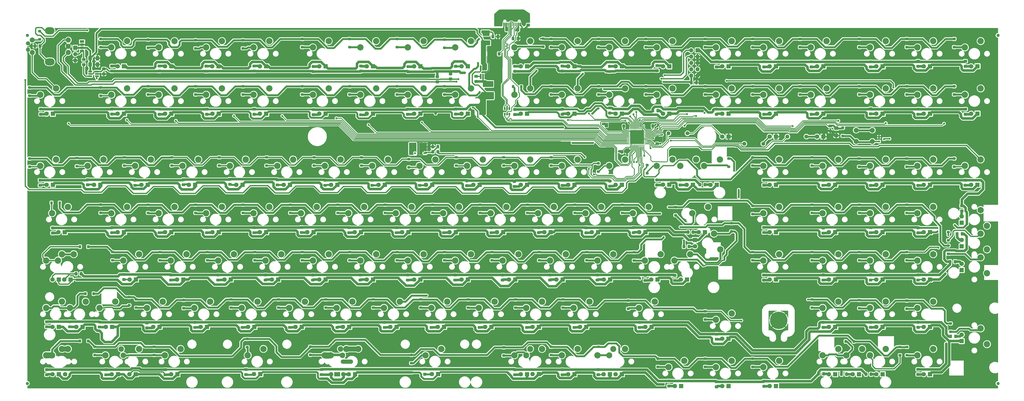
<source format=gbr>
G04 #@! TF.GenerationSoftware,KiCad,Pcbnew,(5.99.0-3379-gdb40e0c595)*
G04 #@! TF.CreationDate,2020-09-18T00:05:34-04:00*
G04 #@! TF.ProjectId,Boston-keyboard-S,426f7374-6f6e-42d6-9b65-79626f617264,rev?*
G04 #@! TF.SameCoordinates,Original*
G04 #@! TF.FileFunction,Copper,L2,Bot*
G04 #@! TF.FilePolarity,Positive*
%FSLAX46Y46*%
G04 Gerber Fmt 4.6, Leading zero omitted, Abs format (unit mm)*
G04 Created by KiCad (PCBNEW (5.99.0-3379-gdb40e0c595)) date 2020-09-18 00:05:34*
%MOMM*%
%LPD*%
G01*
G04 APERTURE LIST*
G04 #@! TA.AperFunction,ComponentPad*
%ADD10R,1.800000X1.800000*%
G04 #@! TD*
G04 #@! TA.AperFunction,ComponentPad*
%ADD11C,1.800000*%
G04 #@! TD*
G04 #@! TA.AperFunction,ComponentPad*
%ADD12R,2.200000X1.800000*%
G04 #@! TD*
G04 #@! TA.AperFunction,ComponentPad*
%ADD13R,1.700000X1.700000*%
G04 #@! TD*
G04 #@! TA.AperFunction,ComponentPad*
%ADD14O,1.700000X1.700000*%
G04 #@! TD*
G04 #@! TA.AperFunction,ComponentPad*
%ADD15C,0.800000*%
G04 #@! TD*
G04 #@! TA.AperFunction,ComponentPad*
%ADD16C,7.000000*%
G04 #@! TD*
G04 #@! TA.AperFunction,ComponentPad*
%ADD17C,1.600000*%
G04 #@! TD*
G04 #@! TA.AperFunction,ComponentPad*
%ADD18O,1.600000X1.600000*%
G04 #@! TD*
G04 #@! TA.AperFunction,WasherPad*
%ADD19C,1.300000*%
G04 #@! TD*
G04 #@! TA.AperFunction,ComponentPad*
%ADD20C,1.700000*%
G04 #@! TD*
G04 #@! TA.AperFunction,ComponentPad*
%ADD21C,2.032000*%
G04 #@! TD*
G04 #@! TA.AperFunction,ComponentPad*
%ADD22O,3.900000X2.799999*%
G04 #@! TD*
G04 #@! TA.AperFunction,ComponentPad*
%ADD23R,1.800000X1.070000*%
G04 #@! TD*
G04 #@! TA.AperFunction,ComponentPad*
%ADD24O,1.800000X1.070000*%
G04 #@! TD*
G04 #@! TA.AperFunction,ComponentPad*
%ADD25C,2.540000*%
G04 #@! TD*
G04 #@! TA.AperFunction,ComponentPad*
%ADD26C,2.400000*%
G04 #@! TD*
G04 #@! TA.AperFunction,SMDPad,CuDef*
%ADD27R,1.550000X0.600000*%
G04 #@! TD*
G04 #@! TA.AperFunction,ComponentPad*
%ADD28C,2.200000*%
G04 #@! TD*
G04 #@! TA.AperFunction,SMDPad,CuDef*
%ADD29R,4.200000X2.400000*%
G04 #@! TD*
G04 #@! TA.AperFunction,ComponentPad*
%ADD30O,1.300000X1.900000*%
G04 #@! TD*
G04 #@! TA.AperFunction,ComponentPad*
%ADD31O,1.100000X2.200000*%
G04 #@! TD*
G04 #@! TA.AperFunction,ComponentPad*
%ADD32C,2.000000*%
G04 #@! TD*
G04 #@! TA.AperFunction,WasherPad*
%ADD33O,5.000000X1.701800*%
G04 #@! TD*
G04 #@! TA.AperFunction,SMDPad,CuDef*
%ADD34R,0.650000X1.060000*%
G04 #@! TD*
G04 #@! TA.AperFunction,SMDPad,CuDef*
%ADD35R,0.650000X2.000000*%
G04 #@! TD*
G04 #@! TA.AperFunction,SMDPad,CuDef*
%ADD36R,1.560000X0.650000*%
G04 #@! TD*
G04 #@! TA.AperFunction,SMDPad,CuDef*
%ADD37R,5.600000X5.600000*%
G04 #@! TD*
G04 #@! TA.AperFunction,SMDPad,CuDef*
%ADD38R,0.900000X0.800000*%
G04 #@! TD*
G04 #@! TA.AperFunction,ViaPad*
%ADD39C,0.800000*%
G04 #@! TD*
G04 #@! TA.AperFunction,ViaPad*
%ADD40C,0.600000*%
G04 #@! TD*
G04 #@! TA.AperFunction,Conductor*
%ADD41C,0.750000*%
G04 #@! TD*
G04 #@! TA.AperFunction,Conductor*
%ADD42C,0.300000*%
G04 #@! TD*
G04 #@! TA.AperFunction,Conductor*
%ADD43C,0.500000*%
G04 #@! TD*
G04 #@! TA.AperFunction,Conductor*
%ADD44C,1.000000*%
G04 #@! TD*
G04 #@! TA.AperFunction,Conductor*
%ADD45C,0.200000*%
G04 #@! TD*
G04 #@! TA.AperFunction,Conductor*
%ADD46C,2.000000*%
G04 #@! TD*
G04 #@! TA.AperFunction,Conductor*
%ADD47C,0.254000*%
G04 #@! TD*
G04 APERTURE END LIST*
G04 #@! TA.AperFunction,SMDPad,CuDef*
G36*
G01*
X381375001Y-71575000D02*
X382624999Y-71575000D01*
G75*
G02*
X382875000Y-71825001I0J-250001D01*
G01*
X382875000Y-72749999D01*
G75*
G02*
X382624999Y-73000000I-250001J0D01*
G01*
X381375001Y-73000000D01*
G75*
G02*
X381125000Y-72749999I0J250001D01*
G01*
X381125000Y-71825001D01*
G75*
G02*
X381375001Y-71575000I250001J0D01*
G01*
G37*
G04 #@! TD.AperFunction*
G04 #@! TA.AperFunction,SMDPad,CuDef*
G36*
G01*
X381375001Y-68600000D02*
X382624999Y-68600000D01*
G75*
G02*
X382875000Y-68850001I0J-250001D01*
G01*
X382875000Y-69774999D01*
G75*
G02*
X382624999Y-70025000I-250001J0D01*
G01*
X381375001Y-70025000D01*
G75*
G02*
X381125000Y-69774999I0J250001D01*
G01*
X381125000Y-68850001D01*
G75*
G02*
X381375001Y-68600000I250001J0D01*
G01*
G37*
G04 #@! TD.AperFunction*
G04 #@! TA.AperFunction,SMDPad,CuDef*
G36*
G01*
X84500000Y-44349999D02*
X84500000Y-43100001D01*
G75*
G02*
X84750001Y-42850000I250001J0D01*
G01*
X85674999Y-42850000D01*
G75*
G02*
X85925000Y-43100001I0J-250001D01*
G01*
X85925000Y-44349999D01*
G75*
G02*
X85674999Y-44600000I-250001J0D01*
G01*
X84750001Y-44600000D01*
G75*
G02*
X84500000Y-44349999I0J250001D01*
G01*
G37*
G04 #@! TD.AperFunction*
G04 #@! TA.AperFunction,SMDPad,CuDef*
G36*
G01*
X81525000Y-44349999D02*
X81525000Y-43100001D01*
G75*
G02*
X81775001Y-42850000I250001J0D01*
G01*
X82699999Y-42850000D01*
G75*
G02*
X82950000Y-43100001I0J-250001D01*
G01*
X82950000Y-44349999D01*
G75*
G02*
X82699999Y-44600000I-250001J0D01*
G01*
X81775001Y-44600000D01*
G75*
G02*
X81525000Y-44349999I0J250001D01*
G01*
G37*
G04 #@! TD.AperFunction*
G04 #@! TA.AperFunction,SMDPad,CuDef*
G36*
G01*
X84475000Y-41799999D02*
X84475000Y-40550001D01*
G75*
G02*
X84725001Y-40300000I250001J0D01*
G01*
X85649999Y-40300000D01*
G75*
G02*
X85900000Y-40550001I0J-250001D01*
G01*
X85900000Y-41799999D01*
G75*
G02*
X85649999Y-42050000I-250001J0D01*
G01*
X84725001Y-42050000D01*
G75*
G02*
X84475000Y-41799999I0J250001D01*
G01*
G37*
G04 #@! TD.AperFunction*
G04 #@! TA.AperFunction,SMDPad,CuDef*
G36*
G01*
X81500000Y-41799999D02*
X81500000Y-40550001D01*
G75*
G02*
X81750001Y-40300000I250001J0D01*
G01*
X82674999Y-40300000D01*
G75*
G02*
X82925000Y-40550001I0J-250001D01*
G01*
X82925000Y-41799999D01*
G75*
G02*
X82674999Y-42050000I-250001J0D01*
G01*
X81750001Y-42050000D01*
G75*
G02*
X81500000Y-41799999I0J250001D01*
G01*
G37*
G04 #@! TD.AperFunction*
D10*
X69657600Y-168280000D03*
D11*
X72197600Y-168280000D03*
D12*
X181420000Y-168280000D03*
D11*
X183960000Y-168280000D03*
D10*
X381595000Y-130180000D03*
D11*
X379055000Y-130180000D03*
D13*
X76225000Y-36975000D03*
D14*
X76225000Y-39515000D03*
X76225000Y-42055000D03*
D10*
X181570000Y-92080000D03*
D11*
X179030000Y-92080000D03*
D10*
X419695000Y-168280000D03*
D11*
X417155000Y-168280000D03*
D15*
X360749655Y-144793345D03*
X358893500Y-149274500D03*
X361518500Y-146649500D03*
X357037345Y-148505655D03*
X357037345Y-144793345D03*
X358893500Y-144024500D03*
X360749655Y-148505655D03*
D16*
X358893500Y-146649500D03*
D15*
X356268500Y-146649500D03*
D10*
X253007500Y-130180000D03*
D11*
X250467500Y-130180000D03*
D10*
X69657600Y-168280000D03*
D11*
X67117600Y-168280000D03*
D10*
X238720000Y-92080000D03*
D11*
X236180000Y-92080000D03*
D10*
X152995000Y-111130000D03*
D11*
X150455000Y-111130000D03*
D10*
X333970000Y-92080000D03*
D11*
X331430000Y-92080000D03*
D10*
X167282500Y-149230000D03*
D11*
X164742500Y-149230000D03*
D10*
X233957500Y-63505000D03*
D11*
X231417500Y-63505000D03*
D10*
X338732500Y-153992500D03*
D11*
X336192500Y-153992500D03*
D10*
X419695000Y-92080000D03*
D11*
X417155000Y-92080000D03*
D10*
X438745000Y-44429600D03*
D11*
X436205000Y-44429600D03*
D10*
X114895000Y-63505000D03*
D11*
X112355000Y-63505000D03*
D10*
X195857500Y-44455000D03*
D11*
X193317500Y-44455000D03*
D10*
X114895000Y-111130000D03*
D11*
X112355000Y-111130000D03*
D10*
X400645000Y-63530400D03*
D11*
X398105000Y-63530400D03*
D10*
X419695000Y-44429600D03*
D11*
X417155000Y-44429600D03*
D10*
X381595000Y-149230000D03*
D11*
X379055000Y-149230000D03*
D10*
X276820000Y-168280000D03*
D11*
X274280000Y-168280000D03*
D10*
X233995600Y-44455000D03*
D11*
X231455600Y-44455000D03*
D10*
X432395000Y-107320000D03*
D11*
X432395000Y-104780000D03*
D10*
X138707500Y-130180000D03*
D11*
X136167500Y-130180000D03*
D10*
X210145000Y-111130000D03*
D11*
X207605000Y-111130000D03*
D10*
X314915000Y-92062500D03*
D11*
X312375000Y-92062500D03*
D10*
X257770000Y-44455000D03*
D11*
X255230000Y-44455000D03*
D10*
X329207500Y-111130000D03*
D11*
X326667500Y-111130000D03*
D10*
X67270000Y-92080000D03*
D11*
X64730000Y-92080000D03*
D10*
X357782500Y-111130000D03*
D11*
X355242500Y-111130000D03*
D10*
X91082500Y-149230000D03*
D11*
X88542500Y-149230000D03*
D10*
X381595000Y-92080000D03*
D11*
X379055000Y-92080000D03*
D10*
X119657500Y-130180000D03*
D11*
X117117500Y-130180000D03*
D10*
X419695000Y-149230000D03*
D11*
X417155000Y-149230000D03*
D10*
X257770000Y-63505000D03*
D11*
X255230000Y-63505000D03*
D10*
X314920000Y-63500000D03*
D11*
X312380000Y-63500000D03*
D10*
X438745000Y-63479600D03*
D11*
X436205000Y-63479600D03*
D10*
X338732500Y-72712500D03*
D11*
X336192500Y-72712500D03*
D10*
X432395000Y-116845000D03*
D11*
X432395000Y-114305000D03*
D10*
X219670000Y-92080000D03*
D11*
X217130000Y-92080000D03*
D10*
X69651250Y-130180000D03*
D11*
X67111250Y-130180000D03*
D10*
X114895000Y-44455000D03*
D11*
X112355000Y-44455000D03*
D10*
X432395000Y-154945000D03*
D11*
X432395000Y-152405000D03*
D10*
X152995000Y-44455000D03*
D11*
X150455000Y-44455000D03*
D10*
X205382500Y-149230000D03*
D11*
X202842500Y-149230000D03*
D10*
X214907500Y-44455000D03*
D11*
X212367500Y-44455000D03*
D10*
X105370000Y-92080000D03*
D11*
X102830000Y-92080000D03*
D10*
X295870000Y-63505000D03*
D11*
X293330000Y-63505000D03*
D17*
X352700000Y-75600000D03*
D18*
X345080000Y-75600000D03*
D10*
X338745200Y-44455000D03*
D11*
X336205200Y-44455000D03*
D10*
X200620000Y-92080000D03*
D11*
X198080000Y-92080000D03*
D10*
X419695000Y-63530400D03*
D11*
X417155000Y-63530400D03*
D10*
X93463750Y-168280000D03*
D11*
X90923750Y-168280000D03*
D10*
X438745000Y-92080000D03*
D11*
X436205000Y-92080000D03*
D10*
X186332500Y-149230000D03*
D11*
X183792500Y-149230000D03*
D10*
X276820000Y-92080000D03*
D11*
X274280000Y-92080000D03*
D12*
X181570000Y-168280000D03*
D11*
X179030000Y-168280000D03*
D10*
X357782500Y-130180000D03*
D11*
X355242500Y-130180000D03*
D19*
X447000000Y-32000000D03*
D10*
X357782500Y-72712500D03*
D11*
X355242500Y-72712500D03*
D10*
X338732500Y-63500000D03*
D11*
X336192500Y-63500000D03*
D10*
X95845000Y-63505000D03*
D11*
X93305000Y-63505000D03*
D10*
X176807500Y-44455000D03*
D11*
X174267500Y-44455000D03*
D10*
X172045000Y-111130000D03*
D11*
X169505000Y-111130000D03*
D10*
X176807500Y-63505000D03*
D11*
X174267500Y-63505000D03*
D10*
X176807500Y-130180000D03*
D11*
X174267500Y-130180000D03*
D10*
X381595000Y-168280000D03*
D11*
X379055000Y-168280000D03*
D10*
X276820000Y-63505000D03*
D11*
X274280000Y-63505000D03*
D10*
X325238750Y-114305000D03*
D11*
X325238750Y-116845000D03*
D10*
X100594800Y-168305400D03*
D11*
X98054800Y-168305400D03*
D10*
X69651250Y-149230000D03*
D11*
X67111250Y-149230000D03*
D10*
X400645000Y-130180000D03*
D11*
X398105000Y-130180000D03*
D10*
X150609000Y-168262000D03*
D11*
X148069000Y-168262000D03*
D10*
X222060000Y-168265000D03*
D11*
X219520000Y-168265000D03*
D10*
X162520000Y-92080000D03*
D11*
X159980000Y-92080000D03*
D10*
X248245000Y-111130000D03*
D11*
X245705000Y-111130000D03*
D10*
X400645000Y-149230000D03*
D11*
X398105000Y-149230000D03*
D10*
X400645000Y-92080000D03*
D11*
X398105000Y-92080000D03*
D10*
X95845000Y-44455000D03*
D11*
X93305000Y-44455000D03*
D19*
X57000000Y-172000000D03*
D10*
X257770000Y-92080000D03*
D11*
X255230000Y-92080000D03*
D10*
X291094800Y-168280000D03*
D11*
X288554800Y-168280000D03*
D10*
X157757500Y-130180000D03*
D11*
X155217500Y-130180000D03*
D10*
X191095000Y-111130000D03*
D11*
X188555000Y-111130000D03*
D10*
X400645000Y-44480400D03*
D11*
X398105000Y-44480400D03*
D10*
X110132500Y-149230000D03*
D11*
X107592500Y-149230000D03*
D10*
X67270000Y-63530400D03*
D11*
X64730000Y-63530400D03*
D10*
X357800000Y-63500000D03*
D11*
X355260000Y-63500000D03*
D10*
X319682500Y-173042500D03*
D11*
X317142500Y-173042500D03*
D20*
X57255000Y-35175000D03*
D14*
X57255000Y-37715000D03*
D10*
X262519800Y-168254600D03*
D11*
X259979800Y-168254600D03*
D10*
X295870000Y-168280000D03*
D11*
X293330000Y-168280000D03*
D10*
X322063750Y-130180000D03*
D11*
X319523750Y-130180000D03*
D10*
X276820000Y-44455000D03*
D11*
X274280000Y-44455000D03*
D10*
X357782500Y-92080000D03*
D11*
X355242500Y-92080000D03*
D10*
X224432500Y-149230000D03*
D11*
X221892500Y-149230000D03*
D10*
X229195000Y-111130000D03*
D11*
X226655000Y-111130000D03*
D10*
X357782500Y-173042500D03*
D11*
X355242500Y-173042500D03*
D10*
X133818000Y-44455000D03*
D11*
X131278000Y-44455000D03*
D19*
X57000000Y-32000000D03*
D10*
X262532500Y-149230000D03*
D11*
X259992500Y-149230000D03*
D10*
X432395000Y-126370000D03*
D11*
X432395000Y-123830000D03*
D10*
X188707400Y-168280000D03*
D11*
X186167400Y-168280000D03*
D10*
X324445000Y-92080000D03*
D11*
X321905000Y-92080000D03*
D10*
X100607500Y-130180000D03*
D11*
X98067500Y-130180000D03*
D10*
X376832500Y-63500000D03*
D11*
X374292500Y-63500000D03*
D10*
X419695000Y-130180000D03*
D11*
X417155000Y-130180000D03*
D10*
X419695000Y-111130000D03*
D11*
X417155000Y-111130000D03*
D10*
X72032500Y-111130000D03*
D11*
X69492500Y-111130000D03*
D10*
X291107500Y-130180000D03*
D11*
X288567500Y-130180000D03*
D10*
X338732500Y-173042500D03*
D11*
X336192500Y-173042500D03*
D10*
X286345000Y-111130000D03*
D11*
X283805000Y-111130000D03*
D21*
X73500000Y-38875000D03*
X73500000Y-33875000D03*
X73500000Y-36375000D03*
D22*
X66000000Y-30125000D03*
X66000000Y-42625000D03*
D21*
X59000000Y-38875000D03*
X59000000Y-33875000D03*
D10*
X307776250Y-149230000D03*
D11*
X305236250Y-149230000D03*
D10*
X152995000Y-63505000D03*
D11*
X150455000Y-63505000D03*
D10*
X272057500Y-130180000D03*
D11*
X269517500Y-130180000D03*
D10*
X124420000Y-92080000D03*
D11*
X121880000Y-92080000D03*
D10*
X233957500Y-130180000D03*
D11*
X231417500Y-130180000D03*
D10*
X117282600Y-168280000D03*
D11*
X114742600Y-168280000D03*
D10*
X314920000Y-44455000D03*
D11*
X312380000Y-44455000D03*
D10*
X257770000Y-168280000D03*
D11*
X255230000Y-168280000D03*
D10*
X133945000Y-63505000D03*
D11*
X131405000Y-63505000D03*
D10*
X129182500Y-149230000D03*
D11*
X126642500Y-149230000D03*
D10*
X305395000Y-111130000D03*
D11*
X302855000Y-111130000D03*
D10*
X295870000Y-44455000D03*
D11*
X293330000Y-44455000D03*
D17*
X370000000Y-72700000D03*
D18*
X362380000Y-72700000D03*
D10*
X214907500Y-130180000D03*
D11*
X212367500Y-130180000D03*
D10*
X79176250Y-149230000D03*
D11*
X76636250Y-149230000D03*
D10*
X400645000Y-168280000D03*
D11*
X398105000Y-168280000D03*
D10*
X281582500Y-149230000D03*
D11*
X279042500Y-149230000D03*
D10*
X357782500Y-44429600D03*
D11*
X355242500Y-44429600D03*
D10*
X143470000Y-92080000D03*
D11*
X140930000Y-92080000D03*
D10*
X391120000Y-168280000D03*
D11*
X388580000Y-168280000D03*
D10*
X310157500Y-130180000D03*
D11*
X307617500Y-130180000D03*
D10*
X295870000Y-92080000D03*
D11*
X293330000Y-92080000D03*
D10*
X95845000Y-111130000D03*
D11*
X93305000Y-111130000D03*
D13*
X326250000Y-38000000D03*
D14*
X323710000Y-38000000D03*
X326250000Y-40540000D03*
X323710000Y-40540000D03*
X326250000Y-43080000D03*
X323710000Y-43080000D03*
X326250000Y-45620000D03*
X323710000Y-45620000D03*
X326250000Y-48160000D03*
X323710000Y-48160000D03*
D23*
X79000000Y-34470000D03*
D24*
X79000000Y-35740000D03*
X79000000Y-37010000D03*
X79000000Y-38280000D03*
D10*
X74413750Y-130180000D03*
D11*
X71873750Y-130180000D03*
D10*
X214907500Y-63505000D03*
D11*
X212367500Y-63505000D03*
D10*
X376832500Y-72712500D03*
D11*
X374292500Y-72712500D03*
D17*
X322220000Y-71400000D03*
D18*
X314600000Y-71400000D03*
D10*
X376832500Y-44480400D03*
D11*
X374292500Y-44480400D03*
D10*
X86320000Y-92080000D03*
D11*
X83780000Y-92080000D03*
D10*
X267295000Y-111130000D03*
D11*
X264755000Y-111130000D03*
D10*
X243482500Y-149230000D03*
D11*
X240942500Y-149230000D03*
D10*
X133945000Y-111130000D03*
D11*
X131405000Y-111130000D03*
D10*
X195857500Y-130180000D03*
D11*
X193317500Y-130180000D03*
D10*
X381595000Y-111130000D03*
D11*
X379055000Y-111130000D03*
D19*
X447000000Y-172000000D03*
D10*
X148232500Y-149230000D03*
D11*
X145692500Y-149230000D03*
D10*
X195857500Y-63505000D03*
D11*
X193317500Y-63505000D03*
D10*
X400645000Y-111130000D03*
D11*
X398105000Y-111130000D03*
G04 #@! TA.AperFunction,SMDPad,CuDef*
G36*
G01*
X374280000Y-168571251D02*
X374280000Y-167671249D01*
G75*
G02*
X374529999Y-167421250I249999J0D01*
G01*
X375180001Y-167421250D01*
G75*
G02*
X375430000Y-167671249I0J-249999D01*
G01*
X375430000Y-168571251D01*
G75*
G02*
X375180001Y-168821250I-249999J0D01*
G01*
X374529999Y-168821250D01*
G75*
G02*
X374280000Y-168571251I0J249999D01*
G01*
G37*
G04 #@! TD.AperFunction*
G04 #@! TA.AperFunction,SMDPad,CuDef*
G36*
G01*
X376330000Y-168571251D02*
X376330000Y-167671249D01*
G75*
G02*
X376579999Y-167421250I249999J0D01*
G01*
X377230001Y-167421250D01*
G75*
G02*
X377480000Y-167671249I0J-249999D01*
G01*
X377480000Y-168571251D01*
G75*
G02*
X377230001Y-168821250I-249999J0D01*
G01*
X376579999Y-168821250D01*
G75*
G02*
X376330000Y-168571251I0J249999D01*
G01*
G37*
G04 #@! TD.AperFunction*
G04 #@! TA.AperFunction,SMDPad,CuDef*
G36*
G01*
X124228750Y-99613750D02*
X124928750Y-99613750D01*
G75*
G02*
X125178750Y-99863750I0J-250000D01*
G01*
X125178750Y-100363750D01*
G75*
G02*
X124928750Y-100613750I-250000J0D01*
G01*
X124228750Y-100613750D01*
G75*
G02*
X123978750Y-100363750I0J250000D01*
G01*
X123978750Y-99863750D01*
G75*
G02*
X124228750Y-99613750I250000J0D01*
G01*
G37*
G04 #@! TD.AperFunction*
G04 #@! TA.AperFunction,SMDPad,CuDef*
G36*
G01*
X124228750Y-102913750D02*
X124928750Y-102913750D01*
G75*
G02*
X125178750Y-103163750I0J-250000D01*
G01*
X125178750Y-103663750D01*
G75*
G02*
X124928750Y-103913750I-250000J0D01*
G01*
X124228750Y-103913750D01*
G75*
G02*
X123978750Y-103663750I0J250000D01*
G01*
X123978750Y-103163750D01*
G75*
G02*
X124228750Y-102913750I250000J0D01*
G01*
G37*
G04 #@! TD.AperFunction*
D25*
X278090000Y-81920000D03*
X271740000Y-84460000D03*
G04 #@! TA.AperFunction,SMDPad,CuDef*
G36*
G01*
X79200000Y-127449999D02*
X79200000Y-128350001D01*
G75*
G02*
X78950001Y-128600000I-249999J0D01*
G01*
X78299999Y-128600000D01*
G75*
G02*
X78050000Y-128350001I0J249999D01*
G01*
X78050000Y-127449999D01*
G75*
G02*
X78299999Y-127200000I249999J0D01*
G01*
X78950001Y-127200000D01*
G75*
G02*
X79200000Y-127449999I0J-249999D01*
G01*
G37*
G04 #@! TD.AperFunction*
G04 #@! TA.AperFunction,SMDPad,CuDef*
G36*
G01*
X77150000Y-127449999D02*
X77150000Y-128350001D01*
G75*
G02*
X76900001Y-128600000I-249999J0D01*
G01*
X76249999Y-128600000D01*
G75*
G02*
X76000000Y-128350001I0J249999D01*
G01*
X76000000Y-127449999D01*
G75*
G02*
X76249999Y-127200000I249999J0D01*
G01*
X76900001Y-127200000D01*
G75*
G02*
X77150000Y-127449999I0J-249999D01*
G01*
G37*
G04 #@! TD.AperFunction*
G04 #@! TA.AperFunction,SMDPad,CuDef*
G36*
G01*
X147703124Y-108736250D02*
X148603126Y-108736250D01*
G75*
G02*
X148853125Y-108986249I0J-249999D01*
G01*
X148853125Y-109636251D01*
G75*
G02*
X148603126Y-109886250I-249999J0D01*
G01*
X147703124Y-109886250D01*
G75*
G02*
X147453125Y-109636251I0J249999D01*
G01*
X147453125Y-108986249D01*
G75*
G02*
X147703124Y-108736250I249999J0D01*
G01*
G37*
G04 #@! TD.AperFunction*
G04 #@! TA.AperFunction,SMDPad,CuDef*
G36*
G01*
X147703124Y-110786250D02*
X148603126Y-110786250D01*
G75*
G02*
X148853125Y-111036249I0J-249999D01*
G01*
X148853125Y-111686251D01*
G75*
G02*
X148603126Y-111936250I-249999J0D01*
G01*
X147703124Y-111936250D01*
G75*
G02*
X147453125Y-111686251I0J249999D01*
G01*
X147453125Y-111036249D01*
G75*
G02*
X147703124Y-110786250I249999J0D01*
G01*
G37*
G04 #@! TD.AperFunction*
X392390000Y-158120000D03*
X386040000Y-160660000D03*
G04 #@! TA.AperFunction,SMDPad,CuDef*
G36*
G01*
X238528750Y-99613750D02*
X239228750Y-99613750D01*
G75*
G02*
X239478750Y-99863750I0J-250000D01*
G01*
X239478750Y-100363750D01*
G75*
G02*
X239228750Y-100613750I-250000J0D01*
G01*
X238528750Y-100613750D01*
G75*
G02*
X238278750Y-100363750I0J250000D01*
G01*
X238278750Y-99863750D01*
G75*
G02*
X238528750Y-99613750I250000J0D01*
G01*
G37*
G04 #@! TD.AperFunction*
G04 #@! TA.AperFunction,SMDPad,CuDef*
G36*
G01*
X238528750Y-102913750D02*
X239228750Y-102913750D01*
G75*
G02*
X239478750Y-103163750I0J-250000D01*
G01*
X239478750Y-103663750D01*
G75*
G02*
X239228750Y-103913750I-250000J0D01*
G01*
X238528750Y-103913750D01*
G75*
G02*
X238278750Y-103663750I0J250000D01*
G01*
X238278750Y-103163750D01*
G75*
G02*
X238528750Y-102913750I250000J0D01*
G01*
G37*
G04 #@! TD.AperFunction*
G04 #@! TA.AperFunction,SMDPad,CuDef*
G36*
G01*
X257800000Y-25225000D02*
X258700000Y-25225000D01*
G75*
G02*
X258950000Y-25475000I0J-250000D01*
G01*
X258950000Y-26125000D01*
G75*
G02*
X258700000Y-26375000I-250000J0D01*
G01*
X257800000Y-26375000D01*
G75*
G02*
X257550000Y-26125000I0J250000D01*
G01*
X257550000Y-25475000D01*
G75*
G02*
X257800000Y-25225000I250000J0D01*
G01*
G37*
G04 #@! TD.AperFunction*
G04 #@! TA.AperFunction,SMDPad,CuDef*
G36*
G01*
X257800000Y-27275000D02*
X258700000Y-27275000D01*
G75*
G02*
X258950000Y-27525000I0J-250000D01*
G01*
X258950000Y-28175000D01*
G75*
G02*
X258700000Y-28425000I-250000J0D01*
G01*
X257800000Y-28425000D01*
G75*
G02*
X257550000Y-28175000I0J250000D01*
G01*
X257550000Y-27525000D01*
G75*
G02*
X257800000Y-27275000I250000J0D01*
G01*
G37*
G04 #@! TD.AperFunction*
G04 #@! TA.AperFunction,SMDPad,CuDef*
G36*
G01*
X255950000Y-52250000D02*
X255950000Y-52950000D01*
G75*
G02*
X255700000Y-53200000I-250000J0D01*
G01*
X255200000Y-53200000D01*
G75*
G02*
X254950000Y-52950000I0J250000D01*
G01*
X254950000Y-52250000D01*
G75*
G02*
X255200000Y-52000000I250000J0D01*
G01*
X255700000Y-52000000D01*
G75*
G02*
X255950000Y-52250000I0J-250000D01*
G01*
G37*
G04 #@! TD.AperFunction*
G04 #@! TA.AperFunction,SMDPad,CuDef*
G36*
G01*
X252650000Y-52250000D02*
X252650000Y-52950000D01*
G75*
G02*
X252400000Y-53200000I-250000J0D01*
G01*
X251900000Y-53200000D01*
G75*
G02*
X251650000Y-52950000I0J250000D01*
G01*
X251650000Y-52250000D01*
G75*
G02*
X251900000Y-52000000I250000J0D01*
G01*
X252400000Y-52000000D01*
G75*
G02*
X252650000Y-52250000I0J-250000D01*
G01*
G37*
G04 #@! TD.AperFunction*
G04 #@! TA.AperFunction,SMDPad,CuDef*
G36*
G01*
X222530000Y-78350000D02*
X222530000Y-79250000D01*
G75*
G02*
X222280000Y-79500000I-250000J0D01*
G01*
X221630000Y-79500000D01*
G75*
G02*
X221380000Y-79250000I0J250000D01*
G01*
X221380000Y-78350000D01*
G75*
G02*
X221630000Y-78100000I250000J0D01*
G01*
X222280000Y-78100000D01*
G75*
G02*
X222530000Y-78350000I0J-250000D01*
G01*
G37*
G04 #@! TD.AperFunction*
G04 #@! TA.AperFunction,SMDPad,CuDef*
G36*
G01*
X220480000Y-78350000D02*
X220480000Y-79250000D01*
G75*
G02*
X220230000Y-79500000I-250000J0D01*
G01*
X219580000Y-79500000D01*
G75*
G02*
X219330000Y-79250000I0J250000D01*
G01*
X219330000Y-78350000D01*
G75*
G02*
X219580000Y-78100000I250000J0D01*
G01*
X220230000Y-78100000D01*
G75*
G02*
X220480000Y-78350000I0J-250000D01*
G01*
G37*
G04 #@! TD.AperFunction*
G04 #@! TA.AperFunction,SMDPad,CuDef*
G36*
G01*
X97558750Y-136761250D02*
X98258750Y-136761250D01*
G75*
G02*
X98508750Y-137011250I0J-250000D01*
G01*
X98508750Y-137511250D01*
G75*
G02*
X98258750Y-137761250I-250000J0D01*
G01*
X97558750Y-137761250D01*
G75*
G02*
X97308750Y-137511250I0J250000D01*
G01*
X97308750Y-137011250D01*
G75*
G02*
X97558750Y-136761250I250000J0D01*
G01*
G37*
G04 #@! TD.AperFunction*
G04 #@! TA.AperFunction,SMDPad,CuDef*
G36*
G01*
X97558750Y-140061250D02*
X98258750Y-140061250D01*
G75*
G02*
X98508750Y-140311250I0J-250000D01*
G01*
X98508750Y-140811250D01*
G75*
G02*
X98258750Y-141061250I-250000J0D01*
G01*
X97558750Y-141061250D01*
G75*
G02*
X97308750Y-140811250I0J250000D01*
G01*
X97308750Y-140311250D01*
G75*
G02*
X97558750Y-140061250I250000J0D01*
G01*
G37*
G04 #@! TD.AperFunction*
X254277500Y-120020000D03*
X247927500Y-122560000D03*
G04 #@! TA.AperFunction,SMDPad,CuDef*
G36*
G01*
X262003124Y-108736250D02*
X262903126Y-108736250D01*
G75*
G02*
X263153125Y-108986249I0J-249999D01*
G01*
X263153125Y-109636251D01*
G75*
G02*
X262903126Y-109886250I-249999J0D01*
G01*
X262003124Y-109886250D01*
G75*
G02*
X261753125Y-109636251I0J249999D01*
G01*
X261753125Y-108986249D01*
G75*
G02*
X262003124Y-108736250I249999J0D01*
G01*
G37*
G04 #@! TD.AperFunction*
G04 #@! TA.AperFunction,SMDPad,CuDef*
G36*
G01*
X262003124Y-110786250D02*
X262903126Y-110786250D01*
G75*
G02*
X263153125Y-111036249I0J-249999D01*
G01*
X263153125Y-111686251D01*
G75*
G02*
X262903126Y-111936250I-249999J0D01*
G01*
X262003124Y-111936250D01*
G75*
G02*
X261753125Y-111686251I0J249999D01*
G01*
X261753125Y-111036249D01*
G75*
G02*
X262003124Y-110786250I249999J0D01*
G01*
G37*
G04 #@! TD.AperFunction*
G04 #@! TA.AperFunction,SMDPad,CuDef*
G36*
G01*
X286153750Y-51988750D02*
X286853750Y-51988750D01*
G75*
G02*
X287103750Y-52238750I0J-250000D01*
G01*
X287103750Y-52738750D01*
G75*
G02*
X286853750Y-52988750I-250000J0D01*
G01*
X286153750Y-52988750D01*
G75*
G02*
X285903750Y-52738750I0J250000D01*
G01*
X285903750Y-52238750D01*
G75*
G02*
X286153750Y-51988750I250000J0D01*
G01*
G37*
G04 #@! TD.AperFunction*
G04 #@! TA.AperFunction,SMDPad,CuDef*
G36*
G01*
X286153750Y-55288750D02*
X286853750Y-55288750D01*
G75*
G02*
X287103750Y-55538750I0J-250000D01*
G01*
X287103750Y-56038750D01*
G75*
G02*
X286853750Y-56288750I-250000J0D01*
G01*
X286153750Y-56288750D01*
G75*
G02*
X285903750Y-56038750I0J250000D01*
G01*
X285903750Y-55538750D01*
G75*
G02*
X286153750Y-55288750I250000J0D01*
G01*
G37*
G04 #@! TD.AperFunction*
G04 #@! TA.AperFunction,SMDPad,CuDef*
G36*
G01*
X239300000Y-63224999D02*
X239300000Y-61975001D01*
G75*
G02*
X239550001Y-61725000I250001J0D01*
G01*
X240474999Y-61725000D01*
G75*
G02*
X240725000Y-61975001I0J-250001D01*
G01*
X240725000Y-63224999D01*
G75*
G02*
X240474999Y-63475000I-250001J0D01*
G01*
X239550001Y-63475000D01*
G75*
G02*
X239300000Y-63224999I0J250001D01*
G01*
G37*
G04 #@! TD.AperFunction*
G04 #@! TA.AperFunction,SMDPad,CuDef*
G36*
G01*
X242275000Y-63224999D02*
X242275000Y-61975001D01*
G75*
G02*
X242525001Y-61725000I250001J0D01*
G01*
X243449999Y-61725000D01*
G75*
G02*
X243700000Y-61975001I0J-250001D01*
G01*
X243700000Y-63224999D01*
G75*
G02*
X243449999Y-63475000I-250001J0D01*
G01*
X242525001Y-63475000D01*
G75*
G02*
X242275000Y-63224999I0J250001D01*
G01*
G37*
G04 #@! TD.AperFunction*
G04 #@! TA.AperFunction,SMDPad,CuDef*
G36*
G01*
X156989999Y-89527500D02*
X157890001Y-89527500D01*
G75*
G02*
X158140000Y-89777499I0J-249999D01*
G01*
X158140000Y-90427501D01*
G75*
G02*
X157890001Y-90677500I-249999J0D01*
G01*
X156989999Y-90677500D01*
G75*
G02*
X156740000Y-90427501I0J249999D01*
G01*
X156740000Y-89777499D01*
G75*
G02*
X156989999Y-89527500I249999J0D01*
G01*
G37*
G04 #@! TD.AperFunction*
G04 #@! TA.AperFunction,SMDPad,CuDef*
G36*
G01*
X156989999Y-91577500D02*
X157890001Y-91577500D01*
G75*
G02*
X158140000Y-91827499I0J-249999D01*
G01*
X158140000Y-92477501D01*
G75*
G02*
X157890001Y-92727500I-249999J0D01*
G01*
X156989999Y-92727500D01*
G75*
G02*
X156740000Y-92477501I0J249999D01*
G01*
X156740000Y-91827499D01*
G75*
G02*
X156989999Y-91577500I249999J0D01*
G01*
G37*
G04 #@! TD.AperFunction*
X420965000Y-158120000D03*
X414615000Y-160660000D03*
G04 #@! TA.AperFunction,SMDPad,CuDef*
G36*
G01*
X66769999Y-108895000D02*
X67670001Y-108895000D01*
G75*
G02*
X67920000Y-109144999I0J-249999D01*
G01*
X67920000Y-109795001D01*
G75*
G02*
X67670001Y-110045000I-249999J0D01*
G01*
X66769999Y-110045000D01*
G75*
G02*
X66520000Y-109795001I0J249999D01*
G01*
X66520000Y-109144999D01*
G75*
G02*
X66769999Y-108895000I249999J0D01*
G01*
G37*
G04 #@! TD.AperFunction*
G04 #@! TA.AperFunction,SMDPad,CuDef*
G36*
G01*
X66769999Y-110945000D02*
X67670001Y-110945000D01*
G75*
G02*
X67920000Y-111194999I0J-249999D01*
G01*
X67920000Y-111845001D01*
G75*
G02*
X67670001Y-112095000I-249999J0D01*
G01*
X66769999Y-112095000D01*
G75*
G02*
X66520000Y-111845001I0J249999D01*
G01*
X66520000Y-111194999D01*
G75*
G02*
X66769999Y-110945000I249999J0D01*
G01*
G37*
G04 #@! TD.AperFunction*
G04 #@! TA.AperFunction,SMDPad,CuDef*
G36*
G01*
X252239999Y-90162500D02*
X253140001Y-90162500D01*
G75*
G02*
X253390000Y-90412499I0J-249999D01*
G01*
X253390000Y-91062501D01*
G75*
G02*
X253140001Y-91312500I-249999J0D01*
G01*
X252239999Y-91312500D01*
G75*
G02*
X251990000Y-91062501I0J249999D01*
G01*
X251990000Y-90412499D01*
G75*
G02*
X252239999Y-90162500I249999J0D01*
G01*
G37*
G04 #@! TD.AperFunction*
G04 #@! TA.AperFunction,SMDPad,CuDef*
G36*
G01*
X252239999Y-92212500D02*
X253140001Y-92212500D01*
G75*
G02*
X253390000Y-92462499I0J-249999D01*
G01*
X253390000Y-93112501D01*
G75*
G02*
X253140001Y-93362500I-249999J0D01*
G01*
X252239999Y-93362500D01*
G75*
G02*
X251990000Y-93112501I0J249999D01*
G01*
X251990000Y-92462499D01*
G75*
G02*
X252239999Y-92212500I249999J0D01*
G01*
G37*
G04 #@! TD.AperFunction*
D26*
X259040000Y-158120000D03*
D25*
X252690000Y-160660000D03*
G04 #@! TA.AperFunction,SMDPad,CuDef*
G36*
G01*
X291425001Y-47075000D02*
X290524999Y-47075000D01*
G75*
G02*
X290275000Y-46825001I0J249999D01*
G01*
X290275000Y-46174999D01*
G75*
G02*
X290524999Y-45925000I249999J0D01*
G01*
X291425001Y-45925000D01*
G75*
G02*
X291675000Y-46174999I0J-249999D01*
G01*
X291675000Y-46825001D01*
G75*
G02*
X291425001Y-47075000I-249999J0D01*
G01*
G37*
G04 #@! TD.AperFunction*
G04 #@! TA.AperFunction,SMDPad,CuDef*
G36*
G01*
X291425001Y-45025000D02*
X290524999Y-45025000D01*
G75*
G02*
X290275000Y-44775001I0J249999D01*
G01*
X290275000Y-44124999D01*
G75*
G02*
X290524999Y-43875000I249999J0D01*
G01*
X291425001Y-43875000D01*
G75*
G02*
X291675000Y-44124999I0J-249999D01*
G01*
X291675000Y-44775001D01*
G75*
G02*
X291425001Y-45025000I-249999J0D01*
G01*
G37*
G04 #@! TD.AperFunction*
G04 #@! TA.AperFunction,SMDPad,CuDef*
G36*
G01*
X190327499Y-127786250D02*
X191227501Y-127786250D01*
G75*
G02*
X191477500Y-128036249I0J-249999D01*
G01*
X191477500Y-128686251D01*
G75*
G02*
X191227501Y-128936250I-249999J0D01*
G01*
X190327499Y-128936250D01*
G75*
G02*
X190077500Y-128686251I0J249999D01*
G01*
X190077500Y-128036249D01*
G75*
G02*
X190327499Y-127786250I249999J0D01*
G01*
G37*
G04 #@! TD.AperFunction*
G04 #@! TA.AperFunction,SMDPad,CuDef*
G36*
G01*
X190327499Y-129836250D02*
X191227501Y-129836250D01*
G75*
G02*
X191477500Y-130086249I0J-249999D01*
G01*
X191477500Y-130736251D01*
G75*
G02*
X191227501Y-130986250I-249999J0D01*
G01*
X190327499Y-130986250D01*
G75*
G02*
X190077500Y-130736251I0J249999D01*
G01*
X190077500Y-130086249D01*
G75*
G02*
X190327499Y-129836250I249999J0D01*
G01*
G37*
G04 #@! TD.AperFunction*
G04 #@! TA.AperFunction,SMDPad,CuDef*
G36*
G01*
X224241250Y-51988750D02*
X224941250Y-51988750D01*
G75*
G02*
X225191250Y-52238750I0J-250000D01*
G01*
X225191250Y-52738750D01*
G75*
G02*
X224941250Y-52988750I-250000J0D01*
G01*
X224241250Y-52988750D01*
G75*
G02*
X223991250Y-52738750I0J250000D01*
G01*
X223991250Y-52238750D01*
G75*
G02*
X224241250Y-51988750I250000J0D01*
G01*
G37*
G04 #@! TD.AperFunction*
G04 #@! TA.AperFunction,SMDPad,CuDef*
G36*
G01*
X224241250Y-55288750D02*
X224941250Y-55288750D01*
G75*
G02*
X225191250Y-55538750I0J-250000D01*
G01*
X225191250Y-56038750D01*
G75*
G02*
X224941250Y-56288750I-250000J0D01*
G01*
X224241250Y-56288750D01*
G75*
G02*
X223991250Y-56038750I0J250000D01*
G01*
X223991250Y-55538750D01*
G75*
G02*
X224241250Y-55288750I250000J0D01*
G01*
G37*
G04 #@! TD.AperFunction*
G04 #@! TA.AperFunction,SMDPad,CuDef*
G36*
G01*
X253375001Y-47025000D02*
X252474999Y-47025000D01*
G75*
G02*
X252225000Y-46775001I0J249999D01*
G01*
X252225000Y-46124999D01*
G75*
G02*
X252474999Y-45875000I249999J0D01*
G01*
X253375001Y-45875000D01*
G75*
G02*
X253625000Y-46124999I0J-249999D01*
G01*
X253625000Y-46775001D01*
G75*
G02*
X253375001Y-47025000I-249999J0D01*
G01*
G37*
G04 #@! TD.AperFunction*
G04 #@! TA.AperFunction,SMDPad,CuDef*
G36*
G01*
X253375001Y-44975000D02*
X252474999Y-44975000D01*
G75*
G02*
X252225000Y-44725001I0J249999D01*
G01*
X252225000Y-44074999D01*
G75*
G02*
X252474999Y-43825000I249999J0D01*
G01*
X253375001Y-43825000D01*
G75*
G02*
X253625000Y-44074999I0J-249999D01*
G01*
X253625000Y-44725001D01*
G75*
G02*
X253375001Y-44975000I-249999J0D01*
G01*
G37*
G04 #@! TD.AperFunction*
G04 #@! TA.AperFunction,SMDPad,CuDef*
G36*
G01*
X276290624Y-146836250D02*
X277190626Y-146836250D01*
G75*
G02*
X277440625Y-147086249I0J-249999D01*
G01*
X277440625Y-147736251D01*
G75*
G02*
X277190626Y-147986250I-249999J0D01*
G01*
X276290624Y-147986250D01*
G75*
G02*
X276040625Y-147736251I0J249999D01*
G01*
X276040625Y-147086249D01*
G75*
G02*
X276290624Y-146836250I249999J0D01*
G01*
G37*
G04 #@! TD.AperFunction*
G04 #@! TA.AperFunction,SMDPad,CuDef*
G36*
G01*
X276290624Y-148886250D02*
X277190626Y-148886250D01*
G75*
G02*
X277440625Y-149136249I0J-249999D01*
G01*
X277440625Y-149786251D01*
G75*
G02*
X277190626Y-150036250I-249999J0D01*
G01*
X276290624Y-150036250D01*
G75*
G02*
X276040625Y-149786251I0J249999D01*
G01*
X276040625Y-149136249D01*
G75*
G02*
X276290624Y-148886250I249999J0D01*
G01*
G37*
G04 #@! TD.AperFunction*
X97115000Y-53345000D03*
X90765000Y-55885000D03*
X306665000Y-100970000D03*
X300315000Y-103510000D03*
G04 #@! TA.AperFunction,SMDPad,CuDef*
G36*
G01*
X276628750Y-99613750D02*
X277328750Y-99613750D01*
G75*
G02*
X277578750Y-99863750I0J-250000D01*
G01*
X277578750Y-100363750D01*
G75*
G02*
X277328750Y-100613750I-250000J0D01*
G01*
X276628750Y-100613750D01*
G75*
G02*
X276378750Y-100363750I0J250000D01*
G01*
X276378750Y-99863750D01*
G75*
G02*
X276628750Y-99613750I250000J0D01*
G01*
G37*
G04 #@! TD.AperFunction*
G04 #@! TA.AperFunction,SMDPad,CuDef*
G36*
G01*
X276628750Y-102913750D02*
X277328750Y-102913750D01*
G75*
G02*
X277578750Y-103163750I0J-250000D01*
G01*
X277578750Y-103663750D01*
G75*
G02*
X277328750Y-103913750I-250000J0D01*
G01*
X276628750Y-103913750D01*
G75*
G02*
X276378750Y-103663750I0J250000D01*
G01*
X276378750Y-103163750D01*
G75*
G02*
X276628750Y-102913750I250000J0D01*
G01*
G37*
G04 #@! TD.AperFunction*
X216177500Y-34295000D03*
X209827500Y-36835000D03*
G04 #@! TA.AperFunction,SMDPad,CuDef*
G36*
G01*
X414403124Y-61111250D02*
X415303126Y-61111250D01*
G75*
G02*
X415553125Y-61361249I0J-249999D01*
G01*
X415553125Y-62011251D01*
G75*
G02*
X415303126Y-62261250I-249999J0D01*
G01*
X414403124Y-62261250D01*
G75*
G02*
X414153125Y-62011251I0J249999D01*
G01*
X414153125Y-61361249D01*
G75*
G02*
X414403124Y-61111250I249999J0D01*
G01*
G37*
G04 #@! TD.AperFunction*
G04 #@! TA.AperFunction,SMDPad,CuDef*
G36*
G01*
X414403124Y-63161250D02*
X415303126Y-63161250D01*
G75*
G02*
X415553125Y-63411249I0J-249999D01*
G01*
X415553125Y-64061251D01*
G75*
G02*
X415303126Y-64311250I-249999J0D01*
G01*
X414403124Y-64311250D01*
G75*
G02*
X414153125Y-64061251I0J249999D01*
G01*
X414153125Y-63411249D01*
G75*
G02*
X414403124Y-63161250I249999J0D01*
G01*
G37*
G04 #@! TD.AperFunction*
G04 #@! TA.AperFunction,SMDPad,CuDef*
G36*
G01*
X348066250Y-80563750D02*
X348766250Y-80563750D01*
G75*
G02*
X349016250Y-80813750I0J-250000D01*
G01*
X349016250Y-81313750D01*
G75*
G02*
X348766250Y-81563750I-250000J0D01*
G01*
X348066250Y-81563750D01*
G75*
G02*
X347816250Y-81313750I0J250000D01*
G01*
X347816250Y-80813750D01*
G75*
G02*
X348066250Y-80563750I250000J0D01*
G01*
G37*
G04 #@! TD.AperFunction*
G04 #@! TA.AperFunction,SMDPad,CuDef*
G36*
G01*
X348066250Y-83863750D02*
X348766250Y-83863750D01*
G75*
G02*
X349016250Y-84113750I0J-250000D01*
G01*
X349016250Y-84613750D01*
G75*
G02*
X348766250Y-84863750I-250000J0D01*
G01*
X348066250Y-84863750D01*
G75*
G02*
X347816250Y-84613750I0J250000D01*
G01*
X347816250Y-84113750D01*
G75*
G02*
X348066250Y-83863750I250000J0D01*
G01*
G37*
G04 #@! TD.AperFunction*
G04 #@! TA.AperFunction,SMDPad,CuDef*
G36*
G01*
X171277499Y-127786250D02*
X172177501Y-127786250D01*
G75*
G02*
X172427500Y-128036249I0J-249999D01*
G01*
X172427500Y-128686251D01*
G75*
G02*
X172177501Y-128936250I-249999J0D01*
G01*
X171277499Y-128936250D01*
G75*
G02*
X171027500Y-128686251I0J249999D01*
G01*
X171027500Y-128036249D01*
G75*
G02*
X171277499Y-127786250I249999J0D01*
G01*
G37*
G04 #@! TD.AperFunction*
G04 #@! TA.AperFunction,SMDPad,CuDef*
G36*
G01*
X171277499Y-129836250D02*
X172177501Y-129836250D01*
G75*
G02*
X172427500Y-130086249I0J-249999D01*
G01*
X172427500Y-130736251D01*
G75*
G02*
X172177501Y-130986250I-249999J0D01*
G01*
X171277499Y-130986250D01*
G75*
G02*
X171027500Y-130736251I0J249999D01*
G01*
X171027500Y-130086249D01*
G75*
G02*
X171277499Y-129836250I249999J0D01*
G01*
G37*
G04 #@! TD.AperFunction*
G04 #@! TA.AperFunction,SMDPad,CuDef*
G36*
G01*
X209377499Y-127786250D02*
X210277501Y-127786250D01*
G75*
G02*
X210527500Y-128036249I0J-249999D01*
G01*
X210527500Y-128686251D01*
G75*
G02*
X210277501Y-128936250I-249999J0D01*
G01*
X209377499Y-128936250D01*
G75*
G02*
X209127500Y-128686251I0J249999D01*
G01*
X209127500Y-128036249D01*
G75*
G02*
X209377499Y-127786250I249999J0D01*
G01*
G37*
G04 #@! TD.AperFunction*
G04 #@! TA.AperFunction,SMDPad,CuDef*
G36*
G01*
X209377499Y-129836250D02*
X210277501Y-129836250D01*
G75*
G02*
X210527500Y-130086249I0J-249999D01*
G01*
X210527500Y-130736251D01*
G75*
G02*
X210277501Y-130986250I-249999J0D01*
G01*
X209377499Y-130986250D01*
G75*
G02*
X209127500Y-130736251I0J249999D01*
G01*
X209127500Y-130086249D01*
G75*
G02*
X209377499Y-129836250I249999J0D01*
G01*
G37*
G04 #@! TD.AperFunction*
G04 #@! TA.AperFunction,SMDPad,CuDef*
G36*
G01*
X57553750Y-52465000D02*
X58253750Y-52465000D01*
G75*
G02*
X58503750Y-52715000I0J-250000D01*
G01*
X58503750Y-53215000D01*
G75*
G02*
X58253750Y-53465000I-250000J0D01*
G01*
X57553750Y-53465000D01*
G75*
G02*
X57303750Y-53215000I0J250000D01*
G01*
X57303750Y-52715000D01*
G75*
G02*
X57553750Y-52465000I250000J0D01*
G01*
G37*
G04 #@! TD.AperFunction*
G04 #@! TA.AperFunction,SMDPad,CuDef*
G36*
G01*
X57553750Y-55765000D02*
X58253750Y-55765000D01*
G75*
G02*
X58503750Y-56015000I0J-250000D01*
G01*
X58503750Y-56515000D01*
G75*
G02*
X58253750Y-56765000I-250000J0D01*
G01*
X57553750Y-56765000D01*
G75*
G02*
X57303750Y-56515000I0J250000D01*
G01*
X57303750Y-56015000D01*
G75*
G02*
X57553750Y-55765000I250000J0D01*
G01*
G37*
G04 #@! TD.AperFunction*
D27*
X216800000Y-75585000D03*
G04 #@! TA.AperFunction,SMDPad,CuDef*
G36*
G01*
X217575000Y-76855000D02*
X217575000Y-76855000D01*
G75*
G02*
X217275000Y-77155000I-300000J0D01*
G01*
X216325000Y-77155000D01*
G75*
G02*
X216025000Y-76855000I0J300000D01*
G01*
X216025000Y-76855000D01*
G75*
G02*
X216325000Y-76555000I300000J0D01*
G01*
X217275000Y-76555000D01*
G75*
G02*
X217575000Y-76855000I0J-300000D01*
G01*
G37*
G04 #@! TD.AperFunction*
G04 #@! TA.AperFunction,SMDPad,CuDef*
G36*
G01*
X217575000Y-78125000D02*
X217575000Y-78125000D01*
G75*
G02*
X217275000Y-78425000I-300000J0D01*
G01*
X216325000Y-78425000D01*
G75*
G02*
X216025000Y-78125000I0J300000D01*
G01*
X216025000Y-78125000D01*
G75*
G02*
X216325000Y-77825000I300000J0D01*
G01*
X217275000Y-77825000D01*
G75*
G02*
X217575000Y-78125000I0J-300000D01*
G01*
G37*
G04 #@! TD.AperFunction*
G04 #@! TA.AperFunction,SMDPad,CuDef*
G36*
G01*
X217575000Y-79395000D02*
X217575000Y-79395000D01*
G75*
G02*
X217275000Y-79695000I-300000J0D01*
G01*
X216325000Y-79695000D01*
G75*
G02*
X216025000Y-79395000I0J300000D01*
G01*
X216025000Y-79395000D01*
G75*
G02*
X216325000Y-79095000I300000J0D01*
G01*
X217275000Y-79095000D01*
G75*
G02*
X217575000Y-79395000I0J-300000D01*
G01*
G37*
G04 #@! TD.AperFunction*
G04 #@! TA.AperFunction,SMDPad,CuDef*
G36*
G01*
X212175000Y-79395000D02*
X212175000Y-79395000D01*
G75*
G02*
X211875000Y-79695000I-300000J0D01*
G01*
X210925000Y-79695000D01*
G75*
G02*
X210625000Y-79395000I0J300000D01*
G01*
X210625000Y-79395000D01*
G75*
G02*
X210925000Y-79095000I300000J0D01*
G01*
X211875000Y-79095000D01*
G75*
G02*
X212175000Y-79395000I0J-300000D01*
G01*
G37*
G04 #@! TD.AperFunction*
G04 #@! TA.AperFunction,SMDPad,CuDef*
G36*
G01*
X212175000Y-78125000D02*
X212175000Y-78125000D01*
G75*
G02*
X211875000Y-78425000I-300000J0D01*
G01*
X210925000Y-78425000D01*
G75*
G02*
X210625000Y-78125000I0J300000D01*
G01*
X210625000Y-78125000D01*
G75*
G02*
X210925000Y-77825000I300000J0D01*
G01*
X211875000Y-77825000D01*
G75*
G02*
X212175000Y-78125000I0J-300000D01*
G01*
G37*
G04 #@! TD.AperFunction*
G04 #@! TA.AperFunction,SMDPad,CuDef*
G36*
G01*
X212175000Y-76855000D02*
X212175000Y-76855000D01*
G75*
G02*
X211875000Y-77155000I-300000J0D01*
G01*
X210925000Y-77155000D01*
G75*
G02*
X210625000Y-76855000I0J300000D01*
G01*
X210625000Y-76855000D01*
G75*
G02*
X210925000Y-76555000I300000J0D01*
G01*
X211875000Y-76555000D01*
G75*
G02*
X212175000Y-76855000I0J-300000D01*
G01*
G37*
G04 #@! TD.AperFunction*
G04 #@! TA.AperFunction,SMDPad,CuDef*
G36*
G01*
X212175000Y-75585000D02*
X212175000Y-75585000D01*
G75*
G02*
X211875000Y-75885000I-300000J0D01*
G01*
X210925000Y-75885000D01*
G75*
G02*
X210625000Y-75585000I0J300000D01*
G01*
X210625000Y-75585000D01*
G75*
G02*
X210925000Y-75285000I300000J0D01*
G01*
X211875000Y-75285000D01*
G75*
G02*
X212175000Y-75585000I0J-300000D01*
G01*
G37*
G04 #@! TD.AperFunction*
D25*
X442555000Y-108590000D03*
X440015000Y-102240000D03*
G04 #@! TA.AperFunction,SMDPad,CuDef*
G36*
G01*
X87275000Y-44900000D02*
X88175000Y-44900000D01*
G75*
G02*
X88425000Y-45150000I0J-250000D01*
G01*
X88425000Y-45800000D01*
G75*
G02*
X88175000Y-46050000I-250000J0D01*
G01*
X87275000Y-46050000D01*
G75*
G02*
X87025000Y-45800000I0J250000D01*
G01*
X87025000Y-45150000D01*
G75*
G02*
X87275000Y-44900000I250000J0D01*
G01*
G37*
G04 #@! TD.AperFunction*
G04 #@! TA.AperFunction,SMDPad,CuDef*
G36*
G01*
X87275000Y-46950000D02*
X88175000Y-46950000D01*
G75*
G02*
X88425000Y-47200000I0J-250000D01*
G01*
X88425000Y-47850000D01*
G75*
G02*
X88175000Y-48100000I-250000J0D01*
G01*
X87275000Y-48100000D01*
G75*
G02*
X87025000Y-47850000I0J250000D01*
G01*
X87025000Y-47200000D01*
G75*
G02*
X87275000Y-46950000I250000J0D01*
G01*
G37*
G04 #@! TD.AperFunction*
X340002500Y-53345000D03*
X333652500Y-55885000D03*
X359052500Y-120020000D03*
X352702500Y-122560000D03*
G04 #@! TA.AperFunction,SMDPad,CuDef*
G36*
G01*
X348066250Y-32938750D02*
X348766250Y-32938750D01*
G75*
G02*
X349016250Y-33188750I0J-250000D01*
G01*
X349016250Y-33688750D01*
G75*
G02*
X348766250Y-33938750I-250000J0D01*
G01*
X348066250Y-33938750D01*
G75*
G02*
X347816250Y-33688750I0J250000D01*
G01*
X347816250Y-33188750D01*
G75*
G02*
X348066250Y-32938750I250000J0D01*
G01*
G37*
G04 #@! TD.AperFunction*
G04 #@! TA.AperFunction,SMDPad,CuDef*
G36*
G01*
X348066250Y-36238750D02*
X348766250Y-36238750D01*
G75*
G02*
X349016250Y-36488750I0J-250000D01*
G01*
X349016250Y-36988750D01*
G75*
G02*
X348766250Y-37238750I-250000J0D01*
G01*
X348066250Y-37238750D01*
G75*
G02*
X347816250Y-36988750I0J250000D01*
G01*
X347816250Y-36488750D01*
G75*
G02*
X348066250Y-36238750I250000J0D01*
G01*
G37*
G04 #@! TD.AperFunction*
X359052500Y-100970000D03*
X352702500Y-103510000D03*
G04 #@! TA.AperFunction,SMDPad,CuDef*
G36*
G01*
X76603750Y-80818750D02*
X77303750Y-80818750D01*
G75*
G02*
X77553750Y-81068750I0J-250000D01*
G01*
X77553750Y-81568750D01*
G75*
G02*
X77303750Y-81818750I-250000J0D01*
G01*
X76603750Y-81818750D01*
G75*
G02*
X76353750Y-81568750I0J250000D01*
G01*
X76353750Y-81068750D01*
G75*
G02*
X76603750Y-80818750I250000J0D01*
G01*
G37*
G04 #@! TD.AperFunction*
G04 #@! TA.AperFunction,SMDPad,CuDef*
G36*
G01*
X76603750Y-84118750D02*
X77303750Y-84118750D01*
G75*
G02*
X77553750Y-84368750I0J-250000D01*
G01*
X77553750Y-84868750D01*
G75*
G02*
X77303750Y-85118750I-250000J0D01*
G01*
X76603750Y-85118750D01*
G75*
G02*
X76353750Y-84868750I0J250000D01*
G01*
X76353750Y-84368750D01*
G75*
G02*
X76603750Y-84118750I250000J0D01*
G01*
G37*
G04 #@! TD.AperFunction*
G04 #@! TA.AperFunction,SMDPad,CuDef*
G36*
G01*
X242953124Y-108736250D02*
X243853126Y-108736250D01*
G75*
G02*
X244103125Y-108986249I0J-249999D01*
G01*
X244103125Y-109636251D01*
G75*
G02*
X243853126Y-109886250I-249999J0D01*
G01*
X242953124Y-109886250D01*
G75*
G02*
X242703125Y-109636251I0J249999D01*
G01*
X242703125Y-108986249D01*
G75*
G02*
X242953124Y-108736250I249999J0D01*
G01*
G37*
G04 #@! TD.AperFunction*
G04 #@! TA.AperFunction,SMDPad,CuDef*
G36*
G01*
X242953124Y-110786250D02*
X243853126Y-110786250D01*
G75*
G02*
X244103125Y-111036249I0J-249999D01*
G01*
X244103125Y-111686251D01*
G75*
G02*
X243853126Y-111936250I-249999J0D01*
G01*
X242953124Y-111936250D01*
G75*
G02*
X242703125Y-111686251I0J249999D01*
G01*
X242703125Y-111036249D01*
G75*
G02*
X242953124Y-110786250I249999J0D01*
G01*
G37*
G04 #@! TD.AperFunction*
G04 #@! TA.AperFunction,SMDPad,CuDef*
G36*
G01*
X114703750Y-80563750D02*
X115403750Y-80563750D01*
G75*
G02*
X115653750Y-80813750I0J-250000D01*
G01*
X115653750Y-81313750D01*
G75*
G02*
X115403750Y-81563750I-250000J0D01*
G01*
X114703750Y-81563750D01*
G75*
G02*
X114453750Y-81313750I0J250000D01*
G01*
X114453750Y-80813750D01*
G75*
G02*
X114703750Y-80563750I250000J0D01*
G01*
G37*
G04 #@! TD.AperFunction*
G04 #@! TA.AperFunction,SMDPad,CuDef*
G36*
G01*
X114703750Y-83863750D02*
X115403750Y-83863750D01*
G75*
G02*
X115653750Y-84113750I0J-250000D01*
G01*
X115653750Y-84613750D01*
G75*
G02*
X115403750Y-84863750I-250000J0D01*
G01*
X114703750Y-84863750D01*
G75*
G02*
X114453750Y-84613750I0J250000D01*
G01*
X114453750Y-84113750D01*
G75*
G02*
X114703750Y-83863750I250000J0D01*
G01*
G37*
G04 #@! TD.AperFunction*
G04 #@! TA.AperFunction,SMDPad,CuDef*
G36*
G01*
X152227499Y-127786250D02*
X153127501Y-127786250D01*
G75*
G02*
X153377500Y-128036249I0J-249999D01*
G01*
X153377500Y-128686251D01*
G75*
G02*
X153127501Y-128936250I-249999J0D01*
G01*
X152227499Y-128936250D01*
G75*
G02*
X151977500Y-128686251I0J249999D01*
G01*
X151977500Y-128036249D01*
G75*
G02*
X152227499Y-127786250I249999J0D01*
G01*
G37*
G04 #@! TD.AperFunction*
G04 #@! TA.AperFunction,SMDPad,CuDef*
G36*
G01*
X152227499Y-129836250D02*
X153127501Y-129836250D01*
G75*
G02*
X153377500Y-130086249I0J-249999D01*
G01*
X153377500Y-130736251D01*
G75*
G02*
X153127501Y-130986250I-249999J0D01*
G01*
X152227499Y-130986250D01*
G75*
G02*
X151977500Y-130736251I0J249999D01*
G01*
X151977500Y-130086249D01*
G75*
G02*
X152227499Y-129836250I249999J0D01*
G01*
G37*
G04 #@! TD.AperFunction*
G04 #@! TA.AperFunction,SMDPad,CuDef*
G36*
G01*
X352490624Y-42061250D02*
X353390626Y-42061250D01*
G75*
G02*
X353640625Y-42311249I0J-249999D01*
G01*
X353640625Y-42961251D01*
G75*
G02*
X353390626Y-43211250I-249999J0D01*
G01*
X352490624Y-43211250D01*
G75*
G02*
X352240625Y-42961251I0J249999D01*
G01*
X352240625Y-42311249D01*
G75*
G02*
X352490624Y-42061250I249999J0D01*
G01*
G37*
G04 #@! TD.AperFunction*
G04 #@! TA.AperFunction,SMDPad,CuDef*
G36*
G01*
X352490624Y-44111250D02*
X353390626Y-44111250D01*
G75*
G02*
X353640625Y-44361249I0J-249999D01*
G01*
X353640625Y-45011251D01*
G75*
G02*
X353390626Y-45261250I-249999J0D01*
G01*
X352490624Y-45261250D01*
G75*
G02*
X352240625Y-45011251I0J249999D01*
G01*
X352240625Y-44361249D01*
G75*
G02*
X352490624Y-44111250I249999J0D01*
G01*
G37*
G04 #@! TD.AperFunction*
G04 #@! TA.AperFunction,SMDPad,CuDef*
G36*
G01*
X205191250Y-51988750D02*
X205891250Y-51988750D01*
G75*
G02*
X206141250Y-52238750I0J-250000D01*
G01*
X206141250Y-52738750D01*
G75*
G02*
X205891250Y-52988750I-250000J0D01*
G01*
X205191250Y-52988750D01*
G75*
G02*
X204941250Y-52738750I0J250000D01*
G01*
X204941250Y-52238750D01*
G75*
G02*
X205191250Y-51988750I250000J0D01*
G01*
G37*
G04 #@! TD.AperFunction*
G04 #@! TA.AperFunction,SMDPad,CuDef*
G36*
G01*
X205191250Y-55288750D02*
X205891250Y-55288750D01*
G75*
G02*
X206141250Y-55538750I0J-250000D01*
G01*
X206141250Y-56038750D01*
G75*
G02*
X205891250Y-56288750I-250000J0D01*
G01*
X205191250Y-56288750D01*
G75*
G02*
X204941250Y-56038750I0J250000D01*
G01*
X204941250Y-55538750D01*
G75*
G02*
X205191250Y-55288750I250000J0D01*
G01*
G37*
G04 #@! TD.AperFunction*
X420965000Y-120020000D03*
X414615000Y-122560000D03*
D28*
X94733750Y-158120000D03*
D25*
X88383750Y-160660000D03*
X80446250Y-139070000D03*
X74096250Y-141610000D03*
G04 #@! TA.AperFunction,SMDPad,CuDef*
G36*
G01*
X243291250Y-118663750D02*
X243991250Y-118663750D01*
G75*
G02*
X244241250Y-118913750I0J-250000D01*
G01*
X244241250Y-119413750D01*
G75*
G02*
X243991250Y-119663750I-250000J0D01*
G01*
X243291250Y-119663750D01*
G75*
G02*
X243041250Y-119413750I0J250000D01*
G01*
X243041250Y-118913750D01*
G75*
G02*
X243291250Y-118663750I250000J0D01*
G01*
G37*
G04 #@! TD.AperFunction*
G04 #@! TA.AperFunction,SMDPad,CuDef*
G36*
G01*
X243291250Y-121963750D02*
X243991250Y-121963750D01*
G75*
G02*
X244241250Y-122213750I0J-250000D01*
G01*
X244241250Y-122713750D01*
G75*
G02*
X243991250Y-122963750I-250000J0D01*
G01*
X243291250Y-122963750D01*
G75*
G02*
X243041250Y-122713750I0J250000D01*
G01*
X243041250Y-122213750D01*
G75*
G02*
X243291250Y-121963750I250000J0D01*
G01*
G37*
G04 #@! TD.AperFunction*
X139977500Y-120020000D03*
X133627500Y-122560000D03*
G04 #@! TA.AperFunction,SMDPad,CuDef*
G36*
G01*
X433453124Y-41823125D02*
X434353126Y-41823125D01*
G75*
G02*
X434603125Y-42073124I0J-249999D01*
G01*
X434603125Y-42723126D01*
G75*
G02*
X434353126Y-42973125I-249999J0D01*
G01*
X433453124Y-42973125D01*
G75*
G02*
X433203125Y-42723126I0J249999D01*
G01*
X433203125Y-42073124D01*
G75*
G02*
X433453124Y-41823125I249999J0D01*
G01*
G37*
G04 #@! TD.AperFunction*
G04 #@! TA.AperFunction,SMDPad,CuDef*
G36*
G01*
X433453124Y-43873125D02*
X434353126Y-43873125D01*
G75*
G02*
X434603125Y-44123124I0J-249999D01*
G01*
X434603125Y-44773126D01*
G75*
G02*
X434353126Y-45023125I-249999J0D01*
G01*
X433453124Y-45023125D01*
G75*
G02*
X433203125Y-44773126I0J249999D01*
G01*
X433203125Y-44123124D01*
G75*
G02*
X433453124Y-43873125I249999J0D01*
G01*
G37*
G04 #@! TD.AperFunction*
X297140000Y-34295000D03*
X290790000Y-36835000D03*
G04 #@! TA.AperFunction,SMDPad,CuDef*
G36*
G01*
X218902499Y-146836250D02*
X219802501Y-146836250D01*
G75*
G02*
X220052500Y-147086249I0J-249999D01*
G01*
X220052500Y-147736251D01*
G75*
G02*
X219802501Y-147986250I-249999J0D01*
G01*
X218902499Y-147986250D01*
G75*
G02*
X218652500Y-147736251I0J249999D01*
G01*
X218652500Y-147086249D01*
G75*
G02*
X218902499Y-146836250I249999J0D01*
G01*
G37*
G04 #@! TD.AperFunction*
G04 #@! TA.AperFunction,SMDPad,CuDef*
G36*
G01*
X218902499Y-148886250D02*
X219802501Y-148886250D01*
G75*
G02*
X220052500Y-149136249I0J-249999D01*
G01*
X220052500Y-149786251D01*
G75*
G02*
X219802501Y-150036250I-249999J0D01*
G01*
X218902499Y-150036250D01*
G75*
G02*
X218652500Y-149786251I0J249999D01*
G01*
X218652500Y-149136249D01*
G75*
G02*
X218902499Y-148886250I249999J0D01*
G01*
G37*
G04 #@! TD.AperFunction*
X330477500Y-100970000D03*
X324127500Y-103510000D03*
X130452500Y-139070000D03*
X124102500Y-141610000D03*
G04 #@! TA.AperFunction,SMDPad,CuDef*
G36*
G01*
X272350001Y-46950000D02*
X271449999Y-46950000D01*
G75*
G02*
X271200000Y-46700001I0J249999D01*
G01*
X271200000Y-46049999D01*
G75*
G02*
X271449999Y-45800000I249999J0D01*
G01*
X272350001Y-45800000D01*
G75*
G02*
X272600000Y-46049999I0J-249999D01*
G01*
X272600000Y-46700001D01*
G75*
G02*
X272350001Y-46950000I-249999J0D01*
G01*
G37*
G04 #@! TD.AperFunction*
G04 #@! TA.AperFunction,SMDPad,CuDef*
G36*
G01*
X272350001Y-44900000D02*
X271449999Y-44900000D01*
G75*
G02*
X271200000Y-44650001I0J249999D01*
G01*
X271200000Y-43999999D01*
G75*
G02*
X271449999Y-43750000I249999J0D01*
G01*
X272350001Y-43750000D01*
G75*
G02*
X272600000Y-43999999I0J-249999D01*
G01*
X272600000Y-44650001D01*
G75*
G02*
X272350001Y-44900000I-249999J0D01*
G01*
G37*
G04 #@! TD.AperFunction*
G04 #@! TA.AperFunction,SMDPad,CuDef*
G36*
G01*
X329016250Y-32938750D02*
X329716250Y-32938750D01*
G75*
G02*
X329966250Y-33188750I0J-250000D01*
G01*
X329966250Y-33688750D01*
G75*
G02*
X329716250Y-33938750I-250000J0D01*
G01*
X329016250Y-33938750D01*
G75*
G02*
X328766250Y-33688750I0J250000D01*
G01*
X328766250Y-33188750D01*
G75*
G02*
X329016250Y-32938750I250000J0D01*
G01*
G37*
G04 #@! TD.AperFunction*
G04 #@! TA.AperFunction,SMDPad,CuDef*
G36*
G01*
X329016250Y-36238750D02*
X329716250Y-36238750D01*
G75*
G02*
X329966250Y-36488750I0J-250000D01*
G01*
X329966250Y-36988750D01*
G75*
G02*
X329716250Y-37238750I-250000J0D01*
G01*
X329016250Y-37238750D01*
G75*
G02*
X328766250Y-36988750I0J250000D01*
G01*
X328766250Y-36488750D01*
G75*
G02*
X329016250Y-36238750I250000J0D01*
G01*
G37*
G04 #@! TD.AperFunction*
X263802500Y-139070000D03*
X257452500Y-141610000D03*
X70921250Y-139070000D03*
X64571250Y-141610000D03*
X216177500Y-120020000D03*
X209827500Y-122560000D03*
G04 #@! TA.AperFunction,SMDPad,CuDef*
G36*
G01*
X171853750Y-80563750D02*
X172553750Y-80563750D01*
G75*
G02*
X172803750Y-80813750I0J-250000D01*
G01*
X172803750Y-81313750D01*
G75*
G02*
X172553750Y-81563750I-250000J0D01*
G01*
X171853750Y-81563750D01*
G75*
G02*
X171603750Y-81313750I0J250000D01*
G01*
X171603750Y-80813750D01*
G75*
G02*
X171853750Y-80563750I250000J0D01*
G01*
G37*
G04 #@! TD.AperFunction*
G04 #@! TA.AperFunction,SMDPad,CuDef*
G36*
G01*
X171853750Y-83863750D02*
X172553750Y-83863750D01*
G75*
G02*
X172803750Y-84113750I0J-250000D01*
G01*
X172803750Y-84613750D01*
G75*
G02*
X172553750Y-84863750I-250000J0D01*
G01*
X171853750Y-84863750D01*
G75*
G02*
X171603750Y-84613750I0J250000D01*
G01*
X171603750Y-84113750D01*
G75*
G02*
X171853750Y-83863750I250000J0D01*
G01*
G37*
G04 #@! TD.AperFunction*
X182840000Y-81920000D03*
X176490000Y-84460000D03*
G04 #@! TA.AperFunction,SMDPad,CuDef*
G36*
G01*
X302484374Y-146836250D02*
X303384376Y-146836250D01*
G75*
G02*
X303634375Y-147086249I0J-249999D01*
G01*
X303634375Y-147736251D01*
G75*
G02*
X303384376Y-147986250I-249999J0D01*
G01*
X302484374Y-147986250D01*
G75*
G02*
X302234375Y-147736251I0J249999D01*
G01*
X302234375Y-147086249D01*
G75*
G02*
X302484374Y-146836250I249999J0D01*
G01*
G37*
G04 #@! TD.AperFunction*
G04 #@! TA.AperFunction,SMDPad,CuDef*
G36*
G01*
X302484374Y-148886250D02*
X303384376Y-148886250D01*
G75*
G02*
X303634375Y-149136249I0J-249999D01*
G01*
X303634375Y-149786251D01*
G75*
G02*
X303384376Y-150036250I-249999J0D01*
G01*
X302484374Y-150036250D01*
G75*
G02*
X302234375Y-149786251I0J249999D01*
G01*
X302234375Y-149136249D01*
G75*
G02*
X302484374Y-148886250I249999J0D01*
G01*
G37*
G04 #@! TD.AperFunction*
X323333964Y-120020000D03*
X316983964Y-122560000D03*
G04 #@! TA.AperFunction,SMDPad,CuDef*
G36*
G01*
X80789999Y-89500000D02*
X81690001Y-89500000D01*
G75*
G02*
X81940000Y-89749999I0J-249999D01*
G01*
X81940000Y-90400001D01*
G75*
G02*
X81690001Y-90650000I-249999J0D01*
G01*
X80789999Y-90650000D01*
G75*
G02*
X80540000Y-90400001I0J249999D01*
G01*
X80540000Y-89749999D01*
G75*
G02*
X80789999Y-89500000I249999J0D01*
G01*
G37*
G04 #@! TD.AperFunction*
G04 #@! TA.AperFunction,SMDPad,CuDef*
G36*
G01*
X80789999Y-91550000D02*
X81690001Y-91550000D01*
G75*
G02*
X81940000Y-91799999I0J-249999D01*
G01*
X81940000Y-92450001D01*
G75*
G02*
X81690001Y-92700000I-249999J0D01*
G01*
X80789999Y-92700000D01*
G75*
G02*
X80540000Y-92450001I0J249999D01*
G01*
X80540000Y-91799999D01*
G75*
G02*
X80789999Y-91550000I249999J0D01*
G01*
G37*
G04 #@! TD.AperFunction*
G04 #@! TA.AperFunction,SMDPad,CuDef*
G36*
G01*
X219478750Y-99613750D02*
X220178750Y-99613750D01*
G75*
G02*
X220428750Y-99863750I0J-250000D01*
G01*
X220428750Y-100363750D01*
G75*
G02*
X220178750Y-100613750I-250000J0D01*
G01*
X219478750Y-100613750D01*
G75*
G02*
X219228750Y-100363750I0J250000D01*
G01*
X219228750Y-99863750D01*
G75*
G02*
X219478750Y-99613750I250000J0D01*
G01*
G37*
G04 #@! TD.AperFunction*
G04 #@! TA.AperFunction,SMDPad,CuDef*
G36*
G01*
X219478750Y-102913750D02*
X220178750Y-102913750D01*
G75*
G02*
X220428750Y-103163750I0J-250000D01*
G01*
X220428750Y-103663750D01*
G75*
G02*
X220178750Y-103913750I-250000J0D01*
G01*
X219478750Y-103913750D01*
G75*
G02*
X219228750Y-103663750I0J250000D01*
G01*
X219228750Y-103163750D01*
G75*
G02*
X219478750Y-102913750I250000J0D01*
G01*
G37*
G04 #@! TD.AperFunction*
X297140000Y-81920000D03*
X290790000Y-84460000D03*
G04 #@! TA.AperFunction,SMDPad,CuDef*
G36*
G01*
X228427499Y-127786250D02*
X229327501Y-127786250D01*
G75*
G02*
X229577500Y-128036249I0J-249999D01*
G01*
X229577500Y-128686251D01*
G75*
G02*
X229327501Y-128936250I-249999J0D01*
G01*
X228427499Y-128936250D01*
G75*
G02*
X228177500Y-128686251I0J249999D01*
G01*
X228177500Y-128036249D01*
G75*
G02*
X228427499Y-127786250I249999J0D01*
G01*
G37*
G04 #@! TD.AperFunction*
G04 #@! TA.AperFunction,SMDPad,CuDef*
G36*
G01*
X228427499Y-129836250D02*
X229327501Y-129836250D01*
G75*
G02*
X229577500Y-130086249I0J-249999D01*
G01*
X229577500Y-130736251D01*
G75*
G02*
X229327501Y-130986250I-249999J0D01*
G01*
X228427499Y-130986250D01*
G75*
G02*
X228177500Y-130736251I0J249999D01*
G01*
X228177500Y-130086249D01*
G75*
G02*
X228427499Y-129836250I249999J0D01*
G01*
G37*
G04 #@! TD.AperFunction*
G04 #@! TA.AperFunction,SMDPad,CuDef*
G36*
G01*
X309500000Y-89590000D02*
X310400000Y-89590000D01*
G75*
G02*
X310650000Y-89840000I0J-250000D01*
G01*
X310650000Y-90490000D01*
G75*
G02*
X310400000Y-90740000I-250000J0D01*
G01*
X309500000Y-90740000D01*
G75*
G02*
X309250000Y-90490000I0J250000D01*
G01*
X309250000Y-89840000D01*
G75*
G02*
X309500000Y-89590000I250000J0D01*
G01*
G37*
G04 #@! TD.AperFunction*
G04 #@! TA.AperFunction,SMDPad,CuDef*
G36*
G01*
X309500000Y-91640000D02*
X310400000Y-91640000D01*
G75*
G02*
X310650000Y-91890000I0J-250000D01*
G01*
X310650000Y-92540000D01*
G75*
G02*
X310400000Y-92790000I-250000J0D01*
G01*
X309500000Y-92790000D01*
G75*
G02*
X309250000Y-92540000I0J250000D01*
G01*
X309250000Y-91890000D01*
G75*
G02*
X309500000Y-91640000I250000J0D01*
G01*
G37*
G04 #@! TD.AperFunction*
G04 #@! TA.AperFunction,SMDPad,CuDef*
G36*
G01*
X254775000Y-32800000D02*
X254775000Y-33700000D01*
G75*
G02*
X254525000Y-33950000I-250000J0D01*
G01*
X253875000Y-33950000D01*
G75*
G02*
X253625000Y-33700000I0J250000D01*
G01*
X253625000Y-32800000D01*
G75*
G02*
X253875000Y-32550000I250000J0D01*
G01*
X254525000Y-32550000D01*
G75*
G02*
X254775000Y-32800000I0J-250000D01*
G01*
G37*
G04 #@! TD.AperFunction*
G04 #@! TA.AperFunction,SMDPad,CuDef*
G36*
G01*
X252725000Y-32800000D02*
X252725000Y-33700000D01*
G75*
G02*
X252475000Y-33950000I-250000J0D01*
G01*
X251825000Y-33950000D01*
G75*
G02*
X251575000Y-33700000I0J250000D01*
G01*
X251575000Y-32800000D01*
G75*
G02*
X251825000Y-32550000I250000J0D01*
G01*
X252475000Y-32550000D01*
G75*
G02*
X252725000Y-32800000I0J-250000D01*
G01*
G37*
G04 #@! TD.AperFunction*
X154265000Y-53345000D03*
X147915000Y-55885000D03*
G04 #@! TA.AperFunction,SMDPad,CuDef*
G36*
G01*
X109603124Y-108736250D02*
X110503126Y-108736250D01*
G75*
G02*
X110753125Y-108986249I0J-249999D01*
G01*
X110753125Y-109636251D01*
G75*
G02*
X110503126Y-109886250I-249999J0D01*
G01*
X109603124Y-109886250D01*
G75*
G02*
X109353125Y-109636251I0J249999D01*
G01*
X109353125Y-108986249D01*
G75*
G02*
X109603124Y-108736250I249999J0D01*
G01*
G37*
G04 #@! TD.AperFunction*
G04 #@! TA.AperFunction,SMDPad,CuDef*
G36*
G01*
X109603124Y-110786250D02*
X110503126Y-110786250D01*
G75*
G02*
X110753125Y-111036249I0J-249999D01*
G01*
X110753125Y-111686251D01*
G75*
G02*
X110503126Y-111936250I-249999J0D01*
G01*
X109603124Y-111936250D01*
G75*
G02*
X109353125Y-111686251I0J249999D01*
G01*
X109353125Y-111036249D01*
G75*
G02*
X109603124Y-110786250I249999J0D01*
G01*
G37*
G04 #@! TD.AperFunction*
X197127500Y-120020000D03*
X190777500Y-122560000D03*
G04 #@! TA.AperFunction,SMDPad,CuDef*
G36*
G01*
X333449999Y-170750000D02*
X334350001Y-170750000D01*
G75*
G02*
X334600000Y-170999999I0J-249999D01*
G01*
X334600000Y-171650001D01*
G75*
G02*
X334350001Y-171900000I-249999J0D01*
G01*
X333449999Y-171900000D01*
G75*
G02*
X333200000Y-171650001I0J249999D01*
G01*
X333200000Y-170999999D01*
G75*
G02*
X333449999Y-170750000I249999J0D01*
G01*
G37*
G04 #@! TD.AperFunction*
G04 #@! TA.AperFunction,SMDPad,CuDef*
G36*
G01*
X333449999Y-172800000D02*
X334350001Y-172800000D01*
G75*
G02*
X334600000Y-173049999I0J-249999D01*
G01*
X334600000Y-173700001D01*
G75*
G02*
X334350001Y-173950000I-249999J0D01*
G01*
X333449999Y-173950000D01*
G75*
G02*
X333200000Y-173700001I0J249999D01*
G01*
X333200000Y-173049999D01*
G75*
G02*
X333449999Y-172800000I249999J0D01*
G01*
G37*
G04 #@! TD.AperFunction*
G04 #@! TA.AperFunction,SMDPad,CuDef*
G36*
G01*
X137939999Y-89282500D02*
X138840001Y-89282500D01*
G75*
G02*
X139090000Y-89532499I0J-249999D01*
G01*
X139090000Y-90182501D01*
G75*
G02*
X138840001Y-90432500I-249999J0D01*
G01*
X137939999Y-90432500D01*
G75*
G02*
X137690000Y-90182501I0J249999D01*
G01*
X137690000Y-89532499D01*
G75*
G02*
X137939999Y-89282500I249999J0D01*
G01*
G37*
G04 #@! TD.AperFunction*
G04 #@! TA.AperFunction,SMDPad,CuDef*
G36*
G01*
X137939999Y-91332500D02*
X138840001Y-91332500D01*
G75*
G02*
X139090000Y-91582499I0J-249999D01*
G01*
X139090000Y-92232501D01*
G75*
G02*
X138840001Y-92482500I-249999J0D01*
G01*
X137939999Y-92482500D01*
G75*
G02*
X137690000Y-92232501I0J249999D01*
G01*
X137690000Y-91582499D01*
G75*
G02*
X137939999Y-91332500I249999J0D01*
G01*
G37*
G04 #@! TD.AperFunction*
G04 #@! TA.AperFunction,SMDPad,CuDef*
G36*
G01*
X57553750Y-81040000D02*
X58253750Y-81040000D01*
G75*
G02*
X58503750Y-81290000I0J-250000D01*
G01*
X58503750Y-81790000D01*
G75*
G02*
X58253750Y-82040000I-250000J0D01*
G01*
X57553750Y-82040000D01*
G75*
G02*
X57303750Y-81790000I0J250000D01*
G01*
X57303750Y-81290000D01*
G75*
G02*
X57553750Y-81040000I250000J0D01*
G01*
G37*
G04 #@! TD.AperFunction*
G04 #@! TA.AperFunction,SMDPad,CuDef*
G36*
G01*
X57553750Y-84340000D02*
X58253750Y-84340000D01*
G75*
G02*
X58503750Y-84590000I0J-250000D01*
G01*
X58503750Y-85090000D01*
G75*
G02*
X58253750Y-85340000I-250000J0D01*
G01*
X57553750Y-85340000D01*
G75*
G02*
X57303750Y-85090000I0J250000D01*
G01*
X57303750Y-84590000D01*
G75*
G02*
X57553750Y-84340000I250000J0D01*
G01*
G37*
G04 #@! TD.AperFunction*
G04 #@! TA.AperFunction,SMDPad,CuDef*
G36*
G01*
X64359374Y-146598125D02*
X65259376Y-146598125D01*
G75*
G02*
X65509375Y-146848124I0J-249999D01*
G01*
X65509375Y-147498126D01*
G75*
G02*
X65259376Y-147748125I-249999J0D01*
G01*
X64359374Y-147748125D01*
G75*
G02*
X64109375Y-147498126I0J249999D01*
G01*
X64109375Y-146848124D01*
G75*
G02*
X64359374Y-146598125I249999J0D01*
G01*
G37*
G04 #@! TD.AperFunction*
G04 #@! TA.AperFunction,SMDPad,CuDef*
G36*
G01*
X64359374Y-148648125D02*
X65259376Y-148648125D01*
G75*
G02*
X65509375Y-148898124I0J-249999D01*
G01*
X65509375Y-149548126D01*
G75*
G02*
X65259376Y-149798125I-249999J0D01*
G01*
X64359374Y-149798125D01*
G75*
G02*
X64109375Y-149548126I0J249999D01*
G01*
X64109375Y-148898124D01*
G75*
G02*
X64359374Y-148648125I249999J0D01*
G01*
G37*
G04 #@! TD.AperFunction*
G04 #@! TA.AperFunction,SMDPad,CuDef*
G36*
G01*
X236850000Y-47900000D02*
X237750000Y-47900000D01*
G75*
G02*
X238000000Y-48150000I0J-250000D01*
G01*
X238000000Y-48800000D01*
G75*
G02*
X237750000Y-49050000I-250000J0D01*
G01*
X236850000Y-49050000D01*
G75*
G02*
X236600000Y-48800000I0J250000D01*
G01*
X236600000Y-48150000D01*
G75*
G02*
X236850000Y-47900000I250000J0D01*
G01*
G37*
G04 #@! TD.AperFunction*
G04 #@! TA.AperFunction,SMDPad,CuDef*
G36*
G01*
X236850000Y-49950000D02*
X237750000Y-49950000D01*
G75*
G02*
X238000000Y-50200000I0J-250000D01*
G01*
X238000000Y-50850000D01*
G75*
G02*
X237750000Y-51100000I-250000J0D01*
G01*
X236850000Y-51100000D01*
G75*
G02*
X236600000Y-50850000I0J250000D01*
G01*
X236600000Y-50200000D01*
G75*
G02*
X236850000Y-49950000I250000J0D01*
G01*
G37*
G04 #@! TD.AperFunction*
X259040160Y-34295000D03*
X252690160Y-36835000D03*
G04 #@! TA.AperFunction,SMDPad,CuDef*
G36*
G01*
X414399999Y-165750000D02*
X415300001Y-165750000D01*
G75*
G02*
X415550000Y-165999999I0J-249999D01*
G01*
X415550000Y-166650001D01*
G75*
G02*
X415300001Y-166900000I-249999J0D01*
G01*
X414399999Y-166900000D01*
G75*
G02*
X414150000Y-166650001I0J249999D01*
G01*
X414150000Y-165999999D01*
G75*
G02*
X414399999Y-165750000I249999J0D01*
G01*
G37*
G04 #@! TD.AperFunction*
G04 #@! TA.AperFunction,SMDPad,CuDef*
G36*
G01*
X414399999Y-167800000D02*
X415300001Y-167800000D01*
G75*
G02*
X415550000Y-168049999I0J-249999D01*
G01*
X415550000Y-168700001D01*
G75*
G02*
X415300001Y-168950000I-249999J0D01*
G01*
X414399999Y-168950000D01*
G75*
G02*
X414150000Y-168700001I0J249999D01*
G01*
X414150000Y-168049999D01*
G75*
G02*
X414399999Y-167800000I249999J0D01*
G01*
G37*
G04 #@! TD.AperFunction*
G04 #@! TA.AperFunction,SMDPad,CuDef*
G36*
G01*
X167091250Y-118663750D02*
X167791250Y-118663750D01*
G75*
G02*
X168041250Y-118913750I0J-250000D01*
G01*
X168041250Y-119413750D01*
G75*
G02*
X167791250Y-119663750I-250000J0D01*
G01*
X167091250Y-119663750D01*
G75*
G02*
X166841250Y-119413750I0J250000D01*
G01*
X166841250Y-118913750D01*
G75*
G02*
X167091250Y-118663750I250000J0D01*
G01*
G37*
G04 #@! TD.AperFunction*
G04 #@! TA.AperFunction,SMDPad,CuDef*
G36*
G01*
X167091250Y-121963750D02*
X167791250Y-121963750D01*
G75*
G02*
X168041250Y-122213750I0J-250000D01*
G01*
X168041250Y-122713750D01*
G75*
G02*
X167791250Y-122963750I-250000J0D01*
G01*
X167091250Y-122963750D01*
G75*
G02*
X166841250Y-122713750I0J250000D01*
G01*
X166841250Y-122213750D01*
G75*
G02*
X167091250Y-121963750I250000J0D01*
G01*
G37*
G04 #@! TD.AperFunction*
X220940000Y-81920000D03*
X214590000Y-84460000D03*
X440015000Y-81920000D03*
X433665000Y-84460000D03*
G04 #@! TA.AperFunction,SMDPad,CuDef*
G36*
G01*
X298060000Y-138190000D02*
X298760000Y-138190000D01*
G75*
G02*
X299010000Y-138440000I0J-250000D01*
G01*
X299010000Y-138940000D01*
G75*
G02*
X298760000Y-139190000I-250000J0D01*
G01*
X298060000Y-139190000D01*
G75*
G02*
X297810000Y-138940000I0J250000D01*
G01*
X297810000Y-138440000D01*
G75*
G02*
X298060000Y-138190000I250000J0D01*
G01*
G37*
G04 #@! TD.AperFunction*
G04 #@! TA.AperFunction,SMDPad,CuDef*
G36*
G01*
X298060000Y-141490000D02*
X298760000Y-141490000D01*
G75*
G02*
X299010000Y-141740000I0J-250000D01*
G01*
X299010000Y-142240000D01*
G75*
G02*
X298760000Y-142490000I-250000J0D01*
G01*
X298060000Y-142490000D01*
G75*
G02*
X297810000Y-142240000I0J250000D01*
G01*
X297810000Y-141740000D01*
G75*
G02*
X298060000Y-141490000I250000J0D01*
G01*
G37*
G04 #@! TD.AperFunction*
G04 #@! TA.AperFunction,SMDPad,CuDef*
G36*
G01*
X110503126Y-46928125D02*
X109603124Y-46928125D01*
G75*
G02*
X109353125Y-46678126I0J249999D01*
G01*
X109353125Y-46028124D01*
G75*
G02*
X109603124Y-45778125I249999J0D01*
G01*
X110503126Y-45778125D01*
G75*
G02*
X110753125Y-46028124I0J-249999D01*
G01*
X110753125Y-46678126D01*
G75*
G02*
X110503126Y-46928125I-249999J0D01*
G01*
G37*
G04 #@! TD.AperFunction*
G04 #@! TA.AperFunction,SMDPad,CuDef*
G36*
G01*
X110503126Y-44878125D02*
X109603124Y-44878125D01*
G75*
G02*
X109353125Y-44628126I0J249999D01*
G01*
X109353125Y-43978124D01*
G75*
G02*
X109603124Y-43728125I249999J0D01*
G01*
X110503126Y-43728125D01*
G75*
G02*
X110753125Y-43978124I0J-249999D01*
G01*
X110753125Y-44628126D01*
G75*
G02*
X110503126Y-44878125I-249999J0D01*
G01*
G37*
G04 #@! TD.AperFunction*
D29*
X242100000Y-51550000D03*
X242100000Y-56050000D03*
G04 #@! TA.AperFunction,SMDPad,CuDef*
G36*
G01*
X409978750Y-99613750D02*
X410678750Y-99613750D01*
G75*
G02*
X410928750Y-99863750I0J-250000D01*
G01*
X410928750Y-100363750D01*
G75*
G02*
X410678750Y-100613750I-250000J0D01*
G01*
X409978750Y-100613750D01*
G75*
G02*
X409728750Y-100363750I0J250000D01*
G01*
X409728750Y-99863750D01*
G75*
G02*
X409978750Y-99613750I250000J0D01*
G01*
G37*
G04 #@! TD.AperFunction*
G04 #@! TA.AperFunction,SMDPad,CuDef*
G36*
G01*
X409978750Y-102913750D02*
X410678750Y-102913750D01*
G75*
G02*
X410928750Y-103163750I0J-250000D01*
G01*
X410928750Y-103663750D01*
G75*
G02*
X410678750Y-103913750I-250000J0D01*
G01*
X409978750Y-103913750D01*
G75*
G02*
X409728750Y-103663750I0J250000D01*
G01*
X409728750Y-103163750D01*
G75*
G02*
X409978750Y-102913750I250000J0D01*
G01*
G37*
G04 #@! TD.AperFunction*
G04 #@! TA.AperFunction,SMDPad,CuDef*
G36*
G01*
X320225625Y-117374376D02*
X320225625Y-116474374D01*
G75*
G02*
X320475624Y-116224375I249999J0D01*
G01*
X321125626Y-116224375D01*
G75*
G02*
X321375625Y-116474374I0J-249999D01*
G01*
X321375625Y-117374376D01*
G75*
G02*
X321125626Y-117624375I-249999J0D01*
G01*
X320475624Y-117624375D01*
G75*
G02*
X320225625Y-117374376I0J249999D01*
G01*
G37*
G04 #@! TD.AperFunction*
G04 #@! TA.AperFunction,SMDPad,CuDef*
G36*
G01*
X322275625Y-117374376D02*
X322275625Y-116474374D01*
G75*
G02*
X322525624Y-116224375I249999J0D01*
G01*
X323175626Y-116224375D01*
G75*
G02*
X323425625Y-116474374I0J-249999D01*
G01*
X323425625Y-117374376D01*
G75*
G02*
X323175626Y-117624375I-249999J0D01*
G01*
X322525624Y-117624375D01*
G75*
G02*
X322275625Y-117374376I0J249999D01*
G01*
G37*
G04 #@! TD.AperFunction*
G04 #@! TA.AperFunction,SMDPad,CuDef*
G36*
G01*
X297200000Y-68050000D02*
X297200000Y-68950000D01*
G75*
G02*
X296950000Y-69200000I-250000J0D01*
G01*
X296300000Y-69200000D01*
G75*
G02*
X296050000Y-68950000I0J250000D01*
G01*
X296050000Y-68050000D01*
G75*
G02*
X296300000Y-67800000I250000J0D01*
G01*
X296950000Y-67800000D01*
G75*
G02*
X297200000Y-68050000I0J-250000D01*
G01*
G37*
G04 #@! TD.AperFunction*
G04 #@! TA.AperFunction,SMDPad,CuDef*
G36*
G01*
X295150000Y-68050000D02*
X295150000Y-68950000D01*
G75*
G02*
X294900000Y-69200000I-250000J0D01*
G01*
X294250000Y-69200000D01*
G75*
G02*
X294000000Y-68950000I0J250000D01*
G01*
X294000000Y-68050000D01*
G75*
G02*
X294250000Y-67800000I250000J0D01*
G01*
X294900000Y-67800000D01*
G75*
G02*
X295150000Y-68050000I0J-250000D01*
G01*
G37*
G04 #@! TD.AperFunction*
G04 #@! TA.AperFunction,SMDPad,CuDef*
G36*
G01*
X210510001Y-47205000D02*
X209609999Y-47205000D01*
G75*
G02*
X209360000Y-46955001I0J249999D01*
G01*
X209360000Y-46304999D01*
G75*
G02*
X209609999Y-46055000I249999J0D01*
G01*
X210510001Y-46055000D01*
G75*
G02*
X210760000Y-46304999I0J-249999D01*
G01*
X210760000Y-46955001D01*
G75*
G02*
X210510001Y-47205000I-249999J0D01*
G01*
G37*
G04 #@! TD.AperFunction*
G04 #@! TA.AperFunction,SMDPad,CuDef*
G36*
G01*
X210510001Y-45155000D02*
X209609999Y-45155000D01*
G75*
G02*
X209360000Y-44905001I0J249999D01*
G01*
X209360000Y-44254999D01*
G75*
G02*
X209609999Y-44005000I249999J0D01*
G01*
X210510001Y-44005000D01*
G75*
G02*
X210760000Y-44254999I0J-249999D01*
G01*
X210760000Y-44905001D01*
G75*
G02*
X210510001Y-45155000I-249999J0D01*
G01*
G37*
G04 #@! TD.AperFunction*
D25*
X116165000Y-100970000D03*
X109815000Y-103510000D03*
G04 #@! TA.AperFunction,SMDPad,CuDef*
G36*
G01*
X352490624Y-108663750D02*
X353390626Y-108663750D01*
G75*
G02*
X353640625Y-108913749I0J-249999D01*
G01*
X353640625Y-109563751D01*
G75*
G02*
X353390626Y-109813750I-249999J0D01*
G01*
X352490624Y-109813750D01*
G75*
G02*
X352240625Y-109563751I0J249999D01*
G01*
X352240625Y-108913749D01*
G75*
G02*
X352490624Y-108663750I249999J0D01*
G01*
G37*
G04 #@! TD.AperFunction*
G04 #@! TA.AperFunction,SMDPad,CuDef*
G36*
G01*
X352490624Y-110713750D02*
X353390626Y-110713750D01*
G75*
G02*
X353640625Y-110963749I0J-249999D01*
G01*
X353640625Y-111613751D01*
G75*
G02*
X353390626Y-111863750I-249999J0D01*
G01*
X352490624Y-111863750D01*
G75*
G02*
X352240625Y-111613751I0J249999D01*
G01*
X352240625Y-110963749D01*
G75*
G02*
X352490624Y-110713750I249999J0D01*
G01*
G37*
G04 #@! TD.AperFunction*
D26*
X292377500Y-158120000D03*
D25*
X286027500Y-160660000D03*
X192365000Y-100970000D03*
X186015000Y-103510000D03*
G04 #@! TA.AperFunction,SMDPad,CuDef*
G36*
G01*
X61625000Y-29800000D02*
X62325000Y-29800000D01*
G75*
G02*
X62575000Y-30050000I0J-250000D01*
G01*
X62575000Y-30550000D01*
G75*
G02*
X62325000Y-30800000I-250000J0D01*
G01*
X61625000Y-30800000D01*
G75*
G02*
X61375000Y-30550000I0J250000D01*
G01*
X61375000Y-30050000D01*
G75*
G02*
X61625000Y-29800000I250000J0D01*
G01*
G37*
G04 #@! TD.AperFunction*
G04 #@! TA.AperFunction,SMDPad,CuDef*
G36*
G01*
X61625000Y-33100000D02*
X62325000Y-33100000D01*
G75*
G02*
X62575000Y-33350000I0J-250000D01*
G01*
X62575000Y-33850000D01*
G75*
G02*
X62325000Y-34100000I-250000J0D01*
G01*
X61625000Y-34100000D01*
G75*
G02*
X61375000Y-33850000I0J250000D01*
G01*
X61375000Y-33350000D01*
G75*
G02*
X61625000Y-33100000I250000J0D01*
G01*
G37*
G04 #@! TD.AperFunction*
G04 #@! TA.AperFunction,SMDPad,CuDef*
G36*
G01*
X281053124Y-108808750D02*
X281953126Y-108808750D01*
G75*
G02*
X282203125Y-109058749I0J-249999D01*
G01*
X282203125Y-109708751D01*
G75*
G02*
X281953126Y-109958750I-249999J0D01*
G01*
X281053124Y-109958750D01*
G75*
G02*
X280803125Y-109708751I0J249999D01*
G01*
X280803125Y-109058749D01*
G75*
G02*
X281053124Y-108808750I249999J0D01*
G01*
G37*
G04 #@! TD.AperFunction*
G04 #@! TA.AperFunction,SMDPad,CuDef*
G36*
G01*
X281053124Y-110858750D02*
X281953126Y-110858750D01*
G75*
G02*
X282203125Y-111108749I0J-249999D01*
G01*
X282203125Y-111758751D01*
G75*
G02*
X281953126Y-112008750I-249999J0D01*
G01*
X281053124Y-112008750D01*
G75*
G02*
X280803125Y-111758751I0J249999D01*
G01*
X280803125Y-111108749D01*
G75*
G02*
X281053124Y-110858750I249999J0D01*
G01*
G37*
G04 #@! TD.AperFunction*
X111402500Y-139070000D03*
X105052500Y-141610000D03*
X401915000Y-139070000D03*
X395565000Y-141610000D03*
G04 #@! TA.AperFunction,SMDPad,CuDef*
G36*
G01*
X128653124Y-61111250D02*
X129553126Y-61111250D01*
G75*
G02*
X129803125Y-61361249I0J-249999D01*
G01*
X129803125Y-62011251D01*
G75*
G02*
X129553126Y-62261250I-249999J0D01*
G01*
X128653124Y-62261250D01*
G75*
G02*
X128403125Y-62011251I0J249999D01*
G01*
X128403125Y-61361249D01*
G75*
G02*
X128653124Y-61111250I249999J0D01*
G01*
G37*
G04 #@! TD.AperFunction*
G04 #@! TA.AperFunction,SMDPad,CuDef*
G36*
G01*
X128653124Y-63161250D02*
X129553126Y-63161250D01*
G75*
G02*
X129803125Y-63411249I0J-249999D01*
G01*
X129803125Y-64061251D01*
G75*
G02*
X129553126Y-64311250I-249999J0D01*
G01*
X128653124Y-64311250D01*
G75*
G02*
X128403125Y-64061251I0J249999D01*
G01*
X128403125Y-63411249D01*
G75*
G02*
X128653124Y-63161250I249999J0D01*
G01*
G37*
G04 #@! TD.AperFunction*
G04 #@! TA.AperFunction,SMDPad,CuDef*
G36*
G01*
X352569999Y-170500000D02*
X353470001Y-170500000D01*
G75*
G02*
X353720000Y-170749999I0J-249999D01*
G01*
X353720000Y-171400001D01*
G75*
G02*
X353470001Y-171650000I-249999J0D01*
G01*
X352569999Y-171650000D01*
G75*
G02*
X352320000Y-171400001I0J249999D01*
G01*
X352320000Y-170749999D01*
G75*
G02*
X352569999Y-170500000I249999J0D01*
G01*
G37*
G04 #@! TD.AperFunction*
G04 #@! TA.AperFunction,SMDPad,CuDef*
G36*
G01*
X352569999Y-172550000D02*
X353470001Y-172550000D01*
G75*
G02*
X353720000Y-172799999I0J-249999D01*
G01*
X353720000Y-173450001D01*
G75*
G02*
X353470001Y-173700000I-249999J0D01*
G01*
X352569999Y-173700000D01*
G75*
G02*
X352320000Y-173450001I0J249999D01*
G01*
X352320000Y-172799999D01*
G75*
G02*
X352569999Y-172550000I249999J0D01*
G01*
G37*
G04 #@! TD.AperFunction*
X187602500Y-139070000D03*
X181252500Y-141610000D03*
G04 #@! TA.AperFunction,SMDPad,CuDef*
G36*
G01*
X367116250Y-32938750D02*
X367816250Y-32938750D01*
G75*
G02*
X368066250Y-33188750I0J-250000D01*
G01*
X368066250Y-33688750D01*
G75*
G02*
X367816250Y-33938750I-250000J0D01*
G01*
X367116250Y-33938750D01*
G75*
G02*
X366866250Y-33688750I0J250000D01*
G01*
X366866250Y-33188750D01*
G75*
G02*
X367116250Y-32938750I250000J0D01*
G01*
G37*
G04 #@! TD.AperFunction*
G04 #@! TA.AperFunction,SMDPad,CuDef*
G36*
G01*
X367116250Y-36238750D02*
X367816250Y-36238750D01*
G75*
G02*
X368066250Y-36488750I0J-250000D01*
G01*
X368066250Y-36988750D01*
G75*
G02*
X367816250Y-37238750I-250000J0D01*
G01*
X367116250Y-37238750D01*
G75*
G02*
X366866250Y-36988750I0J250000D01*
G01*
X366866250Y-36488750D01*
G75*
G02*
X367116250Y-36238750I250000J0D01*
G01*
G37*
G04 #@! TD.AperFunction*
X87590000Y-81920000D03*
X81240000Y-84460000D03*
G04 #@! TA.AperFunction,SMDPad,CuDef*
G36*
G01*
X95369599Y-127564000D02*
X96269601Y-127564000D01*
G75*
G02*
X96519600Y-127813999I0J-249999D01*
G01*
X96519600Y-128464001D01*
G75*
G02*
X96269601Y-128714000I-249999J0D01*
G01*
X95369599Y-128714000D01*
G75*
G02*
X95119600Y-128464001I0J249999D01*
G01*
X95119600Y-127813999D01*
G75*
G02*
X95369599Y-127564000I249999J0D01*
G01*
G37*
G04 #@! TD.AperFunction*
G04 #@! TA.AperFunction,SMDPad,CuDef*
G36*
G01*
X95369599Y-129614000D02*
X96269601Y-129614000D01*
G75*
G02*
X96519600Y-129863999I0J-249999D01*
G01*
X96519600Y-130514001D01*
G75*
G02*
X96269601Y-130764000I-249999J0D01*
G01*
X95369599Y-130764000D01*
G75*
G02*
X95119600Y-130514001I0J249999D01*
G01*
X95119600Y-129863999D01*
G75*
G02*
X95369599Y-129614000I249999J0D01*
G01*
G37*
G04 #@! TD.AperFunction*
X316190000Y-81920000D03*
X309840000Y-84460000D03*
G04 #@! TA.AperFunction,SMDPad,CuDef*
G36*
G01*
X143278750Y-33415000D02*
X143978750Y-33415000D01*
G75*
G02*
X144228750Y-33665000I0J-250000D01*
G01*
X144228750Y-34165000D01*
G75*
G02*
X143978750Y-34415000I-250000J0D01*
G01*
X143278750Y-34415000D01*
G75*
G02*
X143028750Y-34165000I0J250000D01*
G01*
X143028750Y-33665000D01*
G75*
G02*
X143278750Y-33415000I250000J0D01*
G01*
G37*
G04 #@! TD.AperFunction*
G04 #@! TA.AperFunction,SMDPad,CuDef*
G36*
G01*
X143278750Y-36715000D02*
X143978750Y-36715000D01*
G75*
G02*
X144228750Y-36965000I0J-250000D01*
G01*
X144228750Y-37465000D01*
G75*
G02*
X143978750Y-37715000I-250000J0D01*
G01*
X143278750Y-37715000D01*
G75*
G02*
X143028750Y-37465000I0J250000D01*
G01*
X143028750Y-36965000D01*
G75*
G02*
X143278750Y-36715000I250000J0D01*
G01*
G37*
G04 #@! TD.AperFunction*
G04 #@! TA.AperFunction,SMDPad,CuDef*
G36*
G01*
X352499999Y-89675000D02*
X353400001Y-89675000D01*
G75*
G02*
X353650000Y-89924999I0J-249999D01*
G01*
X353650000Y-90575001D01*
G75*
G02*
X353400001Y-90825000I-249999J0D01*
G01*
X352499999Y-90825000D01*
G75*
G02*
X352250000Y-90575001I0J249999D01*
G01*
X352250000Y-89924999D01*
G75*
G02*
X352499999Y-89675000I249999J0D01*
G01*
G37*
G04 #@! TD.AperFunction*
G04 #@! TA.AperFunction,SMDPad,CuDef*
G36*
G01*
X352499999Y-91725000D02*
X353400001Y-91725000D01*
G75*
G02*
X353650000Y-91974999I0J-249999D01*
G01*
X353650000Y-92625001D01*
G75*
G02*
X353400001Y-92875000I-249999J0D01*
G01*
X352499999Y-92875000D01*
G75*
G02*
X352250000Y-92625001I0J249999D01*
G01*
X352250000Y-91974999D01*
G75*
G02*
X352499999Y-91725000I249999J0D01*
G01*
G37*
G04 #@! TD.AperFunction*
G04 #@! TA.AperFunction,SMDPad,CuDef*
G36*
G01*
X395353124Y-60945625D02*
X396253126Y-60945625D01*
G75*
G02*
X396503125Y-61195624I0J-249999D01*
G01*
X396503125Y-61845626D01*
G75*
G02*
X396253126Y-62095625I-249999J0D01*
G01*
X395353124Y-62095625D01*
G75*
G02*
X395103125Y-61845626I0J249999D01*
G01*
X395103125Y-61195624D01*
G75*
G02*
X395353124Y-60945625I249999J0D01*
G01*
G37*
G04 #@! TD.AperFunction*
G04 #@! TA.AperFunction,SMDPad,CuDef*
G36*
G01*
X395353124Y-62995625D02*
X396253126Y-62995625D01*
G75*
G02*
X396503125Y-63245624I0J-249999D01*
G01*
X396503125Y-63895626D01*
G75*
G02*
X396253126Y-64145625I-249999J0D01*
G01*
X395353124Y-64145625D01*
G75*
G02*
X395103125Y-63895626I0J249999D01*
G01*
X395103125Y-63245624D01*
G75*
G02*
X395353124Y-62995625I249999J0D01*
G01*
G37*
G04 #@! TD.AperFunction*
X125690000Y-81920000D03*
X119340000Y-84460000D03*
G04 #@! TA.AperFunction,SMDPad,CuDef*
G36*
G01*
X90553124Y-61038750D02*
X91453126Y-61038750D01*
G75*
G02*
X91703125Y-61288749I0J-249999D01*
G01*
X91703125Y-61938751D01*
G75*
G02*
X91453126Y-62188750I-249999J0D01*
G01*
X90553124Y-62188750D01*
G75*
G02*
X90303125Y-61938751I0J249999D01*
G01*
X90303125Y-61288749D01*
G75*
G02*
X90553124Y-61038750I249999J0D01*
G01*
G37*
G04 #@! TD.AperFunction*
G04 #@! TA.AperFunction,SMDPad,CuDef*
G36*
G01*
X90553124Y-63088750D02*
X91453126Y-63088750D01*
G75*
G02*
X91703125Y-63338749I0J-249999D01*
G01*
X91703125Y-63988751D01*
G75*
G02*
X91453126Y-64238750I-249999J0D01*
G01*
X90553124Y-64238750D01*
G75*
G02*
X90303125Y-63988751I0J249999D01*
G01*
X90303125Y-63338749D01*
G75*
G02*
X90553124Y-63088750I249999J0D01*
G01*
G37*
G04 #@! TD.AperFunction*
G04 #@! TA.AperFunction,SMDPad,CuDef*
G36*
G01*
X333440624Y-42061250D02*
X334340626Y-42061250D01*
G75*
G02*
X334590625Y-42311249I0J-249999D01*
G01*
X334590625Y-42961251D01*
G75*
G02*
X334340626Y-43211250I-249999J0D01*
G01*
X333440624Y-43211250D01*
G75*
G02*
X333190625Y-42961251I0J249999D01*
G01*
X333190625Y-42311249D01*
G75*
G02*
X333440624Y-42061250I249999J0D01*
G01*
G37*
G04 #@! TD.AperFunction*
G04 #@! TA.AperFunction,SMDPad,CuDef*
G36*
G01*
X333440624Y-44111250D02*
X334340626Y-44111250D01*
G75*
G02*
X334590625Y-44361249I0J-249999D01*
G01*
X334590625Y-45011251D01*
G75*
G02*
X334340626Y-45261250I-249999J0D01*
G01*
X333440624Y-45261250D01*
G75*
G02*
X333190625Y-45011251I0J249999D01*
G01*
X333190625Y-44361249D01*
G75*
G02*
X333440624Y-44111250I249999J0D01*
G01*
G37*
G04 #@! TD.AperFunction*
G04 #@! TA.AperFunction,SMDPad,CuDef*
G36*
G01*
X427580000Y-147390000D02*
X428280000Y-147390000D01*
G75*
G02*
X428530000Y-147640000I0J-250000D01*
G01*
X428530000Y-148140000D01*
G75*
G02*
X428280000Y-148390000I-250000J0D01*
G01*
X427580000Y-148390000D01*
G75*
G02*
X427330000Y-148140000I0J250000D01*
G01*
X427330000Y-147640000D01*
G75*
G02*
X427580000Y-147390000I250000J0D01*
G01*
G37*
G04 #@! TD.AperFunction*
G04 #@! TA.AperFunction,SMDPad,CuDef*
G36*
G01*
X427580000Y-150690000D02*
X428280000Y-150690000D01*
G75*
G02*
X428530000Y-150940000I0J-250000D01*
G01*
X428530000Y-151440000D01*
G75*
G02*
X428280000Y-151690000I-250000J0D01*
G01*
X427580000Y-151690000D01*
G75*
G02*
X427330000Y-151440000I0J250000D01*
G01*
X427330000Y-150940000D01*
G75*
G02*
X427580000Y-150690000I250000J0D01*
G01*
G37*
G04 #@! TD.AperFunction*
X420965000Y-81920000D03*
X414615000Y-84460000D03*
X440015000Y-53345000D03*
X433665000Y-55885000D03*
X197127606Y-34295000D03*
X190777606Y-36835000D03*
G04 #@! TA.AperFunction,SMDPad,CuDef*
G36*
G01*
X266527499Y-127786250D02*
X267427501Y-127786250D01*
G75*
G02*
X267677500Y-128036249I0J-249999D01*
G01*
X267677500Y-128686251D01*
G75*
G02*
X267427501Y-128936250I-249999J0D01*
G01*
X266527499Y-128936250D01*
G75*
G02*
X266277500Y-128686251I0J249999D01*
G01*
X266277500Y-128036249D01*
G75*
G02*
X266527499Y-127786250I249999J0D01*
G01*
G37*
G04 #@! TD.AperFunction*
G04 #@! TA.AperFunction,SMDPad,CuDef*
G36*
G01*
X266527499Y-129836250D02*
X267427501Y-129836250D01*
G75*
G02*
X267677500Y-130086249I0J-249999D01*
G01*
X267677500Y-130736251D01*
G75*
G02*
X267427501Y-130986250I-249999J0D01*
G01*
X266527499Y-130986250D01*
G75*
G02*
X266277500Y-130736251I0J249999D01*
G01*
X266277500Y-130086249D01*
G75*
G02*
X266527499Y-129836250I249999J0D01*
G01*
G37*
G04 #@! TD.AperFunction*
X401915000Y-34295000D03*
X395565000Y-36835000D03*
G04 #@! TA.AperFunction,SMDPad,CuDef*
G36*
G01*
X85552499Y-146677500D02*
X86452501Y-146677500D01*
G75*
G02*
X86702500Y-146927499I0J-249999D01*
G01*
X86702500Y-147577501D01*
G75*
G02*
X86452501Y-147827500I-249999J0D01*
G01*
X85552499Y-147827500D01*
G75*
G02*
X85302500Y-147577501I0J249999D01*
G01*
X85302500Y-146927499D01*
G75*
G02*
X85552499Y-146677500I249999J0D01*
G01*
G37*
G04 #@! TD.AperFunction*
G04 #@! TA.AperFunction,SMDPad,CuDef*
G36*
G01*
X85552499Y-148727500D02*
X86452501Y-148727500D01*
G75*
G02*
X86702500Y-148977499I0J-249999D01*
G01*
X86702500Y-149627501D01*
G75*
G02*
X86452501Y-149877500I-249999J0D01*
G01*
X85552499Y-149877500D01*
G75*
G02*
X85302500Y-149627501I0J249999D01*
G01*
X85302500Y-148977499D01*
G75*
G02*
X85552499Y-148727500I249999J0D01*
G01*
G37*
G04 #@! TD.AperFunction*
G04 #@! TA.AperFunction,SMDPad,CuDef*
G36*
G01*
X414449999Y-146800000D02*
X415350001Y-146800000D01*
G75*
G02*
X415600000Y-147049999I0J-249999D01*
G01*
X415600000Y-147700001D01*
G75*
G02*
X415350001Y-147950000I-249999J0D01*
G01*
X414449999Y-147950000D01*
G75*
G02*
X414200000Y-147700001I0J249999D01*
G01*
X414200000Y-147049999D01*
G75*
G02*
X414449999Y-146800000I249999J0D01*
G01*
G37*
G04 #@! TD.AperFunction*
G04 #@! TA.AperFunction,SMDPad,CuDef*
G36*
G01*
X414449999Y-148850000D02*
X415350001Y-148850000D01*
G75*
G02*
X415600000Y-149099999I0J-249999D01*
G01*
X415600000Y-149750001D01*
G75*
G02*
X415350001Y-150000000I-249999J0D01*
G01*
X414449999Y-150000000D01*
G75*
G02*
X414200000Y-149750001I0J249999D01*
G01*
X414200000Y-149099999D01*
G75*
G02*
X414449999Y-148850000I249999J0D01*
G01*
G37*
G04 #@! TD.AperFunction*
G04 #@! TA.AperFunction,SMDPad,CuDef*
G36*
G01*
X205191250Y-32938750D02*
X205891250Y-32938750D01*
G75*
G02*
X206141250Y-33188750I0J-250000D01*
G01*
X206141250Y-33688750D01*
G75*
G02*
X205891250Y-33938750I-250000J0D01*
G01*
X205191250Y-33938750D01*
G75*
G02*
X204941250Y-33688750I0J250000D01*
G01*
X204941250Y-33188750D01*
G75*
G02*
X205191250Y-32938750I250000J0D01*
G01*
G37*
G04 #@! TD.AperFunction*
G04 #@! TA.AperFunction,SMDPad,CuDef*
G36*
G01*
X205191250Y-36238750D02*
X205891250Y-36238750D01*
G75*
G02*
X206141250Y-36488750I0J-250000D01*
G01*
X206141250Y-36988750D01*
G75*
G02*
X205891250Y-37238750I-250000J0D01*
G01*
X205191250Y-37238750D01*
G75*
G02*
X204941250Y-36988750I0J250000D01*
G01*
X204941250Y-36488750D01*
G75*
G02*
X205191250Y-36238750I250000J0D01*
G01*
G37*
G04 #@! TD.AperFunction*
G04 #@! TA.AperFunction,SMDPad,CuDef*
G36*
G01*
X352490624Y-61111250D02*
X353390626Y-61111250D01*
G75*
G02*
X353640625Y-61361249I0J-249999D01*
G01*
X353640625Y-62011251D01*
G75*
G02*
X353390626Y-62261250I-249999J0D01*
G01*
X352490624Y-62261250D01*
G75*
G02*
X352240625Y-62011251I0J249999D01*
G01*
X352240625Y-61361249D01*
G75*
G02*
X352490624Y-61111250I249999J0D01*
G01*
G37*
G04 #@! TD.AperFunction*
G04 #@! TA.AperFunction,SMDPad,CuDef*
G36*
G01*
X352490624Y-63161250D02*
X353390626Y-63161250D01*
G75*
G02*
X353640625Y-63411249I0J-249999D01*
G01*
X353640625Y-64061251D01*
G75*
G02*
X353390626Y-64311250I-249999J0D01*
G01*
X352490624Y-64311250D01*
G75*
G02*
X352240625Y-64061251I0J249999D01*
G01*
X352240625Y-63411249D01*
G75*
G02*
X352490624Y-63161250I249999J0D01*
G01*
G37*
G04 #@! TD.AperFunction*
X382865000Y-158120000D03*
X376515000Y-160660000D03*
X154265000Y-34295000D03*
X147915000Y-36835000D03*
G04 #@! TA.AperFunction,SMDPad,CuDef*
G36*
G01*
X317110000Y-100566250D02*
X317810000Y-100566250D01*
G75*
G02*
X318060000Y-100816250I0J-250000D01*
G01*
X318060000Y-101316250D01*
G75*
G02*
X317810000Y-101566250I-250000J0D01*
G01*
X317110000Y-101566250D01*
G75*
G02*
X316860000Y-101316250I0J250000D01*
G01*
X316860000Y-100816250D01*
G75*
G02*
X317110000Y-100566250I250000J0D01*
G01*
G37*
G04 #@! TD.AperFunction*
G04 #@! TA.AperFunction,SMDPad,CuDef*
G36*
G01*
X317110000Y-103866250D02*
X317810000Y-103866250D01*
G75*
G02*
X318060000Y-104116250I0J-250000D01*
G01*
X318060000Y-104616250D01*
G75*
G02*
X317810000Y-104866250I-250000J0D01*
G01*
X317110000Y-104866250D01*
G75*
G02*
X316860000Y-104616250I0J250000D01*
G01*
X316860000Y-104116250D01*
G75*
G02*
X317110000Y-103866250I250000J0D01*
G01*
G37*
G04 #@! TD.AperFunction*
G04 #@! TA.AperFunction,SMDPad,CuDef*
G36*
G01*
X123890624Y-146836250D02*
X124790626Y-146836250D01*
G75*
G02*
X125040625Y-147086249I0J-249999D01*
G01*
X125040625Y-147736251D01*
G75*
G02*
X124790626Y-147986250I-249999J0D01*
G01*
X123890624Y-147986250D01*
G75*
G02*
X123640625Y-147736251I0J249999D01*
G01*
X123640625Y-147086249D01*
G75*
G02*
X123890624Y-146836250I249999J0D01*
G01*
G37*
G04 #@! TD.AperFunction*
G04 #@! TA.AperFunction,SMDPad,CuDef*
G36*
G01*
X123890624Y-148886250D02*
X124790626Y-148886250D01*
G75*
G02*
X125040625Y-149136249I0J-249999D01*
G01*
X125040625Y-149786251D01*
G75*
G02*
X124790626Y-150036250I-249999J0D01*
G01*
X123890624Y-150036250D01*
G75*
G02*
X123640625Y-149786251I0J249999D01*
G01*
X123640625Y-149136249D01*
G75*
G02*
X123890624Y-148886250I249999J0D01*
G01*
G37*
G04 #@! TD.AperFunction*
G04 #@! TA.AperFunction,SMDPad,CuDef*
G36*
G01*
X124228750Y-51988750D02*
X124928750Y-51988750D01*
G75*
G02*
X125178750Y-52238750I0J-250000D01*
G01*
X125178750Y-52738750D01*
G75*
G02*
X124928750Y-52988750I-250000J0D01*
G01*
X124228750Y-52988750D01*
G75*
G02*
X123978750Y-52738750I0J250000D01*
G01*
X123978750Y-52238750D01*
G75*
G02*
X124228750Y-51988750I250000J0D01*
G01*
G37*
G04 #@! TD.AperFunction*
G04 #@! TA.AperFunction,SMDPad,CuDef*
G36*
G01*
X124228750Y-55288750D02*
X124928750Y-55288750D01*
G75*
G02*
X125178750Y-55538750I0J-250000D01*
G01*
X125178750Y-56038750D01*
G75*
G02*
X124928750Y-56288750I-250000J0D01*
G01*
X124228750Y-56288750D01*
G75*
G02*
X123978750Y-56038750I0J250000D01*
G01*
X123978750Y-55538750D01*
G75*
G02*
X124228750Y-55288750I250000J0D01*
G01*
G37*
G04 #@! TD.AperFunction*
G04 #@! TA.AperFunction,SMDPad,CuDef*
G36*
G01*
X79225000Y-41125000D02*
X80125000Y-41125000D01*
G75*
G02*
X80375000Y-41375000I0J-250000D01*
G01*
X80375000Y-42025000D01*
G75*
G02*
X80125000Y-42275000I-250000J0D01*
G01*
X79225000Y-42275000D01*
G75*
G02*
X78975000Y-42025000I0J250000D01*
G01*
X78975000Y-41375000D01*
G75*
G02*
X79225000Y-41125000I250000J0D01*
G01*
G37*
G04 #@! TD.AperFunction*
G04 #@! TA.AperFunction,SMDPad,CuDef*
G36*
G01*
X79225000Y-43175000D02*
X80125000Y-43175000D01*
G75*
G02*
X80375000Y-43425000I0J-250000D01*
G01*
X80375000Y-44075000D01*
G75*
G02*
X80125000Y-44325000I-250000J0D01*
G01*
X79225000Y-44325000D01*
G75*
G02*
X78975000Y-44075000I0J250000D01*
G01*
X78975000Y-43425000D01*
G75*
G02*
X79225000Y-43175000I250000J0D01*
G01*
G37*
G04 #@! TD.AperFunction*
G04 #@! TA.AperFunction,SMDPad,CuDef*
G36*
G01*
X83747500Y-156763750D02*
X84447500Y-156763750D01*
G75*
G02*
X84697500Y-157013750I0J-250000D01*
G01*
X84697500Y-157513750D01*
G75*
G02*
X84447500Y-157763750I-250000J0D01*
G01*
X83747500Y-157763750D01*
G75*
G02*
X83497500Y-157513750I0J250000D01*
G01*
X83497500Y-157013750D01*
G75*
G02*
X83747500Y-156763750I250000J0D01*
G01*
G37*
G04 #@! TD.AperFunction*
G04 #@! TA.AperFunction,SMDPad,CuDef*
G36*
G01*
X83747500Y-160063750D02*
X84447500Y-160063750D01*
G75*
G02*
X84697500Y-160313750I0J-250000D01*
G01*
X84697500Y-160813750D01*
G75*
G02*
X84447500Y-161063750I-250000J0D01*
G01*
X83747500Y-161063750D01*
G75*
G02*
X83497500Y-160813750I0J250000D01*
G01*
X83497500Y-160313750D01*
G75*
G02*
X83747500Y-160063750I250000J0D01*
G01*
G37*
G04 #@! TD.AperFunction*
G04 #@! TA.AperFunction,SMDPad,CuDef*
G36*
G01*
X228665624Y-61038750D02*
X229565626Y-61038750D01*
G75*
G02*
X229815625Y-61288749I0J-249999D01*
G01*
X229815625Y-61938751D01*
G75*
G02*
X229565626Y-62188750I-249999J0D01*
G01*
X228665624Y-62188750D01*
G75*
G02*
X228415625Y-61938751I0J249999D01*
G01*
X228415625Y-61288749D01*
G75*
G02*
X228665624Y-61038750I249999J0D01*
G01*
G37*
G04 #@! TD.AperFunction*
G04 #@! TA.AperFunction,SMDPad,CuDef*
G36*
G01*
X228665624Y-63088750D02*
X229565626Y-63088750D01*
G75*
G02*
X229815625Y-63338749I0J-249999D01*
G01*
X229815625Y-63988751D01*
G75*
G02*
X229565626Y-64238750I-249999J0D01*
G01*
X228665624Y-64238750D01*
G75*
G02*
X228415625Y-63988751I0J249999D01*
G01*
X228415625Y-63338749D01*
G75*
G02*
X228665624Y-63088750I249999J0D01*
G01*
G37*
G04 #@! TD.AperFunction*
X273327500Y-120020000D03*
X266977500Y-122560000D03*
G04 #@! TA.AperFunction,SMDPad,CuDef*
G36*
G01*
X333449999Y-151600000D02*
X334350001Y-151600000D01*
G75*
G02*
X334600000Y-151849999I0J-249999D01*
G01*
X334600000Y-152500001D01*
G75*
G02*
X334350001Y-152750000I-249999J0D01*
G01*
X333449999Y-152750000D01*
G75*
G02*
X333200000Y-152500001I0J249999D01*
G01*
X333200000Y-151849999D01*
G75*
G02*
X333449999Y-151600000I249999J0D01*
G01*
G37*
G04 #@! TD.AperFunction*
G04 #@! TA.AperFunction,SMDPad,CuDef*
G36*
G01*
X333449999Y-153650000D02*
X334350001Y-153650000D01*
G75*
G02*
X334600000Y-153899999I0J-249999D01*
G01*
X334600000Y-154550001D01*
G75*
G02*
X334350001Y-154800000I-249999J0D01*
G01*
X333449999Y-154800000D01*
G75*
G02*
X333200000Y-154550001I0J249999D01*
G01*
X333200000Y-153899999D01*
G75*
G02*
X333449999Y-153650000I249999J0D01*
G01*
G37*
G04 #@! TD.AperFunction*
X235227500Y-53345000D03*
X228877500Y-55885000D03*
G04 #@! TA.AperFunction,SMDPad,CuDef*
G36*
G01*
X248187000Y-28150000D02*
X248187000Y-27000000D01*
G75*
G02*
X248337000Y-26850000I150000J0D01*
G01*
X248637000Y-26850000D01*
G75*
G02*
X248787000Y-27000000I0J-150000D01*
G01*
X248787000Y-28150000D01*
G75*
G02*
X248637000Y-28300000I-150000J0D01*
G01*
X248337000Y-28300000D01*
G75*
G02*
X248187000Y-28150000I0J150000D01*
G01*
G37*
G04 #@! TD.AperFunction*
G04 #@! TA.AperFunction,SMDPad,CuDef*
G36*
G01*
X248987000Y-28150000D02*
X248987000Y-27000000D01*
G75*
G02*
X249137000Y-26850000I150000J0D01*
G01*
X249437000Y-26850000D01*
G75*
G02*
X249587000Y-27000000I0J-150000D01*
G01*
X249587000Y-28150000D01*
G75*
G02*
X249437000Y-28300000I-150000J0D01*
G01*
X249137000Y-28300000D01*
G75*
G02*
X248987000Y-28150000I0J150000D01*
G01*
G37*
G04 #@! TD.AperFunction*
G04 #@! TA.AperFunction,SMDPad,CuDef*
G36*
G01*
X250337000Y-28225000D02*
X250337000Y-26925000D01*
G75*
G02*
X250412000Y-26850000I75000J0D01*
G01*
X250562000Y-26850000D01*
G75*
G02*
X250637000Y-26925000I0J-75000D01*
G01*
X250637000Y-28225000D01*
G75*
G02*
X250562000Y-28300000I-75000J0D01*
G01*
X250412000Y-28300000D01*
G75*
G02*
X250337000Y-28225000I0J75000D01*
G01*
G37*
G04 #@! TD.AperFunction*
G04 #@! TA.AperFunction,SMDPad,CuDef*
G36*
G01*
X251333000Y-28225000D02*
X251333000Y-26925000D01*
G75*
G02*
X251408000Y-26850000I75000J0D01*
G01*
X251558000Y-26850000D01*
G75*
G02*
X251633000Y-26925000I0J-75000D01*
G01*
X251633000Y-28225000D01*
G75*
G02*
X251558000Y-28300000I-75000J0D01*
G01*
X251408000Y-28300000D01*
G75*
G02*
X251333000Y-28225000I0J75000D01*
G01*
G37*
G04 #@! TD.AperFunction*
G04 #@! TA.AperFunction,SMDPad,CuDef*
G36*
G01*
X251837000Y-28225000D02*
X251837000Y-26925000D01*
G75*
G02*
X251912000Y-26850000I75000J0D01*
G01*
X252062000Y-26850000D01*
G75*
G02*
X252137000Y-26925000I0J-75000D01*
G01*
X252137000Y-28225000D01*
G75*
G02*
X252062000Y-28300000I-75000J0D01*
G01*
X251912000Y-28300000D01*
G75*
G02*
X251837000Y-28225000I0J75000D01*
G01*
G37*
G04 #@! TD.AperFunction*
G04 #@! TA.AperFunction,SMDPad,CuDef*
G36*
G01*
X252837000Y-28225000D02*
X252837000Y-26925000D01*
G75*
G02*
X252912000Y-26850000I75000J0D01*
G01*
X253062000Y-26850000D01*
G75*
G02*
X253137000Y-26925000I0J-75000D01*
G01*
X253137000Y-28225000D01*
G75*
G02*
X253062000Y-28300000I-75000J0D01*
G01*
X252912000Y-28300000D01*
G75*
G02*
X252837000Y-28225000I0J75000D01*
G01*
G37*
G04 #@! TD.AperFunction*
G04 #@! TA.AperFunction,SMDPad,CuDef*
G36*
G01*
X254687000Y-28150000D02*
X254687000Y-27000000D01*
G75*
G02*
X254837000Y-26850000I150000J0D01*
G01*
X255137000Y-26850000D01*
G75*
G02*
X255287000Y-27000000I0J-150000D01*
G01*
X255287000Y-28150000D01*
G75*
G02*
X255137000Y-28300000I-150000J0D01*
G01*
X254837000Y-28300000D01*
G75*
G02*
X254687000Y-28150000I0J150000D01*
G01*
G37*
G04 #@! TD.AperFunction*
G04 #@! TA.AperFunction,SMDPad,CuDef*
G36*
G01*
X253887000Y-28150000D02*
X253887000Y-27000000D01*
G75*
G02*
X254037000Y-26850000I150000J0D01*
G01*
X254337000Y-26850000D01*
G75*
G02*
X254487000Y-27000000I0J-150000D01*
G01*
X254487000Y-28150000D01*
G75*
G02*
X254337000Y-28300000I-150000J0D01*
G01*
X254037000Y-28300000D01*
G75*
G02*
X253887000Y-28150000I0J150000D01*
G01*
G37*
G04 #@! TD.AperFunction*
G04 #@! TA.AperFunction,SMDPad,CuDef*
G36*
G01*
X253337000Y-28225000D02*
X253337000Y-26925000D01*
G75*
G02*
X253412000Y-26850000I75000J0D01*
G01*
X253562000Y-26850000D01*
G75*
G02*
X253637000Y-26925000I0J-75000D01*
G01*
X253637000Y-28225000D01*
G75*
G02*
X253562000Y-28300000I-75000J0D01*
G01*
X253412000Y-28300000D01*
G75*
G02*
X253337000Y-28225000I0J75000D01*
G01*
G37*
G04 #@! TD.AperFunction*
G04 #@! TA.AperFunction,SMDPad,CuDef*
G36*
G01*
X252337000Y-28225000D02*
X252337000Y-26925000D01*
G75*
G02*
X252412000Y-26850000I75000J0D01*
G01*
X252562000Y-26850000D01*
G75*
G02*
X252637000Y-26925000I0J-75000D01*
G01*
X252637000Y-28225000D01*
G75*
G02*
X252562000Y-28300000I-75000J0D01*
G01*
X252412000Y-28300000D01*
G75*
G02*
X252337000Y-28225000I0J75000D01*
G01*
G37*
G04 #@! TD.AperFunction*
G04 #@! TA.AperFunction,SMDPad,CuDef*
G36*
G01*
X250837000Y-28225000D02*
X250837000Y-26925000D01*
G75*
G02*
X250912000Y-26850000I75000J0D01*
G01*
X251062000Y-26850000D01*
G75*
G02*
X251137000Y-26925000I0J-75000D01*
G01*
X251137000Y-28225000D01*
G75*
G02*
X251062000Y-28300000I-75000J0D01*
G01*
X250912000Y-28300000D01*
G75*
G02*
X250837000Y-28225000I0J75000D01*
G01*
G37*
G04 #@! TD.AperFunction*
G04 #@! TA.AperFunction,SMDPad,CuDef*
G36*
G01*
X249837000Y-28225000D02*
X249837000Y-26925000D01*
G75*
G02*
X249912000Y-26850000I75000J0D01*
G01*
X250062000Y-26850000D01*
G75*
G02*
X250137000Y-26925000I0J-75000D01*
G01*
X250137000Y-28225000D01*
G75*
G02*
X250062000Y-28300000I-75000J0D01*
G01*
X249912000Y-28300000D01*
G75*
G02*
X249837000Y-28225000I0J75000D01*
G01*
G37*
G04 #@! TD.AperFunction*
D30*
X256037000Y-22600000D03*
D31*
X247437000Y-26800000D03*
D30*
X247437000Y-22600000D03*
D31*
X256037000Y-26800000D03*
D25*
X401915000Y-120020000D03*
X395565000Y-122560000D03*
G04 #@! TA.AperFunction,SMDPad,CuDef*
G36*
G01*
X61978124Y-61111250D02*
X62878126Y-61111250D01*
G75*
G02*
X63128125Y-61361249I0J-249999D01*
G01*
X63128125Y-62011251D01*
G75*
G02*
X62878126Y-62261250I-249999J0D01*
G01*
X61978124Y-62261250D01*
G75*
G02*
X61728125Y-62011251I0J249999D01*
G01*
X61728125Y-61361249D01*
G75*
G02*
X61978124Y-61111250I249999J0D01*
G01*
G37*
G04 #@! TD.AperFunction*
G04 #@! TA.AperFunction,SMDPad,CuDef*
G36*
G01*
X61978124Y-63161250D02*
X62878126Y-63161250D01*
G75*
G02*
X63128125Y-63411249I0J-249999D01*
G01*
X63128125Y-64061251D01*
G75*
G02*
X62878126Y-64311250I-249999J0D01*
G01*
X61978124Y-64311250D01*
G75*
G02*
X61728125Y-64061251I0J249999D01*
G01*
X61728125Y-63411249D01*
G75*
G02*
X61978124Y-63161250I249999J0D01*
G01*
G37*
G04 #@! TD.AperFunction*
X278090000Y-34295000D03*
X271740000Y-36835000D03*
X340002500Y-143832500D03*
X333652500Y-146372500D03*
G04 #@! TA.AperFunction,SMDPad,CuDef*
G36*
G01*
X185803124Y-108736250D02*
X186703126Y-108736250D01*
G75*
G02*
X186953125Y-108986249I0J-249999D01*
G01*
X186953125Y-109636251D01*
G75*
G02*
X186703126Y-109886250I-249999J0D01*
G01*
X185803124Y-109886250D01*
G75*
G02*
X185553125Y-109636251I0J249999D01*
G01*
X185553125Y-108986249D01*
G75*
G02*
X185803124Y-108736250I249999J0D01*
G01*
G37*
G04 #@! TD.AperFunction*
G04 #@! TA.AperFunction,SMDPad,CuDef*
G36*
G01*
X185803124Y-110786250D02*
X186703126Y-110786250D01*
G75*
G02*
X186953125Y-111036249I0J-249999D01*
G01*
X186953125Y-111686251D01*
G75*
G02*
X186703126Y-111936250I-249999J0D01*
G01*
X185803124Y-111936250D01*
G75*
G02*
X185553125Y-111686251I0J249999D01*
G01*
X185553125Y-111036249D01*
G75*
G02*
X185803124Y-110786250I249999J0D01*
G01*
G37*
G04 #@! TD.AperFunction*
G04 #@! TA.AperFunction,SMDPad,CuDef*
G36*
G01*
X81961250Y-116653750D02*
X81961250Y-117353750D01*
G75*
G02*
X81711250Y-117603750I-250000J0D01*
G01*
X81211250Y-117603750D01*
G75*
G02*
X80961250Y-117353750I0J250000D01*
G01*
X80961250Y-116653750D01*
G75*
G02*
X81211250Y-116403750I250000J0D01*
G01*
X81711250Y-116403750D01*
G75*
G02*
X81961250Y-116653750I0J-250000D01*
G01*
G37*
G04 #@! TD.AperFunction*
G04 #@! TA.AperFunction,SMDPad,CuDef*
G36*
G01*
X78661250Y-116653750D02*
X78661250Y-117353750D01*
G75*
G02*
X78411250Y-117603750I-250000J0D01*
G01*
X77911250Y-117603750D01*
G75*
G02*
X77661250Y-117353750I0J250000D01*
G01*
X77661250Y-116653750D01*
G75*
G02*
X77911250Y-116403750I250000J0D01*
G01*
X78411250Y-116403750D01*
G75*
G02*
X78661250Y-116653750I0J-250000D01*
G01*
G37*
G04 #@! TD.AperFunction*
G04 #@! TA.AperFunction,SMDPad,CuDef*
G36*
G01*
X214139999Y-89686250D02*
X215040001Y-89686250D01*
G75*
G02*
X215290000Y-89936249I0J-249999D01*
G01*
X215290000Y-90586251D01*
G75*
G02*
X215040001Y-90836250I-249999J0D01*
G01*
X214139999Y-90836250D01*
G75*
G02*
X213890000Y-90586251I0J249999D01*
G01*
X213890000Y-89936249D01*
G75*
G02*
X214139999Y-89686250I249999J0D01*
G01*
G37*
G04 #@! TD.AperFunction*
G04 #@! TA.AperFunction,SMDPad,CuDef*
G36*
G01*
X214139999Y-91736250D02*
X215040001Y-91736250D01*
G75*
G02*
X215290000Y-91986249I0J-249999D01*
G01*
X215290000Y-92636251D01*
G75*
G02*
X215040001Y-92886250I-249999J0D01*
G01*
X214139999Y-92886250D01*
G75*
G02*
X213890000Y-92636251I0J249999D01*
G01*
X213890000Y-91986249D01*
G75*
G02*
X214139999Y-91736250I249999J0D01*
G01*
G37*
G04 #@! TD.AperFunction*
G04 #@! TA.AperFunction,SMDPad,CuDef*
G36*
G01*
X348066250Y-161526250D02*
X348766250Y-161526250D01*
G75*
G02*
X349016250Y-161776250I0J-250000D01*
G01*
X349016250Y-162276250D01*
G75*
G02*
X348766250Y-162526250I-250000J0D01*
G01*
X348066250Y-162526250D01*
G75*
G02*
X347816250Y-162276250I0J250000D01*
G01*
X347816250Y-161776250D01*
G75*
G02*
X348066250Y-161526250I250000J0D01*
G01*
G37*
G04 #@! TD.AperFunction*
G04 #@! TA.AperFunction,SMDPad,CuDef*
G36*
G01*
X348066250Y-164826250D02*
X348766250Y-164826250D01*
G75*
G02*
X349016250Y-165076250I0J-250000D01*
G01*
X349016250Y-165576250D01*
G75*
G02*
X348766250Y-165826250I-250000J0D01*
G01*
X348066250Y-165826250D01*
G75*
G02*
X347816250Y-165576250I0J250000D01*
G01*
X347816250Y-165076250D01*
G75*
G02*
X348066250Y-164826250I250000J0D01*
G01*
G37*
G04 #@! TD.AperFunction*
X206652500Y-139070000D03*
X200302500Y-141610000D03*
X223321250Y-158120000D03*
X216971250Y-160660000D03*
G04 #@! TA.AperFunction,SMDPad,CuDef*
G36*
G01*
X124228750Y-33415000D02*
X124928750Y-33415000D01*
G75*
G02*
X125178750Y-33665000I0J-250000D01*
G01*
X125178750Y-34165000D01*
G75*
G02*
X124928750Y-34415000I-250000J0D01*
G01*
X124228750Y-34415000D01*
G75*
G02*
X123978750Y-34165000I0J250000D01*
G01*
X123978750Y-33665000D01*
G75*
G02*
X124228750Y-33415000I250000J0D01*
G01*
G37*
G04 #@! TD.AperFunction*
G04 #@! TA.AperFunction,SMDPad,CuDef*
G36*
G01*
X124228750Y-36715000D02*
X124928750Y-36715000D01*
G75*
G02*
X125178750Y-36965000I0J-250000D01*
G01*
X125178750Y-37465000D01*
G75*
G02*
X124928750Y-37715000I-250000J0D01*
G01*
X124228750Y-37715000D01*
G75*
G02*
X123978750Y-37465000I0J250000D01*
G01*
X123978750Y-36965000D01*
G75*
G02*
X124228750Y-36715000I250000J0D01*
G01*
G37*
G04 #@! TD.AperFunction*
G04 #@! TA.AperFunction,SMDPad,CuDef*
G36*
G01*
X242900000Y-38950000D02*
X242900000Y-39850000D01*
G75*
G02*
X242650000Y-40100000I-250000J0D01*
G01*
X242000000Y-40100000D01*
G75*
G02*
X241750000Y-39850000I0J250000D01*
G01*
X241750000Y-38950000D01*
G75*
G02*
X242000000Y-38700000I250000J0D01*
G01*
X242650000Y-38700000D01*
G75*
G02*
X242900000Y-38950000I0J-250000D01*
G01*
G37*
G04 #@! TD.AperFunction*
G04 #@! TA.AperFunction,SMDPad,CuDef*
G36*
G01*
X240850000Y-38950000D02*
X240850000Y-39850000D01*
G75*
G02*
X240600000Y-40100000I-250000J0D01*
G01*
X239950000Y-40100000D01*
G75*
G02*
X239700000Y-39850000I0J250000D01*
G01*
X239700000Y-38950000D01*
G75*
G02*
X239950000Y-38700000I250000J0D01*
G01*
X240600000Y-38700000D01*
G75*
G02*
X240850000Y-38950000I0J-250000D01*
G01*
G37*
G04 #@! TD.AperFunction*
X335398750Y-118115000D03*
X332858750Y-111765000D03*
G04 #@! TA.AperFunction,SMDPad,CuDef*
G36*
G01*
X271528124Y-61111250D02*
X272428126Y-61111250D01*
G75*
G02*
X272678125Y-61361249I0J-249999D01*
G01*
X272678125Y-62011251D01*
G75*
G02*
X272428126Y-62261250I-249999J0D01*
G01*
X271528124Y-62261250D01*
G75*
G02*
X271278125Y-62011251I0J249999D01*
G01*
X271278125Y-61361249D01*
G75*
G02*
X271528124Y-61111250I249999J0D01*
G01*
G37*
G04 #@! TD.AperFunction*
G04 #@! TA.AperFunction,SMDPad,CuDef*
G36*
G01*
X271528124Y-63161250D02*
X272428126Y-63161250D01*
G75*
G02*
X272678125Y-63411249I0J-249999D01*
G01*
X272678125Y-64061251D01*
G75*
G02*
X272428126Y-64311250I-249999J0D01*
G01*
X271528124Y-64311250D01*
G75*
G02*
X271278125Y-64061251I0J249999D01*
G01*
X271278125Y-63411249D01*
G75*
G02*
X271528124Y-63161250I249999J0D01*
G01*
G37*
G04 #@! TD.AperFunction*
G04 #@! TA.AperFunction,SMDPad,CuDef*
G36*
G01*
X427143750Y-123486251D02*
X427143750Y-122586249D01*
G75*
G02*
X427393749Y-122336250I249999J0D01*
G01*
X428043751Y-122336250D01*
G75*
G02*
X428293750Y-122586249I0J-249999D01*
G01*
X428293750Y-123486251D01*
G75*
G02*
X428043751Y-123736250I-249999J0D01*
G01*
X427393749Y-123736250D01*
G75*
G02*
X427143750Y-123486251I0J249999D01*
G01*
G37*
G04 #@! TD.AperFunction*
G04 #@! TA.AperFunction,SMDPad,CuDef*
G36*
G01*
X429193750Y-123486251D02*
X429193750Y-122586249D01*
G75*
G02*
X429443749Y-122336250I249999J0D01*
G01*
X430093751Y-122336250D01*
G75*
G02*
X430343750Y-122586249I0J-249999D01*
G01*
X430343750Y-123486251D01*
G75*
G02*
X430093751Y-123736250I-249999J0D01*
G01*
X429443749Y-123736250D01*
G75*
G02*
X429193750Y-123486251I0J249999D01*
G01*
G37*
G04 #@! TD.AperFunction*
G04 #@! TA.AperFunction,SMDPad,CuDef*
G36*
G01*
X90891250Y-118663750D02*
X91591250Y-118663750D01*
G75*
G02*
X91841250Y-118913750I0J-250000D01*
G01*
X91841250Y-119413750D01*
G75*
G02*
X91591250Y-119663750I-250000J0D01*
G01*
X90891250Y-119663750D01*
G75*
G02*
X90641250Y-119413750I0J250000D01*
G01*
X90641250Y-118913750D01*
G75*
G02*
X90891250Y-118663750I250000J0D01*
G01*
G37*
G04 #@! TD.AperFunction*
G04 #@! TA.AperFunction,SMDPad,CuDef*
G36*
G01*
X90891250Y-121963750D02*
X91591250Y-121963750D01*
G75*
G02*
X91841250Y-122213750I0J-250000D01*
G01*
X91841250Y-122713750D01*
G75*
G02*
X91591250Y-122963750I-250000J0D01*
G01*
X90891250Y-122963750D01*
G75*
G02*
X90641250Y-122713750I0J250000D01*
G01*
X90641250Y-122213750D01*
G75*
G02*
X90891250Y-121963750I250000J0D01*
G01*
G37*
G04 #@! TD.AperFunction*
G04 #@! TA.AperFunction,SMDPad,CuDef*
G36*
G01*
X321892500Y-111580001D02*
X321892500Y-110679999D01*
G75*
G02*
X322142499Y-110430000I249999J0D01*
G01*
X322792501Y-110430000D01*
G75*
G02*
X323042500Y-110679999I0J-249999D01*
G01*
X323042500Y-111580001D01*
G75*
G02*
X322792501Y-111830000I-249999J0D01*
G01*
X322142499Y-111830000D01*
G75*
G02*
X321892500Y-111580001I0J249999D01*
G01*
G37*
G04 #@! TD.AperFunction*
G04 #@! TA.AperFunction,SMDPad,CuDef*
G36*
G01*
X323942500Y-111580001D02*
X323942500Y-110679999D01*
G75*
G02*
X324192499Y-110430000I249999J0D01*
G01*
X324842501Y-110430000D01*
G75*
G02*
X325092500Y-110679999I0J-249999D01*
G01*
X325092500Y-111580001D01*
G75*
G02*
X324842501Y-111830000I-249999J0D01*
G01*
X324192499Y-111830000D01*
G75*
G02*
X323942500Y-111580001I0J249999D01*
G01*
G37*
G04 #@! TD.AperFunction*
G04 #@! TA.AperFunction,SMDPad,CuDef*
G36*
G01*
X433399999Y-89675000D02*
X434300001Y-89675000D01*
G75*
G02*
X434550000Y-89924999I0J-249999D01*
G01*
X434550000Y-90575001D01*
G75*
G02*
X434300001Y-90825000I-249999J0D01*
G01*
X433399999Y-90825000D01*
G75*
G02*
X433150000Y-90575001I0J249999D01*
G01*
X433150000Y-89924999D01*
G75*
G02*
X433399999Y-89675000I249999J0D01*
G01*
G37*
G04 #@! TD.AperFunction*
G04 #@! TA.AperFunction,SMDPad,CuDef*
G36*
G01*
X433399999Y-91725000D02*
X434300001Y-91725000D01*
G75*
G02*
X434550000Y-91974999I0J-249999D01*
G01*
X434550000Y-92625001D01*
G75*
G02*
X434300001Y-92875000I-249999J0D01*
G01*
X433399999Y-92875000D01*
G75*
G02*
X433150000Y-92625001I0J249999D01*
G01*
X433150000Y-91974999D01*
G75*
G02*
X433399999Y-91725000I249999J0D01*
G01*
G37*
G04 #@! TD.AperFunction*
G04 #@! TA.AperFunction,SMDPad,CuDef*
G36*
G01*
X339550000Y-107050000D02*
X340250000Y-107050000D01*
G75*
G02*
X340500000Y-107300000I0J-250000D01*
G01*
X340500000Y-107800000D01*
G75*
G02*
X340250000Y-108050000I-250000J0D01*
G01*
X339550000Y-108050000D01*
G75*
G02*
X339300000Y-107800000I0J250000D01*
G01*
X339300000Y-107300000D01*
G75*
G02*
X339550000Y-107050000I250000J0D01*
G01*
G37*
G04 #@! TD.AperFunction*
G04 #@! TA.AperFunction,SMDPad,CuDef*
G36*
G01*
X339550000Y-110350000D02*
X340250000Y-110350000D01*
G75*
G02*
X340500000Y-110600000I0J-250000D01*
G01*
X340500000Y-111100000D01*
G75*
G02*
X340250000Y-111350000I-250000J0D01*
G01*
X339550000Y-111350000D01*
G75*
G02*
X339300000Y-111100000I0J250000D01*
G01*
X339300000Y-110600000D01*
G75*
G02*
X339550000Y-110350000I250000J0D01*
G01*
G37*
G04 #@! TD.AperFunction*
X178077500Y-53345000D03*
X171727500Y-55885000D03*
X442555000Y-127640000D03*
X440015000Y-121290000D03*
X335240000Y-81920000D03*
X328890000Y-84460000D03*
G04 #@! TA.AperFunction,SMDPad,CuDef*
G36*
G01*
X119466250Y-137935000D02*
X120166250Y-137935000D01*
G75*
G02*
X120416250Y-138185000I0J-250000D01*
G01*
X120416250Y-138685000D01*
G75*
G02*
X120166250Y-138935000I-250000J0D01*
G01*
X119466250Y-138935000D01*
G75*
G02*
X119216250Y-138685000I0J250000D01*
G01*
X119216250Y-138185000D01*
G75*
G02*
X119466250Y-137935000I250000J0D01*
G01*
G37*
G04 #@! TD.AperFunction*
G04 #@! TA.AperFunction,SMDPad,CuDef*
G36*
G01*
X119466250Y-141235000D02*
X120166250Y-141235000D01*
G75*
G02*
X120416250Y-141485000I0J-250000D01*
G01*
X120416250Y-141985000D01*
G75*
G02*
X120166250Y-142235000I-250000J0D01*
G01*
X119466250Y-142235000D01*
G75*
G02*
X119216250Y-141985000I0J250000D01*
G01*
X119216250Y-141485000D01*
G75*
G02*
X119466250Y-141235000I250000J0D01*
G01*
G37*
G04 #@! TD.AperFunction*
G04 #@! TA.AperFunction,SMDPad,CuDef*
G36*
G01*
X352474999Y-127825000D02*
X353375001Y-127825000D01*
G75*
G02*
X353625000Y-128074999I0J-249999D01*
G01*
X353625000Y-128725001D01*
G75*
G02*
X353375001Y-128975000I-249999J0D01*
G01*
X352474999Y-128975000D01*
G75*
G02*
X352225000Y-128725001I0J249999D01*
G01*
X352225000Y-128074999D01*
G75*
G02*
X352474999Y-127825000I249999J0D01*
G01*
G37*
G04 #@! TD.AperFunction*
G04 #@! TA.AperFunction,SMDPad,CuDef*
G36*
G01*
X352474999Y-129875000D02*
X353375001Y-129875000D01*
G75*
G02*
X353625000Y-130124999I0J-249999D01*
G01*
X353625000Y-130775001D01*
G75*
G02*
X353375001Y-131025000I-249999J0D01*
G01*
X352474999Y-131025000D01*
G75*
G02*
X352225000Y-130775001I0J249999D01*
G01*
X352225000Y-130124999D01*
G75*
G02*
X352474999Y-129875000I249999J0D01*
G01*
G37*
G04 #@! TD.AperFunction*
G04 #@! TA.AperFunction,SMDPad,CuDef*
G36*
G01*
X128653124Y-108736250D02*
X129553126Y-108736250D01*
G75*
G02*
X129803125Y-108986249I0J-249999D01*
G01*
X129803125Y-109636251D01*
G75*
G02*
X129553126Y-109886250I-249999J0D01*
G01*
X128653124Y-109886250D01*
G75*
G02*
X128403125Y-109636251I0J249999D01*
G01*
X128403125Y-108986249D01*
G75*
G02*
X128653124Y-108736250I249999J0D01*
G01*
G37*
G04 #@! TD.AperFunction*
G04 #@! TA.AperFunction,SMDPad,CuDef*
G36*
G01*
X128653124Y-110786250D02*
X129553126Y-110786250D01*
G75*
G02*
X129803125Y-111036249I0J-249999D01*
G01*
X129803125Y-111686251D01*
G75*
G02*
X129553126Y-111936250I-249999J0D01*
G01*
X128653124Y-111936250D01*
G75*
G02*
X128403125Y-111686251I0J249999D01*
G01*
X128403125Y-111036249D01*
G75*
G02*
X128653124Y-110786250I249999J0D01*
G01*
G37*
G04 #@! TD.AperFunction*
X185221250Y-158120000D03*
X178871250Y-160660000D03*
G04 #@! TA.AperFunction,SMDPad,CuDef*
G36*
G01*
X295678750Y-99613750D02*
X296378750Y-99613750D01*
G75*
G02*
X296628750Y-99863750I0J-250000D01*
G01*
X296628750Y-100363750D01*
G75*
G02*
X296378750Y-100613750I-250000J0D01*
G01*
X295678750Y-100613750D01*
G75*
G02*
X295428750Y-100363750I0J250000D01*
G01*
X295428750Y-99863750D01*
G75*
G02*
X295678750Y-99613750I250000J0D01*
G01*
G37*
G04 #@! TD.AperFunction*
G04 #@! TA.AperFunction,SMDPad,CuDef*
G36*
G01*
X295678750Y-102913750D02*
X296378750Y-102913750D01*
G75*
G02*
X296628750Y-103163750I0J-250000D01*
G01*
X296628750Y-103663750D01*
G75*
G02*
X296378750Y-103913750I-250000J0D01*
G01*
X295678750Y-103913750D01*
G75*
G02*
X295428750Y-103663750I0J250000D01*
G01*
X295428750Y-103163750D01*
G75*
G02*
X295678750Y-102913750I250000J0D01*
G01*
G37*
G04 #@! TD.AperFunction*
G04 #@! TA.AperFunction,SMDPad,CuDef*
G36*
G01*
X64359374Y-165886250D02*
X65259376Y-165886250D01*
G75*
G02*
X65509375Y-166136249I0J-249999D01*
G01*
X65509375Y-166786251D01*
G75*
G02*
X65259376Y-167036250I-249999J0D01*
G01*
X64359374Y-167036250D01*
G75*
G02*
X64109375Y-166786251I0J249999D01*
G01*
X64109375Y-166136249D01*
G75*
G02*
X64359374Y-165886250I249999J0D01*
G01*
G37*
G04 #@! TD.AperFunction*
G04 #@! TA.AperFunction,SMDPad,CuDef*
G36*
G01*
X64359374Y-167936250D02*
X65259376Y-167936250D01*
G75*
G02*
X65509375Y-168186249I0J-249999D01*
G01*
X65509375Y-168836251D01*
G75*
G02*
X65259376Y-169086250I-249999J0D01*
G01*
X64359374Y-169086250D01*
G75*
G02*
X64109375Y-168836251I0J249999D01*
G01*
X64109375Y-168186249D01*
G75*
G02*
X64359374Y-167936250I249999J0D01*
G01*
G37*
G04 #@! TD.AperFunction*
G04 #@! TA.AperFunction,SMDPad,CuDef*
G36*
G01*
X86128750Y-52465000D02*
X86828750Y-52465000D01*
G75*
G02*
X87078750Y-52715000I0J-250000D01*
G01*
X87078750Y-53215000D01*
G75*
G02*
X86828750Y-53465000I-250000J0D01*
G01*
X86128750Y-53465000D01*
G75*
G02*
X85878750Y-53215000I0J250000D01*
G01*
X85878750Y-52715000D01*
G75*
G02*
X86128750Y-52465000I250000J0D01*
G01*
G37*
G04 #@! TD.AperFunction*
G04 #@! TA.AperFunction,SMDPad,CuDef*
G36*
G01*
X86128750Y-55765000D02*
X86828750Y-55765000D01*
G75*
G02*
X87078750Y-56015000I0J-250000D01*
G01*
X87078750Y-56515000D01*
G75*
G02*
X86828750Y-56765000I-250000J0D01*
G01*
X86128750Y-56765000D01*
G75*
G02*
X85878750Y-56515000I0J250000D01*
G01*
X85878750Y-56015000D01*
G75*
G02*
X86128750Y-55765000I250000J0D01*
G01*
G37*
G04 #@! TD.AperFunction*
X178077590Y-34295000D03*
X171727590Y-36835000D03*
X287615000Y-100970000D03*
X281265000Y-103510000D03*
G04 #@! TA.AperFunction,SMDPad,CuDef*
G36*
G01*
X307700000Y-62725001D02*
X307700000Y-61824999D01*
G75*
G02*
X307949999Y-61575000I249999J0D01*
G01*
X308600001Y-61575000D01*
G75*
G02*
X308850000Y-61824999I0J-249999D01*
G01*
X308850000Y-62725001D01*
G75*
G02*
X308600001Y-62975000I-249999J0D01*
G01*
X307949999Y-62975000D01*
G75*
G02*
X307700000Y-62725001I0J249999D01*
G01*
G37*
G04 #@! TD.AperFunction*
G04 #@! TA.AperFunction,SMDPad,CuDef*
G36*
G01*
X309750000Y-62725001D02*
X309750000Y-61824999D01*
G75*
G02*
X309999999Y-61575000I249999J0D01*
G01*
X310650001Y-61575000D01*
G75*
G02*
X310900000Y-61824999I0J-249999D01*
G01*
X310900000Y-62725001D01*
G75*
G02*
X310650001Y-62975000I-249999J0D01*
G01*
X309999999Y-62975000D01*
G75*
G02*
X309750000Y-62725001I0J249999D01*
G01*
G37*
G04 #@! TD.AperFunction*
G04 #@! TA.AperFunction,SMDPad,CuDef*
G36*
G01*
X395353124Y-108736250D02*
X396253126Y-108736250D01*
G75*
G02*
X396503125Y-108986249I0J-249999D01*
G01*
X396503125Y-109636251D01*
G75*
G02*
X396253126Y-109886250I-249999J0D01*
G01*
X395353124Y-109886250D01*
G75*
G02*
X395103125Y-109636251I0J249999D01*
G01*
X395103125Y-108986249D01*
G75*
G02*
X395353124Y-108736250I249999J0D01*
G01*
G37*
G04 #@! TD.AperFunction*
G04 #@! TA.AperFunction,SMDPad,CuDef*
G36*
G01*
X395353124Y-110786250D02*
X396253126Y-110786250D01*
G75*
G02*
X396503125Y-111036249I0J-249999D01*
G01*
X396503125Y-111686251D01*
G75*
G02*
X396253126Y-111936250I-249999J0D01*
G01*
X395353124Y-111936250D01*
G75*
G02*
X395103125Y-111686251I0J249999D01*
G01*
X395103125Y-111036249D01*
G75*
G02*
X395353124Y-110786250I249999J0D01*
G01*
G37*
G04 #@! TD.AperFunction*
G04 #@! TA.AperFunction,SMDPad,CuDef*
G36*
G01*
X316689999Y-127970000D02*
X317590001Y-127970000D01*
G75*
G02*
X317840000Y-128219999I0J-249999D01*
G01*
X317840000Y-128870001D01*
G75*
G02*
X317590001Y-129120000I-249999J0D01*
G01*
X316689999Y-129120000D01*
G75*
G02*
X316440000Y-128870001I0J249999D01*
G01*
X316440000Y-128219999D01*
G75*
G02*
X316689999Y-127970000I249999J0D01*
G01*
G37*
G04 #@! TD.AperFunction*
G04 #@! TA.AperFunction,SMDPad,CuDef*
G36*
G01*
X316689999Y-130020000D02*
X317590001Y-130020000D01*
G75*
G02*
X317840000Y-130269999I0J-249999D01*
G01*
X317840000Y-130920001D01*
G75*
G02*
X317590001Y-131170000I-249999J0D01*
G01*
X316689999Y-131170000D01*
G75*
G02*
X316440000Y-130920001I0J249999D01*
G01*
X316440000Y-130269999D01*
G75*
G02*
X316689999Y-130020000I249999J0D01*
G01*
G37*
G04 #@! TD.AperFunction*
X401915000Y-100970000D03*
X395565000Y-103510000D03*
G04 #@! TA.AperFunction,SMDPad,CuDef*
G36*
G01*
X329016250Y-142476250D02*
X329716250Y-142476250D01*
G75*
G02*
X329966250Y-142726250I0J-250000D01*
G01*
X329966250Y-143226250D01*
G75*
G02*
X329716250Y-143476250I-250000J0D01*
G01*
X329016250Y-143476250D01*
G75*
G02*
X328766250Y-143226250I0J250000D01*
G01*
X328766250Y-142726250D01*
G75*
G02*
X329016250Y-142476250I250000J0D01*
G01*
G37*
G04 #@! TD.AperFunction*
G04 #@! TA.AperFunction,SMDPad,CuDef*
G36*
G01*
X329016250Y-145776250D02*
X329716250Y-145776250D01*
G75*
G02*
X329966250Y-146026250I0J-250000D01*
G01*
X329966250Y-146526250D01*
G75*
G02*
X329716250Y-146776250I-250000J0D01*
G01*
X329016250Y-146776250D01*
G75*
G02*
X328766250Y-146526250I0J250000D01*
G01*
X328766250Y-146026250D01*
G75*
G02*
X329016250Y-145776250I250000J0D01*
G01*
G37*
G04 #@! TD.AperFunction*
X116165000Y-34295000D03*
X109815000Y-36835000D03*
X235227500Y-120020000D03*
X228877500Y-122560000D03*
G04 #@! TA.AperFunction,SMDPad,CuDef*
G36*
G01*
X348066250Y-118663750D02*
X348766250Y-118663750D01*
G75*
G02*
X349016250Y-118913750I0J-250000D01*
G01*
X349016250Y-119413750D01*
G75*
G02*
X348766250Y-119663750I-250000J0D01*
G01*
X348066250Y-119663750D01*
G75*
G02*
X347816250Y-119413750I0J250000D01*
G01*
X347816250Y-118913750D01*
G75*
G02*
X348066250Y-118663750I250000J0D01*
G01*
G37*
G04 #@! TD.AperFunction*
G04 #@! TA.AperFunction,SMDPad,CuDef*
G36*
G01*
X348066250Y-121963750D02*
X348766250Y-121963750D01*
G75*
G02*
X349016250Y-122213750I0J-250000D01*
G01*
X349016250Y-122713750D01*
G75*
G02*
X348766250Y-122963750I-250000J0D01*
G01*
X348066250Y-122963750D01*
G75*
G02*
X347816250Y-122713750I0J250000D01*
G01*
X347816250Y-122213750D01*
G75*
G02*
X348066250Y-121963750I250000J0D01*
G01*
G37*
G04 #@! TD.AperFunction*
X135215000Y-100970000D03*
X128865000Y-103510000D03*
X197127500Y-53345000D03*
X190777500Y-55885000D03*
D32*
X396500000Y-70170000D03*
X390000000Y-70170000D03*
X390000000Y-74670000D03*
X396500000Y-74670000D03*
G04 #@! TA.AperFunction,SMDPad,CuDef*
G36*
G01*
X429028750Y-51988750D02*
X429728750Y-51988750D01*
G75*
G02*
X429978750Y-52238750I0J-250000D01*
G01*
X429978750Y-52738750D01*
G75*
G02*
X429728750Y-52988750I-250000J0D01*
G01*
X429028750Y-52988750D01*
G75*
G02*
X428778750Y-52738750I0J250000D01*
G01*
X428778750Y-52238750D01*
G75*
G02*
X429028750Y-51988750I250000J0D01*
G01*
G37*
G04 #@! TD.AperFunction*
G04 #@! TA.AperFunction,SMDPad,CuDef*
G36*
G01*
X429028750Y-55288750D02*
X429728750Y-55288750D01*
G75*
G02*
X429978750Y-55538750I0J-250000D01*
G01*
X429978750Y-56038750D01*
G75*
G02*
X429728750Y-56288750I-250000J0D01*
G01*
X429028750Y-56288750D01*
G75*
G02*
X428778750Y-56038750I0J250000D01*
G01*
X428778750Y-55538750D01*
G75*
G02*
X429028750Y-55288750I250000J0D01*
G01*
G37*
G04 #@! TD.AperFunction*
D25*
X151883750Y-158120000D03*
X145533750Y-160660000D03*
G04 #@! TA.AperFunction,SMDPad,CuDef*
G36*
G01*
X171515624Y-61276875D02*
X172415626Y-61276875D01*
G75*
G02*
X172665625Y-61526874I0J-249999D01*
G01*
X172665625Y-62176876D01*
G75*
G02*
X172415626Y-62426875I-249999J0D01*
G01*
X171515624Y-62426875D01*
G75*
G02*
X171265625Y-62176876I0J249999D01*
G01*
X171265625Y-61526874D01*
G75*
G02*
X171515624Y-61276875I249999J0D01*
G01*
G37*
G04 #@! TD.AperFunction*
G04 #@! TA.AperFunction,SMDPad,CuDef*
G36*
G01*
X171515624Y-63326875D02*
X172415626Y-63326875D01*
G75*
G02*
X172665625Y-63576874I0J-249999D01*
G01*
X172665625Y-64226876D01*
G75*
G02*
X172415626Y-64476875I-249999J0D01*
G01*
X171515624Y-64476875D01*
G75*
G02*
X171265625Y-64226876I0J249999D01*
G01*
X171265625Y-63576874D01*
G75*
G02*
X171515624Y-63326875I249999J0D01*
G01*
G37*
G04 #@! TD.AperFunction*
G04 #@! TA.AperFunction,SMDPad,CuDef*
G36*
G01*
X161990624Y-146836250D02*
X162890626Y-146836250D01*
G75*
G02*
X163140625Y-147086249I0J-249999D01*
G01*
X163140625Y-147736251D01*
G75*
G02*
X162890626Y-147986250I-249999J0D01*
G01*
X161990624Y-147986250D01*
G75*
G02*
X161740625Y-147736251I0J249999D01*
G01*
X161740625Y-147086249D01*
G75*
G02*
X161990624Y-146836250I249999J0D01*
G01*
G37*
G04 #@! TD.AperFunction*
G04 #@! TA.AperFunction,SMDPad,CuDef*
G36*
G01*
X161990624Y-148886250D02*
X162890626Y-148886250D01*
G75*
G02*
X163140625Y-149136249I0J-249999D01*
G01*
X163140625Y-149786251D01*
G75*
G02*
X162890626Y-150036250I-249999J0D01*
G01*
X161990624Y-150036250D01*
G75*
G02*
X161740625Y-149786251I0J249999D01*
G01*
X161740625Y-149136249D01*
G75*
G02*
X161990624Y-148886250I249999J0D01*
G01*
G37*
G04 #@! TD.AperFunction*
G04 #@! TA.AperFunction,SMDPad,CuDef*
G36*
G01*
X376303124Y-89686250D02*
X377203126Y-89686250D01*
G75*
G02*
X377453125Y-89936249I0J-249999D01*
G01*
X377453125Y-90586251D01*
G75*
G02*
X377203126Y-90836250I-249999J0D01*
G01*
X376303124Y-90836250D01*
G75*
G02*
X376053125Y-90586251I0J249999D01*
G01*
X376053125Y-89936249D01*
G75*
G02*
X376303124Y-89686250I249999J0D01*
G01*
G37*
G04 #@! TD.AperFunction*
G04 #@! TA.AperFunction,SMDPad,CuDef*
G36*
G01*
X376303124Y-91736250D02*
X377203126Y-91736250D01*
G75*
G02*
X377453125Y-91986249I0J-249999D01*
G01*
X377453125Y-92636251D01*
G75*
G02*
X377203126Y-92886250I-249999J0D01*
G01*
X376303124Y-92886250D01*
G75*
G02*
X376053125Y-92636251I0J249999D01*
G01*
X376053125Y-91986249D01*
G75*
G02*
X376303124Y-91736250I249999J0D01*
G01*
G37*
G04 #@! TD.AperFunction*
G04 #@! TA.AperFunction,SMDPad,CuDef*
G36*
G01*
X247477499Y-127786250D02*
X248377501Y-127786250D01*
G75*
G02*
X248627500Y-128036249I0J-249999D01*
G01*
X248627500Y-128686251D01*
G75*
G02*
X248377501Y-128936250I-249999J0D01*
G01*
X247477499Y-128936250D01*
G75*
G02*
X247227500Y-128686251I0J249999D01*
G01*
X247227500Y-128036249D01*
G75*
G02*
X247477499Y-127786250I249999J0D01*
G01*
G37*
G04 #@! TD.AperFunction*
G04 #@! TA.AperFunction,SMDPad,CuDef*
G36*
G01*
X247477499Y-129836250D02*
X248377501Y-129836250D01*
G75*
G02*
X248627500Y-130086249I0J-249999D01*
G01*
X248627500Y-130736251D01*
G75*
G02*
X248377501Y-130986250I-249999J0D01*
G01*
X247477499Y-130986250D01*
G75*
G02*
X247227500Y-130736251I0J249999D01*
G01*
X247227500Y-130086249D01*
G75*
G02*
X247477499Y-129836250I249999J0D01*
G01*
G37*
G04 #@! TD.AperFunction*
D33*
X185380000Y-163200000D03*
D28*
X182840000Y-158120000D03*
D25*
X176490000Y-160660000D03*
G04 #@! TA.AperFunction,SMDPad,CuDef*
G36*
G01*
X200090624Y-146836250D02*
X200990626Y-146836250D01*
G75*
G02*
X201240625Y-147086249I0J-249999D01*
G01*
X201240625Y-147736251D01*
G75*
G02*
X200990626Y-147986250I-249999J0D01*
G01*
X200090624Y-147986250D01*
G75*
G02*
X199840625Y-147736251I0J249999D01*
G01*
X199840625Y-147086249D01*
G75*
G02*
X200090624Y-146836250I249999J0D01*
G01*
G37*
G04 #@! TD.AperFunction*
G04 #@! TA.AperFunction,SMDPad,CuDef*
G36*
G01*
X200090624Y-148886250D02*
X200990626Y-148886250D01*
G75*
G02*
X201240625Y-149136249I0J-249999D01*
G01*
X201240625Y-149786251D01*
G75*
G02*
X200990626Y-150036250I-249999J0D01*
G01*
X200090624Y-150036250D01*
G75*
G02*
X199840625Y-149786251I0J249999D01*
G01*
X199840625Y-149136249D01*
G75*
G02*
X200090624Y-148886250I249999J0D01*
G01*
G37*
G04 #@! TD.AperFunction*
G04 #@! TA.AperFunction,SMDPad,CuDef*
G36*
G01*
X305670000Y-83680000D02*
X306370000Y-83680000D01*
G75*
G02*
X306620000Y-83930000I0J-250000D01*
G01*
X306620000Y-84430000D01*
G75*
G02*
X306370000Y-84680000I-250000J0D01*
G01*
X305670000Y-84680000D01*
G75*
G02*
X305420000Y-84430000I0J250000D01*
G01*
X305420000Y-83930000D01*
G75*
G02*
X305670000Y-83680000I250000J0D01*
G01*
G37*
G04 #@! TD.AperFunction*
G04 #@! TA.AperFunction,SMDPad,CuDef*
G36*
G01*
X305670000Y-86980000D02*
X306370000Y-86980000D01*
G75*
G02*
X306620000Y-87230000I0J-250000D01*
G01*
X306620000Y-87730000D01*
G75*
G02*
X306370000Y-87980000I-250000J0D01*
G01*
X305670000Y-87980000D01*
G75*
G02*
X305420000Y-87730000I0J250000D01*
G01*
X305420000Y-87230000D01*
G75*
G02*
X305670000Y-86980000I250000J0D01*
G01*
G37*
G04 #@! TD.AperFunction*
G04 #@! TA.AperFunction,SMDPad,CuDef*
G36*
G01*
X128991250Y-118663750D02*
X129691250Y-118663750D01*
G75*
G02*
X129941250Y-118913750I0J-250000D01*
G01*
X129941250Y-119413750D01*
G75*
G02*
X129691250Y-119663750I-250000J0D01*
G01*
X128991250Y-119663750D01*
G75*
G02*
X128741250Y-119413750I0J250000D01*
G01*
X128741250Y-118913750D01*
G75*
G02*
X128991250Y-118663750I250000J0D01*
G01*
G37*
G04 #@! TD.AperFunction*
G04 #@! TA.AperFunction,SMDPad,CuDef*
G36*
G01*
X128991250Y-121963750D02*
X129691250Y-121963750D01*
G75*
G02*
X129941250Y-122213750I0J-250000D01*
G01*
X129941250Y-122713750D01*
G75*
G02*
X129691250Y-122963750I-250000J0D01*
G01*
X128991250Y-122963750D01*
G75*
G02*
X128741250Y-122713750I0J250000D01*
G01*
X128741250Y-122213750D01*
G75*
G02*
X128991250Y-121963750I250000J0D01*
G01*
G37*
G04 #@! TD.AperFunction*
X401915000Y-158120000D03*
X395565000Y-160660000D03*
G04 #@! TA.AperFunction,SMDPad,CuDef*
G36*
G01*
X310480000Y-76135000D02*
X309580000Y-76135000D01*
G75*
G02*
X309330000Y-75885000I0J250000D01*
G01*
X309330000Y-75235000D01*
G75*
G02*
X309580000Y-74985000I250000J0D01*
G01*
X310480000Y-74985000D01*
G75*
G02*
X310730000Y-75235000I0J-250000D01*
G01*
X310730000Y-75885000D01*
G75*
G02*
X310480000Y-76135000I-250000J0D01*
G01*
G37*
G04 #@! TD.AperFunction*
G04 #@! TA.AperFunction,SMDPad,CuDef*
G36*
G01*
X310480000Y-74085000D02*
X309580000Y-74085000D01*
G75*
G02*
X309330000Y-73835000I0J250000D01*
G01*
X309330000Y-73185000D01*
G75*
G02*
X309580000Y-72935000I250000J0D01*
G01*
X310480000Y-72935000D01*
G75*
G02*
X310730000Y-73185000I0J-250000D01*
G01*
X310730000Y-73835000D01*
G75*
G02*
X310480000Y-74085000I-250000J0D01*
G01*
G37*
G04 #@! TD.AperFunction*
G04 #@! TA.AperFunction,SMDPad,CuDef*
G36*
G01*
X114267199Y-127786250D02*
X115167201Y-127786250D01*
G75*
G02*
X115417200Y-128036249I0J-249999D01*
G01*
X115417200Y-128686251D01*
G75*
G02*
X115167201Y-128936250I-249999J0D01*
G01*
X114267199Y-128936250D01*
G75*
G02*
X114017200Y-128686251I0J249999D01*
G01*
X114017200Y-128036249D01*
G75*
G02*
X114267199Y-127786250I249999J0D01*
G01*
G37*
G04 #@! TD.AperFunction*
G04 #@! TA.AperFunction,SMDPad,CuDef*
G36*
G01*
X114267199Y-129836250D02*
X115167201Y-129836250D01*
G75*
G02*
X115417200Y-130086249I0J-249999D01*
G01*
X115417200Y-130736251D01*
G75*
G02*
X115167201Y-130986250I-249999J0D01*
G01*
X114267199Y-130986250D01*
G75*
G02*
X114017200Y-130736251I0J249999D01*
G01*
X114017200Y-130086249D01*
G75*
G02*
X114267199Y-129836250I249999J0D01*
G01*
G37*
G04 #@! TD.AperFunction*
X168552500Y-139070000D03*
X162202500Y-141610000D03*
X340002500Y-162882500D03*
X333652500Y-165422500D03*
X73302500Y-100970000D03*
X66952500Y-103510000D03*
G04 #@! TA.AperFunction,SMDPad,CuDef*
G36*
G01*
X395353124Y-127786250D02*
X396253126Y-127786250D01*
G75*
G02*
X396503125Y-128036249I0J-249999D01*
G01*
X396503125Y-128686251D01*
G75*
G02*
X396253126Y-128936250I-249999J0D01*
G01*
X395353124Y-128936250D01*
G75*
G02*
X395103125Y-128686251I0J249999D01*
G01*
X395103125Y-128036249D01*
G75*
G02*
X395353124Y-127786250I249999J0D01*
G01*
G37*
G04 #@! TD.AperFunction*
G04 #@! TA.AperFunction,SMDPad,CuDef*
G36*
G01*
X395353124Y-129836250D02*
X396253126Y-129836250D01*
G75*
G02*
X396503125Y-130086249I0J-249999D01*
G01*
X396503125Y-130736251D01*
G75*
G02*
X396253126Y-130986250I-249999J0D01*
G01*
X395353124Y-130986250D01*
G75*
G02*
X395103125Y-130736251I0J249999D01*
G01*
X395103125Y-130086249D01*
G75*
G02*
X395353124Y-129836250I249999J0D01*
G01*
G37*
G04 #@! TD.AperFunction*
G04 #@! TA.AperFunction,SMDPad,CuDef*
G36*
G01*
X204853124Y-108736250D02*
X205753126Y-108736250D01*
G75*
G02*
X206003125Y-108986249I0J-249999D01*
G01*
X206003125Y-109636251D01*
G75*
G02*
X205753126Y-109886250I-249999J0D01*
G01*
X204853124Y-109886250D01*
G75*
G02*
X204603125Y-109636251I0J249999D01*
G01*
X204603125Y-108986249D01*
G75*
G02*
X204853124Y-108736250I249999J0D01*
G01*
G37*
G04 #@! TD.AperFunction*
G04 #@! TA.AperFunction,SMDPad,CuDef*
G36*
G01*
X204853124Y-110786250D02*
X205753126Y-110786250D01*
G75*
G02*
X206003125Y-111036249I0J-249999D01*
G01*
X206003125Y-111686251D01*
G75*
G02*
X205753126Y-111936250I-249999J0D01*
G01*
X204853124Y-111936250D01*
G75*
G02*
X204603125Y-111686251I0J249999D01*
G01*
X204603125Y-111036249D01*
G75*
G02*
X204853124Y-110786250I249999J0D01*
G01*
G37*
G04 #@! TD.AperFunction*
G04 #@! TA.AperFunction,SMDPad,CuDef*
G36*
G01*
X191465626Y-46928125D02*
X190565624Y-46928125D01*
G75*
G02*
X190315625Y-46678126I0J249999D01*
G01*
X190315625Y-46028124D01*
G75*
G02*
X190565624Y-45778125I249999J0D01*
G01*
X191465626Y-45778125D01*
G75*
G02*
X191715625Y-46028124I0J-249999D01*
G01*
X191715625Y-46678126D01*
G75*
G02*
X191465626Y-46928125I-249999J0D01*
G01*
G37*
G04 #@! TD.AperFunction*
G04 #@! TA.AperFunction,SMDPad,CuDef*
G36*
G01*
X191465626Y-44878125D02*
X190565624Y-44878125D01*
G75*
G02*
X190315625Y-44628126I0J249999D01*
G01*
X190315625Y-43978124D01*
G75*
G02*
X190565624Y-43728125I249999J0D01*
G01*
X191465626Y-43728125D01*
G75*
G02*
X191715625Y-43978124I0J-249999D01*
G01*
X191715625Y-44628126D01*
G75*
G02*
X191465626Y-44878125I-249999J0D01*
G01*
G37*
G04 #@! TD.AperFunction*
G04 #@! TA.AperFunction,SMDPad,CuDef*
G36*
G01*
X333440624Y-61111250D02*
X334340626Y-61111250D01*
G75*
G02*
X334590625Y-61361249I0J-249999D01*
G01*
X334590625Y-62011251D01*
G75*
G02*
X334340626Y-62261250I-249999J0D01*
G01*
X333440624Y-62261250D01*
G75*
G02*
X333190625Y-62011251I0J249999D01*
G01*
X333190625Y-61361249D01*
G75*
G02*
X333440624Y-61111250I249999J0D01*
G01*
G37*
G04 #@! TD.AperFunction*
G04 #@! TA.AperFunction,SMDPad,CuDef*
G36*
G01*
X333440624Y-63161250D02*
X334340626Y-63161250D01*
G75*
G02*
X334590625Y-63411249I0J-249999D01*
G01*
X334590625Y-64061251D01*
G75*
G02*
X334340626Y-64311250I-249999J0D01*
G01*
X333440624Y-64311250D01*
G75*
G02*
X333190625Y-64061251I0J249999D01*
G01*
X333190625Y-63411249D01*
G75*
G02*
X333440624Y-63161250I249999J0D01*
G01*
G37*
G04 #@! TD.AperFunction*
G04 #@! TA.AperFunction,SMDPad,CuDef*
G36*
G01*
X329016250Y-161526250D02*
X329716250Y-161526250D01*
G75*
G02*
X329966250Y-161776250I0J-250000D01*
G01*
X329966250Y-162276250D01*
G75*
G02*
X329716250Y-162526250I-250000J0D01*
G01*
X329016250Y-162526250D01*
G75*
G02*
X328766250Y-162276250I0J250000D01*
G01*
X328766250Y-161776250D01*
G75*
G02*
X329016250Y-161526250I250000J0D01*
G01*
G37*
G04 #@! TD.AperFunction*
G04 #@! TA.AperFunction,SMDPad,CuDef*
G36*
G01*
X329016250Y-164826250D02*
X329716250Y-164826250D01*
G75*
G02*
X329966250Y-165076250I0J-250000D01*
G01*
X329966250Y-165576250D01*
G75*
G02*
X329716250Y-165826250I-250000J0D01*
G01*
X329016250Y-165826250D01*
G75*
G02*
X328766250Y-165576250I0J250000D01*
G01*
X328766250Y-165076250D01*
G75*
G02*
X329016250Y-164826250I250000J0D01*
G01*
G37*
G04 #@! TD.AperFunction*
G04 #@! TA.AperFunction,SMDPad,CuDef*
G36*
G01*
X371878750Y-99613750D02*
X372578750Y-99613750D01*
G75*
G02*
X372828750Y-99863750I0J-250000D01*
G01*
X372828750Y-100363750D01*
G75*
G02*
X372578750Y-100613750I-250000J0D01*
G01*
X371878750Y-100613750D01*
G75*
G02*
X371628750Y-100363750I0J250000D01*
G01*
X371628750Y-99863750D01*
G75*
G02*
X371878750Y-99613750I250000J0D01*
G01*
G37*
G04 #@! TD.AperFunction*
G04 #@! TA.AperFunction,SMDPad,CuDef*
G36*
G01*
X371878750Y-102913750D02*
X372578750Y-102913750D01*
G75*
G02*
X372828750Y-103163750I0J-250000D01*
G01*
X372828750Y-103663750D01*
G75*
G02*
X372578750Y-103913750I-250000J0D01*
G01*
X371878750Y-103913750D01*
G75*
G02*
X371628750Y-103663750I0J250000D01*
G01*
X371628750Y-103163750D01*
G75*
G02*
X371878750Y-102913750I250000J0D01*
G01*
G37*
G04 #@! TD.AperFunction*
X97115000Y-100970000D03*
X90765000Y-103510000D03*
G04 #@! TA.AperFunction,SMDPad,CuDef*
G36*
G01*
X338450000Y-81050000D02*
X339150000Y-81050000D01*
G75*
G02*
X339400000Y-81300000I0J-250000D01*
G01*
X339400000Y-81800000D01*
G75*
G02*
X339150000Y-82050000I-250000J0D01*
G01*
X338450000Y-82050000D01*
G75*
G02*
X338200000Y-81800000I0J250000D01*
G01*
X338200000Y-81300000D01*
G75*
G02*
X338450000Y-81050000I250000J0D01*
G01*
G37*
G04 #@! TD.AperFunction*
G04 #@! TA.AperFunction,SMDPad,CuDef*
G36*
G01*
X338450000Y-84350000D02*
X339150000Y-84350000D01*
G75*
G02*
X339400000Y-84600000I0J-250000D01*
G01*
X339400000Y-85100000D01*
G75*
G02*
X339150000Y-85350000I-250000J0D01*
G01*
X338450000Y-85350000D01*
G75*
G02*
X338200000Y-85100000I0J250000D01*
G01*
X338200000Y-84600000D01*
G75*
G02*
X338450000Y-84350000I250000J0D01*
G01*
G37*
G04 #@! TD.AperFunction*
G04 #@! TA.AperFunction,SMDPad,CuDef*
G36*
G01*
X223903124Y-108736250D02*
X224803126Y-108736250D01*
G75*
G02*
X225053125Y-108986249I0J-249999D01*
G01*
X225053125Y-109636251D01*
G75*
G02*
X224803126Y-109886250I-249999J0D01*
G01*
X223903124Y-109886250D01*
G75*
G02*
X223653125Y-109636251I0J249999D01*
G01*
X223653125Y-108986249D01*
G75*
G02*
X223903124Y-108736250I249999J0D01*
G01*
G37*
G04 #@! TD.AperFunction*
G04 #@! TA.AperFunction,SMDPad,CuDef*
G36*
G01*
X223903124Y-110786250D02*
X224803126Y-110786250D01*
G75*
G02*
X225053125Y-111036249I0J-249999D01*
G01*
X225053125Y-111686251D01*
G75*
G02*
X224803126Y-111936250I-249999J0D01*
G01*
X223903124Y-111936250D01*
G75*
G02*
X223653125Y-111686251I0J249999D01*
G01*
X223653125Y-111036249D01*
G75*
G02*
X223903124Y-110786250I249999J0D01*
G01*
G37*
G04 #@! TD.AperFunction*
X68540000Y-53345000D03*
X62190000Y-55885000D03*
X316190000Y-34295000D03*
X309840000Y-36835000D03*
G04 #@! TA.AperFunction,SMDPad,CuDef*
G36*
G01*
X176616250Y-137713750D02*
X177316250Y-137713750D01*
G75*
G02*
X177566250Y-137963750I0J-250000D01*
G01*
X177566250Y-138463750D01*
G75*
G02*
X177316250Y-138713750I-250000J0D01*
G01*
X176616250Y-138713750D01*
G75*
G02*
X176366250Y-138463750I0J250000D01*
G01*
X176366250Y-137963750D01*
G75*
G02*
X176616250Y-137713750I250000J0D01*
G01*
G37*
G04 #@! TD.AperFunction*
G04 #@! TA.AperFunction,SMDPad,CuDef*
G36*
G01*
X176616250Y-141013750D02*
X177316250Y-141013750D01*
G75*
G02*
X177566250Y-141263750I0J-250000D01*
G01*
X177566250Y-141763750D01*
G75*
G02*
X177316250Y-142013750I-250000J0D01*
G01*
X176616250Y-142013750D01*
G75*
G02*
X176366250Y-141763750I0J250000D01*
G01*
X176366250Y-141263750D01*
G75*
G02*
X176616250Y-141013750I250000J0D01*
G01*
G37*
G04 #@! TD.AperFunction*
G04 #@! TA.AperFunction,SMDPad,CuDef*
G36*
G01*
X248053750Y-80563750D02*
X248753750Y-80563750D01*
G75*
G02*
X249003750Y-80813750I0J-250000D01*
G01*
X249003750Y-81313750D01*
G75*
G02*
X248753750Y-81563750I-250000J0D01*
G01*
X248053750Y-81563750D01*
G75*
G02*
X247803750Y-81313750I0J250000D01*
G01*
X247803750Y-80813750D01*
G75*
G02*
X248053750Y-80563750I250000J0D01*
G01*
G37*
G04 #@! TD.AperFunction*
G04 #@! TA.AperFunction,SMDPad,CuDef*
G36*
G01*
X248053750Y-83863750D02*
X248753750Y-83863750D01*
G75*
G02*
X249003750Y-84113750I0J-250000D01*
G01*
X249003750Y-84613750D01*
G75*
G02*
X248753750Y-84863750I-250000J0D01*
G01*
X248053750Y-84863750D01*
G75*
G02*
X247803750Y-84613750I0J250000D01*
G01*
X247803750Y-84113750D01*
G75*
G02*
X248053750Y-83863750I250000J0D01*
G01*
G37*
G04 #@! TD.AperFunction*
X359052500Y-162882500D03*
X352702500Y-165422500D03*
X259040000Y-81920000D03*
X252690000Y-84460000D03*
X97115000Y-34295000D03*
X90765000Y-36835000D03*
G04 #@! TA.AperFunction,SMDPad,CuDef*
G36*
G01*
X138516250Y-137713750D02*
X139216250Y-137713750D01*
G75*
G02*
X139466250Y-137963750I0J-250000D01*
G01*
X139466250Y-138463750D01*
G75*
G02*
X139216250Y-138713750I-250000J0D01*
G01*
X138516250Y-138713750D01*
G75*
G02*
X138266250Y-138463750I0J250000D01*
G01*
X138266250Y-137963750D01*
G75*
G02*
X138516250Y-137713750I250000J0D01*
G01*
G37*
G04 #@! TD.AperFunction*
G04 #@! TA.AperFunction,SMDPad,CuDef*
G36*
G01*
X138516250Y-141013750D02*
X139216250Y-141013750D01*
G75*
G02*
X139466250Y-141263750I0J-250000D01*
G01*
X139466250Y-141763750D01*
G75*
G02*
X139216250Y-142013750I-250000J0D01*
G01*
X138516250Y-142013750D01*
G75*
G02*
X138266250Y-141763750I0J250000D01*
G01*
X138266250Y-141263750D01*
G75*
G02*
X138516250Y-141013750I250000J0D01*
G01*
G37*
G04 #@! TD.AperFunction*
G04 #@! TA.AperFunction,SMDPad,CuDef*
G36*
G01*
X288930000Y-68709999D02*
X288930000Y-67460001D01*
G75*
G02*
X289180001Y-67210000I250001J0D01*
G01*
X290104999Y-67210000D01*
G75*
G02*
X290355000Y-67460001I0J-250001D01*
G01*
X290355000Y-68709999D01*
G75*
G02*
X290104999Y-68960000I-250001J0D01*
G01*
X289180001Y-68960000D01*
G75*
G02*
X288930000Y-68709999I0J250001D01*
G01*
G37*
G04 #@! TD.AperFunction*
G04 #@! TA.AperFunction,SMDPad,CuDef*
G36*
G01*
X291905000Y-68709999D02*
X291905000Y-67460001D01*
G75*
G02*
X292155001Y-67210000I250001J0D01*
G01*
X293079999Y-67210000D01*
G75*
G02*
X293330000Y-67460001I0J-250001D01*
G01*
X293330000Y-68709999D01*
G75*
G02*
X293079999Y-68960000I-250001J0D01*
G01*
X292155001Y-68960000D01*
G75*
G02*
X291905000Y-68709999I0J250001D01*
G01*
G37*
G04 #@! TD.AperFunction*
X144740000Y-81920000D03*
X138390000Y-84460000D03*
G04 #@! TA.AperFunction,SMDPad,CuDef*
G36*
G01*
X285577499Y-127786250D02*
X286477501Y-127786250D01*
G75*
G02*
X286727500Y-128036249I0J-249999D01*
G01*
X286727500Y-128686251D01*
G75*
G02*
X286477501Y-128936250I-249999J0D01*
G01*
X285577499Y-128936250D01*
G75*
G02*
X285327500Y-128686251I0J249999D01*
G01*
X285327500Y-128036249D01*
G75*
G02*
X285577499Y-127786250I249999J0D01*
G01*
G37*
G04 #@! TD.AperFunction*
G04 #@! TA.AperFunction,SMDPad,CuDef*
G36*
G01*
X285577499Y-129836250D02*
X286477501Y-129836250D01*
G75*
G02*
X286727500Y-130086249I0J-249999D01*
G01*
X286727500Y-130736251D01*
G75*
G02*
X286477501Y-130986250I-249999J0D01*
G01*
X285577499Y-130986250D01*
G75*
G02*
X285327500Y-130736251I0J249999D01*
G01*
X285327500Y-130086249D01*
G75*
G02*
X285577499Y-129836250I249999J0D01*
G01*
G37*
G04 #@! TD.AperFunction*
G04 #@! TA.AperFunction,SMDPad,CuDef*
G36*
G01*
X271528124Y-165886250D02*
X272428126Y-165886250D01*
G75*
G02*
X272678125Y-166136249I0J-249999D01*
G01*
X272678125Y-166786251D01*
G75*
G02*
X272428126Y-167036250I-249999J0D01*
G01*
X271528124Y-167036250D01*
G75*
G02*
X271278125Y-166786251I0J249999D01*
G01*
X271278125Y-166136249D01*
G75*
G02*
X271528124Y-165886250I249999J0D01*
G01*
G37*
G04 #@! TD.AperFunction*
G04 #@! TA.AperFunction,SMDPad,CuDef*
G36*
G01*
X271528124Y-167936250D02*
X272428126Y-167936250D01*
G75*
G02*
X272678125Y-168186249I0J-249999D01*
G01*
X272678125Y-168836251D01*
G75*
G02*
X272428126Y-169086250I-249999J0D01*
G01*
X271528124Y-169086250D01*
G75*
G02*
X271278125Y-168836251I0J249999D01*
G01*
X271278125Y-168186249D01*
G75*
G02*
X271528124Y-167936250I249999J0D01*
G01*
G37*
G04 #@! TD.AperFunction*
G04 #@! TA.AperFunction,SMDPad,CuDef*
G36*
G01*
X383487500Y-168730001D02*
X383487500Y-167829999D01*
G75*
G02*
X383737499Y-167580000I249999J0D01*
G01*
X384387501Y-167580000D01*
G75*
G02*
X384637500Y-167829999I0J-249999D01*
G01*
X384637500Y-168730001D01*
G75*
G02*
X384387501Y-168980000I-249999J0D01*
G01*
X383737499Y-168980000D01*
G75*
G02*
X383487500Y-168730001I0J249999D01*
G01*
G37*
G04 #@! TD.AperFunction*
G04 #@! TA.AperFunction,SMDPad,CuDef*
G36*
G01*
X385537500Y-168730001D02*
X385537500Y-167829999D01*
G75*
G02*
X385787499Y-167580000I249999J0D01*
G01*
X386437501Y-167580000D01*
G75*
G02*
X386687500Y-167829999I0J-249999D01*
G01*
X386687500Y-168730001D01*
G75*
G02*
X386437501Y-168980000I-249999J0D01*
G01*
X385787499Y-168980000D01*
G75*
G02*
X385537500Y-168730001I0J249999D01*
G01*
G37*
G04 #@! TD.AperFunction*
G04 #@! TA.AperFunction,SMDPad,CuDef*
G36*
G01*
X133177499Y-127786250D02*
X134077501Y-127786250D01*
G75*
G02*
X134327500Y-128036249I0J-249999D01*
G01*
X134327500Y-128686251D01*
G75*
G02*
X134077501Y-128936250I-249999J0D01*
G01*
X133177499Y-128936250D01*
G75*
G02*
X132927500Y-128686251I0J249999D01*
G01*
X132927500Y-128036249D01*
G75*
G02*
X133177499Y-127786250I249999J0D01*
G01*
G37*
G04 #@! TD.AperFunction*
G04 #@! TA.AperFunction,SMDPad,CuDef*
G36*
G01*
X133177499Y-129836250D02*
X134077501Y-129836250D01*
G75*
G02*
X134327500Y-130086249I0J-249999D01*
G01*
X134327500Y-130736251D01*
G75*
G02*
X134077501Y-130986250I-249999J0D01*
G01*
X133177499Y-130986250D01*
G75*
G02*
X132927500Y-130736251I0J249999D01*
G01*
X132927500Y-130086249D01*
G75*
G02*
X133177499Y-129836250I249999J0D01*
G01*
G37*
G04 #@! TD.AperFunction*
G04 #@! TA.AperFunction,SMDPad,CuDef*
G36*
G01*
X104602499Y-147074375D02*
X105502501Y-147074375D01*
G75*
G02*
X105752500Y-147324374I0J-249999D01*
G01*
X105752500Y-147974376D01*
G75*
G02*
X105502501Y-148224375I-249999J0D01*
G01*
X104602499Y-148224375D01*
G75*
G02*
X104352500Y-147974376I0J249999D01*
G01*
X104352500Y-147324374D01*
G75*
G02*
X104602499Y-147074375I249999J0D01*
G01*
G37*
G04 #@! TD.AperFunction*
G04 #@! TA.AperFunction,SMDPad,CuDef*
G36*
G01*
X104602499Y-149124375D02*
X105502501Y-149124375D01*
G75*
G02*
X105752500Y-149374374I0J-249999D01*
G01*
X105752500Y-150024376D01*
G75*
G02*
X105502501Y-150274375I-249999J0D01*
G01*
X104602499Y-150274375D01*
G75*
G02*
X104352500Y-150024376I0J249999D01*
G01*
X104352500Y-149374374D01*
G75*
G02*
X104602499Y-149124375I249999J0D01*
G01*
G37*
G04 #@! TD.AperFunction*
G04 #@! TA.AperFunction,SMDPad,CuDef*
G36*
G01*
X371878750Y-137713750D02*
X372578750Y-137713750D01*
G75*
G02*
X372828750Y-137963750I0J-250000D01*
G01*
X372828750Y-138463750D01*
G75*
G02*
X372578750Y-138713750I-250000J0D01*
G01*
X371878750Y-138713750D01*
G75*
G02*
X371628750Y-138463750I0J250000D01*
G01*
X371628750Y-137963750D01*
G75*
G02*
X371878750Y-137713750I250000J0D01*
G01*
G37*
G04 #@! TD.AperFunction*
G04 #@! TA.AperFunction,SMDPad,CuDef*
G36*
G01*
X371878750Y-141013750D02*
X372578750Y-141013750D01*
G75*
G02*
X372828750Y-141263750I0J-250000D01*
G01*
X372828750Y-141763750D01*
G75*
G02*
X372578750Y-142013750I-250000J0D01*
G01*
X371878750Y-142013750D01*
G75*
G02*
X371628750Y-141763750I0J250000D01*
G01*
X371628750Y-141263750D01*
G75*
G02*
X371878750Y-141013750I250000J0D01*
G01*
G37*
G04 #@! TD.AperFunction*
G04 #@! TA.AperFunction,SMDPad,CuDef*
G36*
G01*
X166753124Y-108663750D02*
X167653126Y-108663750D01*
G75*
G02*
X167903125Y-108913749I0J-249999D01*
G01*
X167903125Y-109563751D01*
G75*
G02*
X167653126Y-109813750I-249999J0D01*
G01*
X166753124Y-109813750D01*
G75*
G02*
X166503125Y-109563751I0J249999D01*
G01*
X166503125Y-108913749D01*
G75*
G02*
X166753124Y-108663750I249999J0D01*
G01*
G37*
G04 #@! TD.AperFunction*
G04 #@! TA.AperFunction,SMDPad,CuDef*
G36*
G01*
X166753124Y-110713750D02*
X167653126Y-110713750D01*
G75*
G02*
X167903125Y-110963749I0J-249999D01*
G01*
X167903125Y-111613751D01*
G75*
G02*
X167653126Y-111863750I-249999J0D01*
G01*
X166753124Y-111863750D01*
G75*
G02*
X166503125Y-111613751I0J249999D01*
G01*
X166503125Y-110963749D01*
G75*
G02*
X166753124Y-110713750I249999J0D01*
G01*
G37*
G04 #@! TD.AperFunction*
G04 #@! TA.AperFunction,SMDPad,CuDef*
G36*
G01*
X305203750Y-32938750D02*
X305903750Y-32938750D01*
G75*
G02*
X306153750Y-33188750I0J-250000D01*
G01*
X306153750Y-33688750D01*
G75*
G02*
X305903750Y-33938750I-250000J0D01*
G01*
X305203750Y-33938750D01*
G75*
G02*
X304953750Y-33688750I0J250000D01*
G01*
X304953750Y-33188750D01*
G75*
G02*
X305203750Y-32938750I250000J0D01*
G01*
G37*
G04 #@! TD.AperFunction*
G04 #@! TA.AperFunction,SMDPad,CuDef*
G36*
G01*
X305203750Y-36238750D02*
X305903750Y-36238750D01*
G75*
G02*
X306153750Y-36488750I0J-250000D01*
G01*
X306153750Y-36988750D01*
G75*
G02*
X305903750Y-37238750I-250000J0D01*
G01*
X305203750Y-37238750D01*
G75*
G02*
X304953750Y-36988750I0J250000D01*
G01*
X304953750Y-36488750D01*
G75*
G02*
X305203750Y-36238750I250000J0D01*
G01*
G37*
G04 #@! TD.AperFunction*
X442555000Y-118115000D03*
X440015000Y-111765000D03*
X359052500Y-53345000D03*
X352702500Y-55885000D03*
G04 #@! TA.AperFunction,SMDPad,CuDef*
G36*
G01*
X395353124Y-42061250D02*
X396253126Y-42061250D01*
G75*
G02*
X396503125Y-42311249I0J-249999D01*
G01*
X396503125Y-42961251D01*
G75*
G02*
X396253126Y-43211250I-249999J0D01*
G01*
X395353124Y-43211250D01*
G75*
G02*
X395103125Y-42961251I0J249999D01*
G01*
X395103125Y-42311249D01*
G75*
G02*
X395353124Y-42061250I249999J0D01*
G01*
G37*
G04 #@! TD.AperFunction*
G04 #@! TA.AperFunction,SMDPad,CuDef*
G36*
G01*
X395353124Y-44111250D02*
X396253126Y-44111250D01*
G75*
G02*
X396503125Y-44361249I0J-249999D01*
G01*
X396503125Y-45011251D01*
G75*
G02*
X396253126Y-45261250I-249999J0D01*
G01*
X395353124Y-45261250D01*
G75*
G02*
X395103125Y-45011251I0J249999D01*
G01*
X395103125Y-44361249D01*
G75*
G02*
X395353124Y-44111250I249999J0D01*
G01*
G37*
G04 #@! TD.AperFunction*
X225702500Y-139070000D03*
X219352500Y-141610000D03*
G04 #@! TA.AperFunction,SMDPad,CuDef*
G36*
G01*
X390928750Y-51988750D02*
X391628750Y-51988750D01*
G75*
G02*
X391878750Y-52238750I0J-250000D01*
G01*
X391878750Y-52738750D01*
G75*
G02*
X391628750Y-52988750I-250000J0D01*
G01*
X390928750Y-52988750D01*
G75*
G02*
X390678750Y-52738750I0J250000D01*
G01*
X390678750Y-52238750D01*
G75*
G02*
X390928750Y-51988750I250000J0D01*
G01*
G37*
G04 #@! TD.AperFunction*
G04 #@! TA.AperFunction,SMDPad,CuDef*
G36*
G01*
X390928750Y-55288750D02*
X391628750Y-55288750D01*
G75*
G02*
X391878750Y-55538750I0J-250000D01*
G01*
X391878750Y-56038750D01*
G75*
G02*
X391628750Y-56288750I-250000J0D01*
G01*
X390928750Y-56288750D01*
G75*
G02*
X390678750Y-56038750I0J250000D01*
G01*
X390678750Y-55538750D01*
G75*
G02*
X390928750Y-55288750I250000J0D01*
G01*
G37*
G04 #@! TD.AperFunction*
G04 #@! TA.AperFunction,SMDPad,CuDef*
G36*
G01*
X281391250Y-118663750D02*
X282091250Y-118663750D01*
G75*
G02*
X282341250Y-118913750I0J-250000D01*
G01*
X282341250Y-119413750D01*
G75*
G02*
X282091250Y-119663750I-250000J0D01*
G01*
X281391250Y-119663750D01*
G75*
G02*
X281141250Y-119413750I0J250000D01*
G01*
X281141250Y-118913750D01*
G75*
G02*
X281391250Y-118663750I250000J0D01*
G01*
G37*
G04 #@! TD.AperFunction*
G04 #@! TA.AperFunction,SMDPad,CuDef*
G36*
G01*
X281391250Y-121963750D02*
X282091250Y-121963750D01*
G75*
G02*
X282341250Y-122213750I0J-250000D01*
G01*
X282341250Y-122713750D01*
G75*
G02*
X282091250Y-122963750I-250000J0D01*
G01*
X281391250Y-122963750D01*
G75*
G02*
X281141250Y-122713750I0J250000D01*
G01*
X281141250Y-122213750D01*
G75*
G02*
X281391250Y-121963750I250000J0D01*
G01*
G37*
G04 #@! TD.AperFunction*
G04 #@! TA.AperFunction,SMDPad,CuDef*
G36*
G01*
X286060000Y-82985000D02*
X286760000Y-82985000D01*
G75*
G02*
X287010000Y-83235000I0J-250000D01*
G01*
X287010000Y-83735000D01*
G75*
G02*
X286760000Y-83985000I-250000J0D01*
G01*
X286060000Y-83985000D01*
G75*
G02*
X285810000Y-83735000I0J250000D01*
G01*
X285810000Y-83235000D01*
G75*
G02*
X286060000Y-82985000I250000J0D01*
G01*
G37*
G04 #@! TD.AperFunction*
G04 #@! TA.AperFunction,SMDPad,CuDef*
G36*
G01*
X286060000Y-86285000D02*
X286760000Y-86285000D01*
G75*
G02*
X287010000Y-86535000I0J-250000D01*
G01*
X287010000Y-87035000D01*
G75*
G02*
X286760000Y-87285000I-250000J0D01*
G01*
X286060000Y-87285000D01*
G75*
G02*
X285810000Y-87035000I0J250000D01*
G01*
X285810000Y-86535000D01*
G75*
G02*
X286060000Y-86285000I250000J0D01*
G01*
G37*
G04 #@! TD.AperFunction*
G04 #@! TA.AperFunction,SMDPad,CuDef*
G36*
G01*
X181040624Y-146836250D02*
X181940626Y-146836250D01*
G75*
G02*
X182190625Y-147086249I0J-249999D01*
G01*
X182190625Y-147736251D01*
G75*
G02*
X181940626Y-147986250I-249999J0D01*
G01*
X181040624Y-147986250D01*
G75*
G02*
X180790625Y-147736251I0J249999D01*
G01*
X180790625Y-147086249D01*
G75*
G02*
X181040624Y-146836250I249999J0D01*
G01*
G37*
G04 #@! TD.AperFunction*
G04 #@! TA.AperFunction,SMDPad,CuDef*
G36*
G01*
X181040624Y-148886250D02*
X181940626Y-148886250D01*
G75*
G02*
X182190625Y-149136249I0J-249999D01*
G01*
X182190625Y-149786251D01*
G75*
G02*
X181940626Y-150036250I-249999J0D01*
G01*
X181040624Y-150036250D01*
G75*
G02*
X180790625Y-149786251I0J249999D01*
G01*
X180790625Y-149136249D01*
G75*
G02*
X181040624Y-148886250I249999J0D01*
G01*
G37*
G04 #@! TD.AperFunction*
X359052500Y-34295000D03*
X352702500Y-36835000D03*
G04 #@! TA.AperFunction,SMDPad,CuDef*
G36*
G01*
X431999999Y-99960000D02*
X432900001Y-99960000D01*
G75*
G02*
X433150000Y-100209999I0J-249999D01*
G01*
X433150000Y-100860001D01*
G75*
G02*
X432900001Y-101110000I-249999J0D01*
G01*
X431999999Y-101110000D01*
G75*
G02*
X431750000Y-100860001I0J249999D01*
G01*
X431750000Y-100209999D01*
G75*
G02*
X431999999Y-99960000I249999J0D01*
G01*
G37*
G04 #@! TD.AperFunction*
G04 #@! TA.AperFunction,SMDPad,CuDef*
G36*
G01*
X431999999Y-102010000D02*
X432900001Y-102010000D01*
G75*
G02*
X433150000Y-102259999I0J-249999D01*
G01*
X433150000Y-102910001D01*
G75*
G02*
X432900001Y-103160000I-249999J0D01*
G01*
X431999999Y-103160000D01*
G75*
G02*
X431750000Y-102910001I0J249999D01*
G01*
X431750000Y-102259999D01*
G75*
G02*
X431999999Y-102010000I249999J0D01*
G01*
G37*
G04 #@! TD.AperFunction*
G04 #@! TA.AperFunction,SMDPad,CuDef*
G36*
G01*
X209900000Y-81275000D02*
X210600000Y-81275000D01*
G75*
G02*
X210850000Y-81525000I0J-250000D01*
G01*
X210850000Y-82025000D01*
G75*
G02*
X210600000Y-82275000I-250000J0D01*
G01*
X209900000Y-82275000D01*
G75*
G02*
X209650000Y-82025000I0J250000D01*
G01*
X209650000Y-81525000D01*
G75*
G02*
X209900000Y-81275000I250000J0D01*
G01*
G37*
G04 #@! TD.AperFunction*
G04 #@! TA.AperFunction,SMDPad,CuDef*
G36*
G01*
X209900000Y-84575000D02*
X210600000Y-84575000D01*
G75*
G02*
X210850000Y-84825000I0J-250000D01*
G01*
X210850000Y-85325000D01*
G75*
G02*
X210600000Y-85575000I-250000J0D01*
G01*
X209900000Y-85575000D01*
G75*
G02*
X209650000Y-85325000I0J250000D01*
G01*
X209650000Y-84825000D01*
G75*
G02*
X209900000Y-84575000I250000J0D01*
G01*
G37*
G04 #@! TD.AperFunction*
G04 #@! TA.AperFunction,SMDPad,CuDef*
G36*
G01*
X348066250Y-51988750D02*
X348766250Y-51988750D01*
G75*
G02*
X349016250Y-52238750I0J-250000D01*
G01*
X349016250Y-52738750D01*
G75*
G02*
X348766250Y-52988750I-250000J0D01*
G01*
X348066250Y-52988750D01*
G75*
G02*
X347816250Y-52738750I0J250000D01*
G01*
X347816250Y-52238750D01*
G75*
G02*
X348066250Y-51988750I250000J0D01*
G01*
G37*
G04 #@! TD.AperFunction*
G04 #@! TA.AperFunction,SMDPad,CuDef*
G36*
G01*
X348066250Y-55288750D02*
X348766250Y-55288750D01*
G75*
G02*
X349016250Y-55538750I0J-250000D01*
G01*
X349016250Y-56038750D01*
G75*
G02*
X348766250Y-56288750I-250000J0D01*
G01*
X348066250Y-56288750D01*
G75*
G02*
X347816250Y-56038750I0J250000D01*
G01*
X347816250Y-55538750D01*
G75*
G02*
X348066250Y-55288750I250000J0D01*
G01*
G37*
G04 #@! TD.AperFunction*
G04 #@! TA.AperFunction,SMDPad,CuDef*
G36*
G01*
X314339999Y-170415000D02*
X315240001Y-170415000D01*
G75*
G02*
X315490000Y-170664999I0J-249999D01*
G01*
X315490000Y-171315001D01*
G75*
G02*
X315240001Y-171565000I-249999J0D01*
G01*
X314339999Y-171565000D01*
G75*
G02*
X314090000Y-171315001I0J249999D01*
G01*
X314090000Y-170664999D01*
G75*
G02*
X314339999Y-170415000I249999J0D01*
G01*
G37*
G04 #@! TD.AperFunction*
G04 #@! TA.AperFunction,SMDPad,CuDef*
G36*
G01*
X314339999Y-172465000D02*
X315240001Y-172465000D01*
G75*
G02*
X315490000Y-172714999I0J-249999D01*
G01*
X315490000Y-173365001D01*
G75*
G02*
X315240001Y-173615000I-249999J0D01*
G01*
X314339999Y-173615000D01*
G75*
G02*
X314090000Y-173365001I0J249999D01*
G01*
X314090000Y-172714999D01*
G75*
G02*
X314339999Y-172465000I249999J0D01*
G01*
G37*
G04 #@! TD.AperFunction*
G04 #@! TA.AperFunction,SMDPad,CuDef*
G36*
G01*
X267103750Y-156763750D02*
X267803750Y-156763750D01*
G75*
G02*
X268053750Y-157013750I0J-250000D01*
G01*
X268053750Y-157513750D01*
G75*
G02*
X267803750Y-157763750I-250000J0D01*
G01*
X267103750Y-157763750D01*
G75*
G02*
X266853750Y-157513750I0J250000D01*
G01*
X266853750Y-157013750D01*
G75*
G02*
X267103750Y-156763750I250000J0D01*
G01*
G37*
G04 #@! TD.AperFunction*
G04 #@! TA.AperFunction,SMDPad,CuDef*
G36*
G01*
X267103750Y-160063750D02*
X267803750Y-160063750D01*
G75*
G02*
X268053750Y-160313750I0J-250000D01*
G01*
X268053750Y-160813750D01*
G75*
G02*
X267803750Y-161063750I-250000J0D01*
G01*
X267103750Y-161063750D01*
G75*
G02*
X266853750Y-160813750I0J250000D01*
G01*
X266853750Y-160313750D01*
G75*
G02*
X267103750Y-160063750I250000J0D01*
G01*
G37*
G04 #@! TD.AperFunction*
X70921250Y-120020000D03*
X64571250Y-122560000D03*
G04 #@! TA.AperFunction,SMDPad,CuDef*
G36*
G01*
X224241250Y-33193750D02*
X224941250Y-33193750D01*
G75*
G02*
X225191250Y-33443750I0J-250000D01*
G01*
X225191250Y-33943750D01*
G75*
G02*
X224941250Y-34193750I-250000J0D01*
G01*
X224241250Y-34193750D01*
G75*
G02*
X223991250Y-33943750I0J250000D01*
G01*
X223991250Y-33443750D01*
G75*
G02*
X224241250Y-33193750I250000J0D01*
G01*
G37*
G04 #@! TD.AperFunction*
G04 #@! TA.AperFunction,SMDPad,CuDef*
G36*
G01*
X224241250Y-36493750D02*
X224941250Y-36493750D01*
G75*
G02*
X225191250Y-36743750I0J-250000D01*
G01*
X225191250Y-37243750D01*
G75*
G02*
X224941250Y-37493750I-250000J0D01*
G01*
X224241250Y-37493750D01*
G75*
G02*
X223991250Y-37243750I0J250000D01*
G01*
X223991250Y-36743750D01*
G75*
G02*
X224241250Y-36493750I250000J0D01*
G01*
G37*
G04 #@! TD.AperFunction*
X278090000Y-158120000D03*
X271740000Y-160660000D03*
G04 #@! TA.AperFunction,SMDPad,CuDef*
G36*
G01*
X195089999Y-89686250D02*
X195990001Y-89686250D01*
G75*
G02*
X196240000Y-89936249I0J-249999D01*
G01*
X196240000Y-90586251D01*
G75*
G02*
X195990001Y-90836250I-249999J0D01*
G01*
X195089999Y-90836250D01*
G75*
G02*
X194840000Y-90586251I0J249999D01*
G01*
X194840000Y-89936249D01*
G75*
G02*
X195089999Y-89686250I249999J0D01*
G01*
G37*
G04 #@! TD.AperFunction*
G04 #@! TA.AperFunction,SMDPad,CuDef*
G36*
G01*
X195089999Y-91736250D02*
X195990001Y-91736250D01*
G75*
G02*
X196240000Y-91986249I0J-249999D01*
G01*
X196240000Y-92636251D01*
G75*
G02*
X195990001Y-92886250I-249999J0D01*
G01*
X195089999Y-92886250D01*
G75*
G02*
X194840000Y-92636251I0J249999D01*
G01*
X194840000Y-91986249D01*
G75*
G02*
X195089999Y-91736250I249999J0D01*
G01*
G37*
G04 #@! TD.AperFunction*
G04 #@! TA.AperFunction,SMDPad,CuDef*
G36*
G01*
X73646249Y-146598125D02*
X74546251Y-146598125D01*
G75*
G02*
X74796250Y-146848124I0J-249999D01*
G01*
X74796250Y-147498126D01*
G75*
G02*
X74546251Y-147748125I-249999J0D01*
G01*
X73646249Y-147748125D01*
G75*
G02*
X73396250Y-147498126I0J249999D01*
G01*
X73396250Y-146848124D01*
G75*
G02*
X73646249Y-146598125I249999J0D01*
G01*
G37*
G04 #@! TD.AperFunction*
G04 #@! TA.AperFunction,SMDPad,CuDef*
G36*
G01*
X73646249Y-148648125D02*
X74546251Y-148648125D01*
G75*
G02*
X74796250Y-148898124I0J-249999D01*
G01*
X74796250Y-149548126D01*
G75*
G02*
X74546251Y-149798125I-249999J0D01*
G01*
X73646249Y-149798125D01*
G75*
G02*
X73396250Y-149548126I0J249999D01*
G01*
X73396250Y-148898124D01*
G75*
G02*
X73646249Y-148648125I249999J0D01*
G01*
G37*
G04 #@! TD.AperFunction*
X73302500Y-158120000D03*
X66952500Y-160660000D03*
X118546250Y-158120000D03*
X112196250Y-160660000D03*
X378102500Y-34295000D03*
X371752500Y-36835000D03*
X440015000Y-34295000D03*
X433665000Y-36835000D03*
X311427500Y-120020000D03*
X305077500Y-122560000D03*
X401915000Y-81920000D03*
X395565000Y-84460000D03*
G04 #@! TA.AperFunction,SMDPad,CuDef*
G36*
G01*
X257578750Y-99613750D02*
X258278750Y-99613750D01*
G75*
G02*
X258528750Y-99863750I0J-250000D01*
G01*
X258528750Y-100363750D01*
G75*
G02*
X258278750Y-100613750I-250000J0D01*
G01*
X257578750Y-100613750D01*
G75*
G02*
X257328750Y-100363750I0J250000D01*
G01*
X257328750Y-99863750D01*
G75*
G02*
X257578750Y-99613750I250000J0D01*
G01*
G37*
G04 #@! TD.AperFunction*
G04 #@! TA.AperFunction,SMDPad,CuDef*
G36*
G01*
X257578750Y-102913750D02*
X258278750Y-102913750D01*
G75*
G02*
X258528750Y-103163750I0J-250000D01*
G01*
X258528750Y-103663750D01*
G75*
G02*
X258278750Y-103913750I-250000J0D01*
G01*
X257578750Y-103913750D01*
G75*
G02*
X257328750Y-103663750I0J250000D01*
G01*
X257328750Y-103163750D01*
G75*
G02*
X257578750Y-102913750I250000J0D01*
G01*
G37*
G04 #@! TD.AperFunction*
G04 #@! TA.AperFunction,SMDPad,CuDef*
G36*
G01*
X142940624Y-146836250D02*
X143840626Y-146836250D01*
G75*
G02*
X144090625Y-147086249I0J-249999D01*
G01*
X144090625Y-147736251D01*
G75*
G02*
X143840626Y-147986250I-249999J0D01*
G01*
X142940624Y-147986250D01*
G75*
G02*
X142690625Y-147736251I0J249999D01*
G01*
X142690625Y-147086249D01*
G75*
G02*
X142940624Y-146836250I249999J0D01*
G01*
G37*
G04 #@! TD.AperFunction*
G04 #@! TA.AperFunction,SMDPad,CuDef*
G36*
G01*
X142940624Y-148886250D02*
X143840626Y-148886250D01*
G75*
G02*
X144090625Y-149136249I0J-249999D01*
G01*
X144090625Y-149786251D01*
G75*
G02*
X143840626Y-150036250I-249999J0D01*
G01*
X142940624Y-150036250D01*
G75*
G02*
X142690625Y-149786251I0J249999D01*
G01*
X142690625Y-149136249D01*
G75*
G02*
X142940624Y-148886250I249999J0D01*
G01*
G37*
G04 #@! TD.AperFunction*
G04 #@! TA.AperFunction,SMDPad,CuDef*
G36*
G01*
X186141250Y-118663750D02*
X186841250Y-118663750D01*
G75*
G02*
X187091250Y-118913750I0J-250000D01*
G01*
X187091250Y-119413750D01*
G75*
G02*
X186841250Y-119663750I-250000J0D01*
G01*
X186141250Y-119663750D01*
G75*
G02*
X185891250Y-119413750I0J250000D01*
G01*
X185891250Y-118913750D01*
G75*
G02*
X186141250Y-118663750I250000J0D01*
G01*
G37*
G04 #@! TD.AperFunction*
G04 #@! TA.AperFunction,SMDPad,CuDef*
G36*
G01*
X186141250Y-121963750D02*
X186841250Y-121963750D01*
G75*
G02*
X187091250Y-122213750I0J-250000D01*
G01*
X187091250Y-122713750D01*
G75*
G02*
X186841250Y-122963750I-250000J0D01*
G01*
X186141250Y-122963750D01*
G75*
G02*
X185891250Y-122713750I0J250000D01*
G01*
X185891250Y-122213750D01*
G75*
G02*
X186141250Y-121963750I250000J0D01*
G01*
G37*
G04 #@! TD.AperFunction*
X135215000Y-34295000D03*
X128865000Y-36835000D03*
X92352500Y-139070000D03*
X86002500Y-141610000D03*
D34*
X248800000Y-61500000D03*
X249750000Y-61500000D03*
X250700000Y-61500000D03*
X250700000Y-63700000D03*
X249750000Y-63700000D03*
X248800000Y-63700000D03*
D25*
X239990000Y-81920000D03*
X233640000Y-84460000D03*
G04 #@! TA.AperFunction,SMDPad,CuDef*
G36*
G01*
X371540624Y-61111250D02*
X372440626Y-61111250D01*
G75*
G02*
X372690625Y-61361249I0J-249999D01*
G01*
X372690625Y-62011251D01*
G75*
G02*
X372440626Y-62261250I-249999J0D01*
G01*
X371540624Y-62261250D01*
G75*
G02*
X371290625Y-62011251I0J249999D01*
G01*
X371290625Y-61361249D01*
G75*
G02*
X371540624Y-61111250I249999J0D01*
G01*
G37*
G04 #@! TD.AperFunction*
G04 #@! TA.AperFunction,SMDPad,CuDef*
G36*
G01*
X371540624Y-63161250D02*
X372440626Y-63161250D01*
G75*
G02*
X372690625Y-63411249I0J-249999D01*
G01*
X372690625Y-64061251D01*
G75*
G02*
X372440626Y-64311250I-249999J0D01*
G01*
X371540624Y-64311250D01*
G75*
G02*
X371290625Y-64061251I0J249999D01*
G01*
X371290625Y-63411249D01*
G75*
G02*
X371540624Y-63161250I249999J0D01*
G01*
G37*
G04 #@! TD.AperFunction*
G04 #@! TA.AperFunction,SMDPad,CuDef*
G36*
G01*
X371540624Y-42061250D02*
X372440626Y-42061250D01*
G75*
G02*
X372690625Y-42311249I0J-249999D01*
G01*
X372690625Y-42961251D01*
G75*
G02*
X372440626Y-43211250I-249999J0D01*
G01*
X371540624Y-43211250D01*
G75*
G02*
X371290625Y-42961251I0J249999D01*
G01*
X371290625Y-42311249D01*
G75*
G02*
X371540624Y-42061250I249999J0D01*
G01*
G37*
G04 #@! TD.AperFunction*
G04 #@! TA.AperFunction,SMDPad,CuDef*
G36*
G01*
X371540624Y-44111250D02*
X372440626Y-44111250D01*
G75*
G02*
X372690625Y-44361249I0J-249999D01*
G01*
X372690625Y-45011251D01*
G75*
G02*
X372440626Y-45261250I-249999J0D01*
G01*
X371540624Y-45261250D01*
G75*
G02*
X371290625Y-45011251I0J249999D01*
G01*
X371290625Y-44361249D01*
G75*
G02*
X371540624Y-44111250I249999J0D01*
G01*
G37*
G04 #@! TD.AperFunction*
X340002500Y-34295000D03*
X333652500Y-36835000D03*
G04 #@! TA.AperFunction,SMDPad,CuDef*
G36*
G01*
X186141250Y-51988750D02*
X186841250Y-51988750D01*
G75*
G02*
X187091250Y-52238750I0J-250000D01*
G01*
X187091250Y-52738750D01*
G75*
G02*
X186841250Y-52988750I-250000J0D01*
G01*
X186141250Y-52988750D01*
G75*
G02*
X185891250Y-52738750I0J250000D01*
G01*
X185891250Y-52238750D01*
G75*
G02*
X186141250Y-51988750I250000J0D01*
G01*
G37*
G04 #@! TD.AperFunction*
G04 #@! TA.AperFunction,SMDPad,CuDef*
G36*
G01*
X186141250Y-55288750D02*
X186841250Y-55288750D01*
G75*
G02*
X187091250Y-55538750I0J-250000D01*
G01*
X187091250Y-56038750D01*
G75*
G02*
X186841250Y-56288750I-250000J0D01*
G01*
X186141250Y-56288750D01*
G75*
G02*
X185891250Y-56038750I0J250000D01*
G01*
X185891250Y-55538750D01*
G75*
G02*
X186141250Y-55288750I250000J0D01*
G01*
G37*
G04 #@! TD.AperFunction*
G04 #@! TA.AperFunction,SMDPad,CuDef*
G36*
G01*
X390928750Y-118663750D02*
X391628750Y-118663750D01*
G75*
G02*
X391878750Y-118913750I0J-250000D01*
G01*
X391878750Y-119413750D01*
G75*
G02*
X391628750Y-119663750I-250000J0D01*
G01*
X390928750Y-119663750D01*
G75*
G02*
X390678750Y-119413750I0J250000D01*
G01*
X390678750Y-118913750D01*
G75*
G02*
X390928750Y-118663750I250000J0D01*
G01*
G37*
G04 #@! TD.AperFunction*
G04 #@! TA.AperFunction,SMDPad,CuDef*
G36*
G01*
X390928750Y-121963750D02*
X391628750Y-121963750D01*
G75*
G02*
X391878750Y-122213750I0J-250000D01*
G01*
X391878750Y-122713750D01*
G75*
G02*
X391628750Y-122963750I-250000J0D01*
G01*
X390928750Y-122963750D01*
G75*
G02*
X390678750Y-122713750I0J250000D01*
G01*
X390678750Y-122213750D01*
G75*
G02*
X390928750Y-121963750I250000J0D01*
G01*
G37*
G04 #@! TD.AperFunction*
X149502500Y-139070000D03*
X143152500Y-141610000D03*
G04 #@! TA.AperFunction,SMDPad,CuDef*
G36*
G01*
X214716250Y-137713750D02*
X215416250Y-137713750D01*
G75*
G02*
X215666250Y-137963750I0J-250000D01*
G01*
X215666250Y-138463750D01*
G75*
G02*
X215416250Y-138713750I-250000J0D01*
G01*
X214716250Y-138713750D01*
G75*
G02*
X214466250Y-138463750I0J250000D01*
G01*
X214466250Y-137963750D01*
G75*
G02*
X214716250Y-137713750I250000J0D01*
G01*
G37*
G04 #@! TD.AperFunction*
G04 #@! TA.AperFunction,SMDPad,CuDef*
G36*
G01*
X214716250Y-141013750D02*
X215416250Y-141013750D01*
G75*
G02*
X215666250Y-141263750I0J-250000D01*
G01*
X215666250Y-141763750D01*
G75*
G02*
X215416250Y-142013750I-250000J0D01*
G01*
X214716250Y-142013750D01*
G75*
G02*
X214466250Y-141763750I0J250000D01*
G01*
X214466250Y-141263750D01*
G75*
G02*
X214716250Y-141013750I250000J0D01*
G01*
G37*
G04 #@! TD.AperFunction*
X420965000Y-139070000D03*
X414615000Y-141610000D03*
G04 #@! TA.AperFunction,SMDPad,CuDef*
G36*
G01*
X239650000Y-37550000D02*
X239650000Y-36850000D01*
G75*
G02*
X239900000Y-36600000I250000J0D01*
G01*
X240400000Y-36600000D01*
G75*
G02*
X240650000Y-36850000I0J-250000D01*
G01*
X240650000Y-37550000D01*
G75*
G02*
X240400000Y-37800000I-250000J0D01*
G01*
X239900000Y-37800000D01*
G75*
G02*
X239650000Y-37550000I0J250000D01*
G01*
G37*
G04 #@! TD.AperFunction*
G04 #@! TA.AperFunction,SMDPad,CuDef*
G36*
G01*
X242950000Y-37550000D02*
X242950000Y-36850000D01*
G75*
G02*
X243200000Y-36600000I250000J0D01*
G01*
X243700000Y-36600000D01*
G75*
G02*
X243950000Y-36850000I0J-250000D01*
G01*
X243950000Y-37550000D01*
G75*
G02*
X243700000Y-37800000I-250000J0D01*
G01*
X243200000Y-37800000D01*
G75*
G02*
X242950000Y-37550000I0J250000D01*
G01*
G37*
G04 #@! TD.AperFunction*
X106640000Y-81920000D03*
X100290000Y-84460000D03*
G04 #@! TA.AperFunction,SMDPad,CuDef*
G36*
G01*
X395349999Y-89725000D02*
X396250001Y-89725000D01*
G75*
G02*
X396500000Y-89974999I0J-249999D01*
G01*
X396500000Y-90625001D01*
G75*
G02*
X396250001Y-90875000I-249999J0D01*
G01*
X395349999Y-90875000D01*
G75*
G02*
X395100000Y-90625001I0J249999D01*
G01*
X395100000Y-89974999D01*
G75*
G02*
X395349999Y-89725000I249999J0D01*
G01*
G37*
G04 #@! TD.AperFunction*
G04 #@! TA.AperFunction,SMDPad,CuDef*
G36*
G01*
X395349999Y-91775000D02*
X396250001Y-91775000D01*
G75*
G02*
X396500000Y-92024999I0J-249999D01*
G01*
X396500000Y-92675001D01*
G75*
G02*
X396250001Y-92925000I-249999J0D01*
G01*
X395349999Y-92925000D01*
G75*
G02*
X395100000Y-92675001I0J249999D01*
G01*
X395100000Y-92024999D01*
G75*
G02*
X395349999Y-91775000I249999J0D01*
G01*
G37*
G04 #@! TD.AperFunction*
X68540000Y-81920000D03*
X62190000Y-84460000D03*
G04 #@! TA.AperFunction,SMDPad,CuDef*
G36*
G01*
X290549999Y-60600000D02*
X291450001Y-60600000D01*
G75*
G02*
X291700000Y-60849999I0J-249999D01*
G01*
X291700000Y-61500001D01*
G75*
G02*
X291450001Y-61750000I-249999J0D01*
G01*
X290549999Y-61750000D01*
G75*
G02*
X290300000Y-61500001I0J249999D01*
G01*
X290300000Y-60849999D01*
G75*
G02*
X290549999Y-60600000I249999J0D01*
G01*
G37*
G04 #@! TD.AperFunction*
G04 #@! TA.AperFunction,SMDPad,CuDef*
G36*
G01*
X290549999Y-62650000D02*
X291450001Y-62650000D01*
G75*
G02*
X291700000Y-62899999I0J-249999D01*
G01*
X291700000Y-63550001D01*
G75*
G02*
X291450001Y-63800000I-249999J0D01*
G01*
X290549999Y-63800000D01*
G75*
G02*
X290300000Y-63550001I0J249999D01*
G01*
X290300000Y-62899999D01*
G75*
G02*
X290549999Y-62650000I249999J0D01*
G01*
G37*
G04 #@! TD.AperFunction*
G04 #@! TA.AperFunction,SMDPad,CuDef*
G36*
G01*
X238190624Y-146836250D02*
X239090626Y-146836250D01*
G75*
G02*
X239340625Y-147086249I0J-249999D01*
G01*
X239340625Y-147736251D01*
G75*
G02*
X239090626Y-147986250I-249999J0D01*
G01*
X238190624Y-147986250D01*
G75*
G02*
X237940625Y-147736251I0J249999D01*
G01*
X237940625Y-147086249D01*
G75*
G02*
X238190624Y-146836250I249999J0D01*
G01*
G37*
G04 #@! TD.AperFunction*
G04 #@! TA.AperFunction,SMDPad,CuDef*
G36*
G01*
X238190624Y-148886250D02*
X239090626Y-148886250D01*
G75*
G02*
X239340625Y-149136249I0J-249999D01*
G01*
X239340625Y-149786251D01*
G75*
G02*
X239090626Y-150036250I-249999J0D01*
G01*
X238190624Y-150036250D01*
G75*
G02*
X237940625Y-149786251I0J249999D01*
G01*
X237940625Y-149136249D01*
G75*
G02*
X238190624Y-148886250I249999J0D01*
G01*
G37*
G04 #@! TD.AperFunction*
G04 #@! TA.AperFunction,SMDPad,CuDef*
G36*
G01*
X348066250Y-100090000D02*
X348766250Y-100090000D01*
G75*
G02*
X349016250Y-100340000I0J-250000D01*
G01*
X349016250Y-100840000D01*
G75*
G02*
X348766250Y-101090000I-250000J0D01*
G01*
X348066250Y-101090000D01*
G75*
G02*
X347816250Y-100840000I0J250000D01*
G01*
X347816250Y-100340000D01*
G75*
G02*
X348066250Y-100090000I250000J0D01*
G01*
G37*
G04 #@! TD.AperFunction*
G04 #@! TA.AperFunction,SMDPad,CuDef*
G36*
G01*
X348066250Y-103390000D02*
X348766250Y-103390000D01*
G75*
G02*
X349016250Y-103640000I0J-250000D01*
G01*
X349016250Y-104140000D01*
G75*
G02*
X348766250Y-104390000I-250000J0D01*
G01*
X348066250Y-104390000D01*
G75*
G02*
X347816250Y-104140000I0J250000D01*
G01*
X347816250Y-103640000D01*
G75*
G02*
X348066250Y-103390000I250000J0D01*
G01*
G37*
G04 #@! TD.AperFunction*
G04 #@! TA.AperFunction,SMDPad,CuDef*
G36*
G01*
X318875000Y-89575000D02*
X319775000Y-89575000D01*
G75*
G02*
X320025000Y-89825000I0J-250000D01*
G01*
X320025000Y-90475000D01*
G75*
G02*
X319775000Y-90725000I-250000J0D01*
G01*
X318875000Y-90725000D01*
G75*
G02*
X318625000Y-90475000I0J250000D01*
G01*
X318625000Y-89825000D01*
G75*
G02*
X318875000Y-89575000I250000J0D01*
G01*
G37*
G04 #@! TD.AperFunction*
G04 #@! TA.AperFunction,SMDPad,CuDef*
G36*
G01*
X318875000Y-91625000D02*
X319775000Y-91625000D01*
G75*
G02*
X320025000Y-91875000I0J-250000D01*
G01*
X320025000Y-92525000D01*
G75*
G02*
X319775000Y-92775000I-250000J0D01*
G01*
X318875000Y-92775000D01*
G75*
G02*
X318625000Y-92525000I0J250000D01*
G01*
X318625000Y-91875000D01*
G75*
G02*
X318875000Y-91625000I250000J0D01*
G01*
G37*
G04 #@! TD.AperFunction*
G04 #@! TA.AperFunction,SMDPad,CuDef*
G36*
G01*
X174749999Y-165825000D02*
X175650001Y-165825000D01*
G75*
G02*
X175900000Y-166074999I0J-249999D01*
G01*
X175900000Y-166725001D01*
G75*
G02*
X175650001Y-166975000I-249999J0D01*
G01*
X174749999Y-166975000D01*
G75*
G02*
X174500000Y-166725001I0J249999D01*
G01*
X174500000Y-166074999D01*
G75*
G02*
X174749999Y-165825000I249999J0D01*
G01*
G37*
G04 #@! TD.AperFunction*
G04 #@! TA.AperFunction,SMDPad,CuDef*
G36*
G01*
X174749999Y-167875000D02*
X175650001Y-167875000D01*
G75*
G02*
X175900000Y-168124999I0J-249999D01*
G01*
X175900000Y-168775001D01*
G75*
G02*
X175650001Y-169025000I-249999J0D01*
G01*
X174749999Y-169025000D01*
G75*
G02*
X174500000Y-168775001I0J249999D01*
G01*
X174500000Y-168124999D01*
G75*
G02*
X174749999Y-167875000I249999J0D01*
G01*
G37*
G04 #@! TD.AperFunction*
G04 #@! TA.AperFunction,SMDPad,CuDef*
G36*
G01*
X390850000Y-81040000D02*
X391550000Y-81040000D01*
G75*
G02*
X391800000Y-81290000I0J-250000D01*
G01*
X391800000Y-81790000D01*
G75*
G02*
X391550000Y-82040000I-250000J0D01*
G01*
X390850000Y-82040000D01*
G75*
G02*
X390600000Y-81790000I0J250000D01*
G01*
X390600000Y-81290000D01*
G75*
G02*
X390850000Y-81040000I250000J0D01*
G01*
G37*
G04 #@! TD.AperFunction*
G04 #@! TA.AperFunction,SMDPad,CuDef*
G36*
G01*
X390850000Y-84340000D02*
X391550000Y-84340000D01*
G75*
G02*
X391800000Y-84590000I0J-250000D01*
G01*
X391800000Y-85090000D01*
G75*
G02*
X391550000Y-85340000I-250000J0D01*
G01*
X390850000Y-85340000D01*
G75*
G02*
X390600000Y-85090000I0J250000D01*
G01*
X390600000Y-84590000D01*
G75*
G02*
X390850000Y-84340000I250000J0D01*
G01*
G37*
G04 #@! TD.AperFunction*
X75683750Y-120020000D03*
X69333750Y-122560000D03*
G04 #@! TA.AperFunction,SMDPad,CuDef*
G36*
G01*
X414424999Y-89725000D02*
X415325001Y-89725000D01*
G75*
G02*
X415575000Y-89974999I0J-249999D01*
G01*
X415575000Y-90625001D01*
G75*
G02*
X415325001Y-90875000I-249999J0D01*
G01*
X414424999Y-90875000D01*
G75*
G02*
X414175000Y-90625001I0J249999D01*
G01*
X414175000Y-89974999D01*
G75*
G02*
X414424999Y-89725000I249999J0D01*
G01*
G37*
G04 #@! TD.AperFunction*
G04 #@! TA.AperFunction,SMDPad,CuDef*
G36*
G01*
X414424999Y-91775000D02*
X415325001Y-91775000D01*
G75*
G02*
X415575000Y-92024999I0J-249999D01*
G01*
X415575000Y-92675001D01*
G75*
G02*
X415325001Y-92925000I-249999J0D01*
G01*
X414424999Y-92925000D01*
G75*
G02*
X414175000Y-92675001I0J249999D01*
G01*
X414175000Y-92024999D01*
G75*
G02*
X414424999Y-91775000I249999J0D01*
G01*
G37*
G04 #@! TD.AperFunction*
G04 #@! TA.AperFunction,SMDPad,CuDef*
G36*
G01*
X172415626Y-47166250D02*
X171515624Y-47166250D01*
G75*
G02*
X171265625Y-46916251I0J249999D01*
G01*
X171265625Y-46266249D01*
G75*
G02*
X171515624Y-46016250I249999J0D01*
G01*
X172415626Y-46016250D01*
G75*
G02*
X172665625Y-46266249I0J-249999D01*
G01*
X172665625Y-46916251D01*
G75*
G02*
X172415626Y-47166250I-249999J0D01*
G01*
G37*
G04 #@! TD.AperFunction*
G04 #@! TA.AperFunction,SMDPad,CuDef*
G36*
G01*
X172415626Y-45116250D02*
X171515624Y-45116250D01*
G75*
G02*
X171265625Y-44866251I0J249999D01*
G01*
X171265625Y-44216249D01*
G75*
G02*
X171515624Y-43966250I249999J0D01*
G01*
X172415626Y-43966250D01*
G75*
G02*
X172665625Y-44216249I0J-249999D01*
G01*
X172665625Y-44866251D01*
G75*
G02*
X172415626Y-45116250I-249999J0D01*
G01*
G37*
G04 #@! TD.AperFunction*
G04 #@! TA.AperFunction,SMDPad,CuDef*
G36*
G01*
X429028750Y-32938750D02*
X429728750Y-32938750D01*
G75*
G02*
X429978750Y-33188750I0J-250000D01*
G01*
X429978750Y-33688750D01*
G75*
G02*
X429728750Y-33938750I-250000J0D01*
G01*
X429028750Y-33938750D01*
G75*
G02*
X428778750Y-33688750I0J250000D01*
G01*
X428778750Y-33188750D01*
G75*
G02*
X429028750Y-32938750I250000J0D01*
G01*
G37*
G04 #@! TD.AperFunction*
G04 #@! TA.AperFunction,SMDPad,CuDef*
G36*
G01*
X429028750Y-36238750D02*
X429728750Y-36238750D01*
G75*
G02*
X429978750Y-36488750I0J-250000D01*
G01*
X429978750Y-36988750D01*
G75*
G02*
X429728750Y-37238750I-250000J0D01*
G01*
X429028750Y-37238750D01*
G75*
G02*
X428778750Y-36988750I0J250000D01*
G01*
X428778750Y-36488750D01*
G75*
G02*
X429028750Y-36238750I250000J0D01*
G01*
G37*
G04 #@! TD.AperFunction*
G04 #@! TA.AperFunction,SMDPad,CuDef*
G36*
G01*
X195666250Y-137713750D02*
X196366250Y-137713750D01*
G75*
G02*
X196616250Y-137963750I0J-250000D01*
G01*
X196616250Y-138463750D01*
G75*
G02*
X196366250Y-138713750I-250000J0D01*
G01*
X195666250Y-138713750D01*
G75*
G02*
X195416250Y-138463750I0J250000D01*
G01*
X195416250Y-137963750D01*
G75*
G02*
X195666250Y-137713750I250000J0D01*
G01*
G37*
G04 #@! TD.AperFunction*
G04 #@! TA.AperFunction,SMDPad,CuDef*
G36*
G01*
X195666250Y-141013750D02*
X196366250Y-141013750D01*
G75*
G02*
X196616250Y-141263750I0J-250000D01*
G01*
X196616250Y-141763750D01*
G75*
G02*
X196366250Y-142013750I-250000J0D01*
G01*
X195666250Y-142013750D01*
G75*
G02*
X195416250Y-141763750I0J250000D01*
G01*
X195416250Y-141263750D01*
G75*
G02*
X195666250Y-141013750I250000J0D01*
G01*
G37*
G04 #@! TD.AperFunction*
X159027500Y-120020000D03*
X152677500Y-122560000D03*
G04 #@! TA.AperFunction,SMDPad,CuDef*
G36*
G01*
X286153750Y-156763750D02*
X286853750Y-156763750D01*
G75*
G02*
X287103750Y-157013750I0J-250000D01*
G01*
X287103750Y-157513750D01*
G75*
G02*
X286853750Y-157763750I-250000J0D01*
G01*
X286153750Y-157763750D01*
G75*
G02*
X285903750Y-157513750I0J250000D01*
G01*
X285903750Y-157013750D01*
G75*
G02*
X286153750Y-156763750I250000J0D01*
G01*
G37*
G04 #@! TD.AperFunction*
G04 #@! TA.AperFunction,SMDPad,CuDef*
G36*
G01*
X286153750Y-160063750D02*
X286853750Y-160063750D01*
G75*
G02*
X287103750Y-160313750I0J-250000D01*
G01*
X287103750Y-160813750D01*
G75*
G02*
X286853750Y-161063750I-250000J0D01*
G01*
X286153750Y-161063750D01*
G75*
G02*
X285903750Y-160813750I0J250000D01*
G01*
X285903750Y-160313750D01*
G75*
G02*
X286153750Y-160063750I250000J0D01*
G01*
G37*
G04 #@! TD.AperFunction*
X278090000Y-53345000D03*
X271740000Y-55885000D03*
X178077500Y-120020000D03*
X171727500Y-122560000D03*
G04 #@! TA.AperFunction,SMDPad,CuDef*
G36*
G01*
X409978750Y-32938750D02*
X410678750Y-32938750D01*
G75*
G02*
X410928750Y-33188750I0J-250000D01*
G01*
X410928750Y-33688750D01*
G75*
G02*
X410678750Y-33938750I-250000J0D01*
G01*
X409978750Y-33938750D01*
G75*
G02*
X409728750Y-33688750I0J250000D01*
G01*
X409728750Y-33188750D01*
G75*
G02*
X409978750Y-32938750I250000J0D01*
G01*
G37*
G04 #@! TD.AperFunction*
G04 #@! TA.AperFunction,SMDPad,CuDef*
G36*
G01*
X409978750Y-36238750D02*
X410678750Y-36238750D01*
G75*
G02*
X410928750Y-36488750I0J-250000D01*
G01*
X410928750Y-36988750D01*
G75*
G02*
X410678750Y-37238750I-250000J0D01*
G01*
X409978750Y-37238750D01*
G75*
G02*
X409728750Y-36988750I0J250000D01*
G01*
X409728750Y-36488750D01*
G75*
G02*
X409978750Y-36238750I250000J0D01*
G01*
G37*
G04 #@! TD.AperFunction*
X420965000Y-100970000D03*
X414615000Y-103510000D03*
G04 #@! TA.AperFunction,SMDPad,CuDef*
G36*
G01*
X209377499Y-61111250D02*
X210277501Y-61111250D01*
G75*
G02*
X210527500Y-61361249I0J-249999D01*
G01*
X210527500Y-62011251D01*
G75*
G02*
X210277501Y-62261250I-249999J0D01*
G01*
X209377499Y-62261250D01*
G75*
G02*
X209127500Y-62011251I0J249999D01*
G01*
X209127500Y-61361249D01*
G75*
G02*
X209377499Y-61111250I249999J0D01*
G01*
G37*
G04 #@! TD.AperFunction*
G04 #@! TA.AperFunction,SMDPad,CuDef*
G36*
G01*
X209377499Y-63161250D02*
X210277501Y-63161250D01*
G75*
G02*
X210527500Y-63411249I0J-249999D01*
G01*
X210527500Y-64061251D01*
G75*
G02*
X210277501Y-64311250I-249999J0D01*
G01*
X209377499Y-64311250D01*
G75*
G02*
X209127500Y-64061251I0J249999D01*
G01*
X209127500Y-63411249D01*
G75*
G02*
X209377499Y-63161250I249999J0D01*
G01*
G37*
G04 #@! TD.AperFunction*
X244752500Y-139070000D03*
X238402500Y-141610000D03*
G04 #@! TA.AperFunction,SMDPad,CuDef*
G36*
G01*
X410050000Y-156850000D02*
X410750000Y-156850000D01*
G75*
G02*
X411000000Y-157100000I0J-250000D01*
G01*
X411000000Y-157600000D01*
G75*
G02*
X410750000Y-157850000I-250000J0D01*
G01*
X410050000Y-157850000D01*
G75*
G02*
X409800000Y-157600000I0J250000D01*
G01*
X409800000Y-157100000D01*
G75*
G02*
X410050000Y-156850000I250000J0D01*
G01*
G37*
G04 #@! TD.AperFunction*
G04 #@! TA.AperFunction,SMDPad,CuDef*
G36*
G01*
X410050000Y-160150000D02*
X410750000Y-160150000D01*
G75*
G02*
X411000000Y-160400000I0J-250000D01*
G01*
X411000000Y-160900000D01*
G75*
G02*
X410750000Y-161150000I-250000J0D01*
G01*
X410050000Y-161150000D01*
G75*
G02*
X409800000Y-160900000I0J250000D01*
G01*
X409800000Y-160400000D01*
G75*
G02*
X410050000Y-160150000I250000J0D01*
G01*
G37*
G04 #@! TD.AperFunction*
G04 #@! TA.AperFunction,SMDPad,CuDef*
G36*
G01*
X389550000Y-154750000D02*
X389550000Y-155450000D01*
G75*
G02*
X389300000Y-155700000I-250000J0D01*
G01*
X388800000Y-155700000D01*
G75*
G02*
X388550000Y-155450000I0J250000D01*
G01*
X388550000Y-154750000D01*
G75*
G02*
X388800000Y-154500000I250000J0D01*
G01*
X389300000Y-154500000D01*
G75*
G02*
X389550000Y-154750000I0J-250000D01*
G01*
G37*
G04 #@! TD.AperFunction*
G04 #@! TA.AperFunction,SMDPad,CuDef*
G36*
G01*
X386250000Y-154750000D02*
X386250000Y-155450000D01*
G75*
G02*
X386000000Y-155700000I-250000J0D01*
G01*
X385500000Y-155700000D01*
G75*
G02*
X385250000Y-155450000I0J250000D01*
G01*
X385250000Y-154750000D01*
G75*
G02*
X385500000Y-154500000I250000J0D01*
G01*
X386000000Y-154500000D01*
G75*
G02*
X386250000Y-154750000I0J-250000D01*
G01*
G37*
G04 #@! TD.AperFunction*
X116165000Y-53345000D03*
X109815000Y-55885000D03*
G04 #@! TA.AperFunction,SMDPad,CuDef*
G36*
G01*
X167091250Y-32938750D02*
X167791250Y-32938750D01*
G75*
G02*
X168041250Y-33188750I0J-250000D01*
G01*
X168041250Y-33688750D01*
G75*
G02*
X167791250Y-33938750I-250000J0D01*
G01*
X167091250Y-33938750D01*
G75*
G02*
X166841250Y-33688750I0J250000D01*
G01*
X166841250Y-33188750D01*
G75*
G02*
X167091250Y-32938750I250000J0D01*
G01*
G37*
G04 #@! TD.AperFunction*
G04 #@! TA.AperFunction,SMDPad,CuDef*
G36*
G01*
X167091250Y-36238750D02*
X167791250Y-36238750D01*
G75*
G02*
X168041250Y-36488750I0J-250000D01*
G01*
X168041250Y-36988750D01*
G75*
G02*
X167791250Y-37238750I-250000J0D01*
G01*
X167091250Y-37238750D01*
G75*
G02*
X166841250Y-36988750I0J250000D01*
G01*
X166841250Y-36488750D01*
G75*
G02*
X167091250Y-36238750I250000J0D01*
G01*
G37*
G04 #@! TD.AperFunction*
G04 #@! TA.AperFunction,SMDPad,CuDef*
G36*
G01*
X306860000Y-70045000D02*
X306860000Y-70195000D01*
G75*
G02*
X306785000Y-70270000I-75000J0D01*
G01*
X305460000Y-70270000D01*
G75*
G02*
X305385000Y-70195000I0J75000D01*
G01*
X305385000Y-70045000D01*
G75*
G02*
X305460000Y-69970000I75000J0D01*
G01*
X306785000Y-69970000D01*
G75*
G02*
X306860000Y-70045000I0J-75000D01*
G01*
G37*
G04 #@! TD.AperFunction*
G04 #@! TA.AperFunction,SMDPad,CuDef*
G36*
G01*
X306860000Y-70545000D02*
X306860000Y-70695000D01*
G75*
G02*
X306785000Y-70770000I-75000J0D01*
G01*
X305460000Y-70770000D01*
G75*
G02*
X305385000Y-70695000I0J75000D01*
G01*
X305385000Y-70545000D01*
G75*
G02*
X305460000Y-70470000I75000J0D01*
G01*
X306785000Y-70470000D01*
G75*
G02*
X306860000Y-70545000I0J-75000D01*
G01*
G37*
G04 #@! TD.AperFunction*
G04 #@! TA.AperFunction,SMDPad,CuDef*
G36*
G01*
X306860000Y-71045000D02*
X306860000Y-71195000D01*
G75*
G02*
X306785000Y-71270000I-75000J0D01*
G01*
X305460000Y-71270000D01*
G75*
G02*
X305385000Y-71195000I0J75000D01*
G01*
X305385000Y-71045000D01*
G75*
G02*
X305460000Y-70970000I75000J0D01*
G01*
X306785000Y-70970000D01*
G75*
G02*
X306860000Y-71045000I0J-75000D01*
G01*
G37*
G04 #@! TD.AperFunction*
G04 #@! TA.AperFunction,SMDPad,CuDef*
G36*
G01*
X306860000Y-71545000D02*
X306860000Y-71695000D01*
G75*
G02*
X306785000Y-71770000I-75000J0D01*
G01*
X305460000Y-71770000D01*
G75*
G02*
X305385000Y-71695000I0J75000D01*
G01*
X305385000Y-71545000D01*
G75*
G02*
X305460000Y-71470000I75000J0D01*
G01*
X306785000Y-71470000D01*
G75*
G02*
X306860000Y-71545000I0J-75000D01*
G01*
G37*
G04 #@! TD.AperFunction*
G04 #@! TA.AperFunction,SMDPad,CuDef*
G36*
G01*
X306860000Y-72045000D02*
X306860000Y-72195000D01*
G75*
G02*
X306785000Y-72270000I-75000J0D01*
G01*
X305460000Y-72270000D01*
G75*
G02*
X305385000Y-72195000I0J75000D01*
G01*
X305385000Y-72045000D01*
G75*
G02*
X305460000Y-71970000I75000J0D01*
G01*
X306785000Y-71970000D01*
G75*
G02*
X306860000Y-72045000I0J-75000D01*
G01*
G37*
G04 #@! TD.AperFunction*
G04 #@! TA.AperFunction,SMDPad,CuDef*
G36*
G01*
X306860000Y-72545000D02*
X306860000Y-72695000D01*
G75*
G02*
X306785000Y-72770000I-75000J0D01*
G01*
X305460000Y-72770000D01*
G75*
G02*
X305385000Y-72695000I0J75000D01*
G01*
X305385000Y-72545000D01*
G75*
G02*
X305460000Y-72470000I75000J0D01*
G01*
X306785000Y-72470000D01*
G75*
G02*
X306860000Y-72545000I0J-75000D01*
G01*
G37*
G04 #@! TD.AperFunction*
G04 #@! TA.AperFunction,SMDPad,CuDef*
G36*
G01*
X306860000Y-73045000D02*
X306860000Y-73195000D01*
G75*
G02*
X306785000Y-73270000I-75000J0D01*
G01*
X305460000Y-73270000D01*
G75*
G02*
X305385000Y-73195000I0J75000D01*
G01*
X305385000Y-73045000D01*
G75*
G02*
X305460000Y-72970000I75000J0D01*
G01*
X306785000Y-72970000D01*
G75*
G02*
X306860000Y-73045000I0J-75000D01*
G01*
G37*
G04 #@! TD.AperFunction*
G04 #@! TA.AperFunction,SMDPad,CuDef*
G36*
G01*
X306860000Y-73545000D02*
X306860000Y-73695000D01*
G75*
G02*
X306785000Y-73770000I-75000J0D01*
G01*
X305460000Y-73770000D01*
G75*
G02*
X305385000Y-73695000I0J75000D01*
G01*
X305385000Y-73545000D01*
G75*
G02*
X305460000Y-73470000I75000J0D01*
G01*
X306785000Y-73470000D01*
G75*
G02*
X306860000Y-73545000I0J-75000D01*
G01*
G37*
G04 #@! TD.AperFunction*
G04 #@! TA.AperFunction,SMDPad,CuDef*
G36*
G01*
X306860000Y-74045000D02*
X306860000Y-74195000D01*
G75*
G02*
X306785000Y-74270000I-75000J0D01*
G01*
X305460000Y-74270000D01*
G75*
G02*
X305385000Y-74195000I0J75000D01*
G01*
X305385000Y-74045000D01*
G75*
G02*
X305460000Y-73970000I75000J0D01*
G01*
X306785000Y-73970000D01*
G75*
G02*
X306860000Y-74045000I0J-75000D01*
G01*
G37*
G04 #@! TD.AperFunction*
G04 #@! TA.AperFunction,SMDPad,CuDef*
G36*
G01*
X306860000Y-74545000D02*
X306860000Y-74695000D01*
G75*
G02*
X306785000Y-74770000I-75000J0D01*
G01*
X305460000Y-74770000D01*
G75*
G02*
X305385000Y-74695000I0J75000D01*
G01*
X305385000Y-74545000D01*
G75*
G02*
X305460000Y-74470000I75000J0D01*
G01*
X306785000Y-74470000D01*
G75*
G02*
X306860000Y-74545000I0J-75000D01*
G01*
G37*
G04 #@! TD.AperFunction*
G04 #@! TA.AperFunction,SMDPad,CuDef*
G36*
G01*
X306860000Y-75045000D02*
X306860000Y-75195000D01*
G75*
G02*
X306785000Y-75270000I-75000J0D01*
G01*
X305460000Y-75270000D01*
G75*
G02*
X305385000Y-75195000I0J75000D01*
G01*
X305385000Y-75045000D01*
G75*
G02*
X305460000Y-74970000I75000J0D01*
G01*
X306785000Y-74970000D01*
G75*
G02*
X306860000Y-75045000I0J-75000D01*
G01*
G37*
G04 #@! TD.AperFunction*
G04 #@! TA.AperFunction,SMDPad,CuDef*
G36*
G01*
X306860000Y-75545000D02*
X306860000Y-75695000D01*
G75*
G02*
X306785000Y-75770000I-75000J0D01*
G01*
X305460000Y-75770000D01*
G75*
G02*
X305385000Y-75695000I0J75000D01*
G01*
X305385000Y-75545000D01*
G75*
G02*
X305460000Y-75470000I75000J0D01*
G01*
X306785000Y-75470000D01*
G75*
G02*
X306860000Y-75545000I0J-75000D01*
G01*
G37*
G04 #@! TD.AperFunction*
G04 #@! TA.AperFunction,SMDPad,CuDef*
G36*
G01*
X304860000Y-76370000D02*
X304860000Y-77695000D01*
G75*
G02*
X304785000Y-77770000I-75000J0D01*
G01*
X304635000Y-77770000D01*
G75*
G02*
X304560000Y-77695000I0J75000D01*
G01*
X304560000Y-76370000D01*
G75*
G02*
X304635000Y-76295000I75000J0D01*
G01*
X304785000Y-76295000D01*
G75*
G02*
X304860000Y-76370000I0J-75000D01*
G01*
G37*
G04 #@! TD.AperFunction*
G04 #@! TA.AperFunction,SMDPad,CuDef*
G36*
G01*
X304360000Y-76370000D02*
X304360000Y-77695000D01*
G75*
G02*
X304285000Y-77770000I-75000J0D01*
G01*
X304135000Y-77770000D01*
G75*
G02*
X304060000Y-77695000I0J75000D01*
G01*
X304060000Y-76370000D01*
G75*
G02*
X304135000Y-76295000I75000J0D01*
G01*
X304285000Y-76295000D01*
G75*
G02*
X304360000Y-76370000I0J-75000D01*
G01*
G37*
G04 #@! TD.AperFunction*
G04 #@! TA.AperFunction,SMDPad,CuDef*
G36*
G01*
X303860000Y-76370000D02*
X303860000Y-77695000D01*
G75*
G02*
X303785000Y-77770000I-75000J0D01*
G01*
X303635000Y-77770000D01*
G75*
G02*
X303560000Y-77695000I0J75000D01*
G01*
X303560000Y-76370000D01*
G75*
G02*
X303635000Y-76295000I75000J0D01*
G01*
X303785000Y-76295000D01*
G75*
G02*
X303860000Y-76370000I0J-75000D01*
G01*
G37*
G04 #@! TD.AperFunction*
G04 #@! TA.AperFunction,SMDPad,CuDef*
G36*
G01*
X303360000Y-76370000D02*
X303360000Y-77695000D01*
G75*
G02*
X303285000Y-77770000I-75000J0D01*
G01*
X303135000Y-77770000D01*
G75*
G02*
X303060000Y-77695000I0J75000D01*
G01*
X303060000Y-76370000D01*
G75*
G02*
X303135000Y-76295000I75000J0D01*
G01*
X303285000Y-76295000D01*
G75*
G02*
X303360000Y-76370000I0J-75000D01*
G01*
G37*
G04 #@! TD.AperFunction*
G04 #@! TA.AperFunction,SMDPad,CuDef*
G36*
G01*
X302860000Y-76370000D02*
X302860000Y-77695000D01*
G75*
G02*
X302785000Y-77770000I-75000J0D01*
G01*
X302635000Y-77770000D01*
G75*
G02*
X302560000Y-77695000I0J75000D01*
G01*
X302560000Y-76370000D01*
G75*
G02*
X302635000Y-76295000I75000J0D01*
G01*
X302785000Y-76295000D01*
G75*
G02*
X302860000Y-76370000I0J-75000D01*
G01*
G37*
G04 #@! TD.AperFunction*
G04 #@! TA.AperFunction,SMDPad,CuDef*
G36*
G01*
X302360000Y-76370000D02*
X302360000Y-77695000D01*
G75*
G02*
X302285000Y-77770000I-75000J0D01*
G01*
X302135000Y-77770000D01*
G75*
G02*
X302060000Y-77695000I0J75000D01*
G01*
X302060000Y-76370000D01*
G75*
G02*
X302135000Y-76295000I75000J0D01*
G01*
X302285000Y-76295000D01*
G75*
G02*
X302360000Y-76370000I0J-75000D01*
G01*
G37*
G04 #@! TD.AperFunction*
G04 #@! TA.AperFunction,SMDPad,CuDef*
G36*
G01*
X301860000Y-76370000D02*
X301860000Y-77695000D01*
G75*
G02*
X301785000Y-77770000I-75000J0D01*
G01*
X301635000Y-77770000D01*
G75*
G02*
X301560000Y-77695000I0J75000D01*
G01*
X301560000Y-76370000D01*
G75*
G02*
X301635000Y-76295000I75000J0D01*
G01*
X301785000Y-76295000D01*
G75*
G02*
X301860000Y-76370000I0J-75000D01*
G01*
G37*
G04 #@! TD.AperFunction*
G04 #@! TA.AperFunction,SMDPad,CuDef*
G36*
G01*
X301360000Y-76370000D02*
X301360000Y-77695000D01*
G75*
G02*
X301285000Y-77770000I-75000J0D01*
G01*
X301135000Y-77770000D01*
G75*
G02*
X301060000Y-77695000I0J75000D01*
G01*
X301060000Y-76370000D01*
G75*
G02*
X301135000Y-76295000I75000J0D01*
G01*
X301285000Y-76295000D01*
G75*
G02*
X301360000Y-76370000I0J-75000D01*
G01*
G37*
G04 #@! TD.AperFunction*
G04 #@! TA.AperFunction,SMDPad,CuDef*
G36*
G01*
X300860000Y-76370000D02*
X300860000Y-77695000D01*
G75*
G02*
X300785000Y-77770000I-75000J0D01*
G01*
X300635000Y-77770000D01*
G75*
G02*
X300560000Y-77695000I0J75000D01*
G01*
X300560000Y-76370000D01*
G75*
G02*
X300635000Y-76295000I75000J0D01*
G01*
X300785000Y-76295000D01*
G75*
G02*
X300860000Y-76370000I0J-75000D01*
G01*
G37*
G04 #@! TD.AperFunction*
G04 #@! TA.AperFunction,SMDPad,CuDef*
G36*
G01*
X300360000Y-76370000D02*
X300360000Y-77695000D01*
G75*
G02*
X300285000Y-77770000I-75000J0D01*
G01*
X300135000Y-77770000D01*
G75*
G02*
X300060000Y-77695000I0J75000D01*
G01*
X300060000Y-76370000D01*
G75*
G02*
X300135000Y-76295000I75000J0D01*
G01*
X300285000Y-76295000D01*
G75*
G02*
X300360000Y-76370000I0J-75000D01*
G01*
G37*
G04 #@! TD.AperFunction*
G04 #@! TA.AperFunction,SMDPad,CuDef*
G36*
G01*
X299860000Y-76370000D02*
X299860000Y-77695000D01*
G75*
G02*
X299785000Y-77770000I-75000J0D01*
G01*
X299635000Y-77770000D01*
G75*
G02*
X299560000Y-77695000I0J75000D01*
G01*
X299560000Y-76370000D01*
G75*
G02*
X299635000Y-76295000I75000J0D01*
G01*
X299785000Y-76295000D01*
G75*
G02*
X299860000Y-76370000I0J-75000D01*
G01*
G37*
G04 #@! TD.AperFunction*
G04 #@! TA.AperFunction,SMDPad,CuDef*
G36*
G01*
X299360000Y-76370000D02*
X299360000Y-77695000D01*
G75*
G02*
X299285000Y-77770000I-75000J0D01*
G01*
X299135000Y-77770000D01*
G75*
G02*
X299060000Y-77695000I0J75000D01*
G01*
X299060000Y-76370000D01*
G75*
G02*
X299135000Y-76295000I75000J0D01*
G01*
X299285000Y-76295000D01*
G75*
G02*
X299360000Y-76370000I0J-75000D01*
G01*
G37*
G04 #@! TD.AperFunction*
G04 #@! TA.AperFunction,SMDPad,CuDef*
G36*
G01*
X298535000Y-75545000D02*
X298535000Y-75695000D01*
G75*
G02*
X298460000Y-75770000I-75000J0D01*
G01*
X297135000Y-75770000D01*
G75*
G02*
X297060000Y-75695000I0J75000D01*
G01*
X297060000Y-75545000D01*
G75*
G02*
X297135000Y-75470000I75000J0D01*
G01*
X298460000Y-75470000D01*
G75*
G02*
X298535000Y-75545000I0J-75000D01*
G01*
G37*
G04 #@! TD.AperFunction*
G04 #@! TA.AperFunction,SMDPad,CuDef*
G36*
G01*
X298535000Y-75045000D02*
X298535000Y-75195000D01*
G75*
G02*
X298460000Y-75270000I-75000J0D01*
G01*
X297135000Y-75270000D01*
G75*
G02*
X297060000Y-75195000I0J75000D01*
G01*
X297060000Y-75045000D01*
G75*
G02*
X297135000Y-74970000I75000J0D01*
G01*
X298460000Y-74970000D01*
G75*
G02*
X298535000Y-75045000I0J-75000D01*
G01*
G37*
G04 #@! TD.AperFunction*
G04 #@! TA.AperFunction,SMDPad,CuDef*
G36*
G01*
X298535000Y-74545000D02*
X298535000Y-74695000D01*
G75*
G02*
X298460000Y-74770000I-75000J0D01*
G01*
X297135000Y-74770000D01*
G75*
G02*
X297060000Y-74695000I0J75000D01*
G01*
X297060000Y-74545000D01*
G75*
G02*
X297135000Y-74470000I75000J0D01*
G01*
X298460000Y-74470000D01*
G75*
G02*
X298535000Y-74545000I0J-75000D01*
G01*
G37*
G04 #@! TD.AperFunction*
G04 #@! TA.AperFunction,SMDPad,CuDef*
G36*
G01*
X298535000Y-74045000D02*
X298535000Y-74195000D01*
G75*
G02*
X298460000Y-74270000I-75000J0D01*
G01*
X297135000Y-74270000D01*
G75*
G02*
X297060000Y-74195000I0J75000D01*
G01*
X297060000Y-74045000D01*
G75*
G02*
X297135000Y-73970000I75000J0D01*
G01*
X298460000Y-73970000D01*
G75*
G02*
X298535000Y-74045000I0J-75000D01*
G01*
G37*
G04 #@! TD.AperFunction*
G04 #@! TA.AperFunction,SMDPad,CuDef*
G36*
G01*
X298535000Y-73545000D02*
X298535000Y-73695000D01*
G75*
G02*
X298460000Y-73770000I-75000J0D01*
G01*
X297135000Y-73770000D01*
G75*
G02*
X297060000Y-73695000I0J75000D01*
G01*
X297060000Y-73545000D01*
G75*
G02*
X297135000Y-73470000I75000J0D01*
G01*
X298460000Y-73470000D01*
G75*
G02*
X298535000Y-73545000I0J-75000D01*
G01*
G37*
G04 #@! TD.AperFunction*
G04 #@! TA.AperFunction,SMDPad,CuDef*
G36*
G01*
X298535000Y-73045000D02*
X298535000Y-73195000D01*
G75*
G02*
X298460000Y-73270000I-75000J0D01*
G01*
X297135000Y-73270000D01*
G75*
G02*
X297060000Y-73195000I0J75000D01*
G01*
X297060000Y-73045000D01*
G75*
G02*
X297135000Y-72970000I75000J0D01*
G01*
X298460000Y-72970000D01*
G75*
G02*
X298535000Y-73045000I0J-75000D01*
G01*
G37*
G04 #@! TD.AperFunction*
G04 #@! TA.AperFunction,SMDPad,CuDef*
G36*
G01*
X298535000Y-72545000D02*
X298535000Y-72695000D01*
G75*
G02*
X298460000Y-72770000I-75000J0D01*
G01*
X297135000Y-72770000D01*
G75*
G02*
X297060000Y-72695000I0J75000D01*
G01*
X297060000Y-72545000D01*
G75*
G02*
X297135000Y-72470000I75000J0D01*
G01*
X298460000Y-72470000D01*
G75*
G02*
X298535000Y-72545000I0J-75000D01*
G01*
G37*
G04 #@! TD.AperFunction*
G04 #@! TA.AperFunction,SMDPad,CuDef*
G36*
G01*
X298535000Y-72045000D02*
X298535000Y-72195000D01*
G75*
G02*
X298460000Y-72270000I-75000J0D01*
G01*
X297135000Y-72270000D01*
G75*
G02*
X297060000Y-72195000I0J75000D01*
G01*
X297060000Y-72045000D01*
G75*
G02*
X297135000Y-71970000I75000J0D01*
G01*
X298460000Y-71970000D01*
G75*
G02*
X298535000Y-72045000I0J-75000D01*
G01*
G37*
G04 #@! TD.AperFunction*
G04 #@! TA.AperFunction,SMDPad,CuDef*
G36*
G01*
X298535000Y-71545000D02*
X298535000Y-71695000D01*
G75*
G02*
X298460000Y-71770000I-75000J0D01*
G01*
X297135000Y-71770000D01*
G75*
G02*
X297060000Y-71695000I0J75000D01*
G01*
X297060000Y-71545000D01*
G75*
G02*
X297135000Y-71470000I75000J0D01*
G01*
X298460000Y-71470000D01*
G75*
G02*
X298535000Y-71545000I0J-75000D01*
G01*
G37*
G04 #@! TD.AperFunction*
G04 #@! TA.AperFunction,SMDPad,CuDef*
G36*
G01*
X298535000Y-71045000D02*
X298535000Y-71195000D01*
G75*
G02*
X298460000Y-71270000I-75000J0D01*
G01*
X297135000Y-71270000D01*
G75*
G02*
X297060000Y-71195000I0J75000D01*
G01*
X297060000Y-71045000D01*
G75*
G02*
X297135000Y-70970000I75000J0D01*
G01*
X298460000Y-70970000D01*
G75*
G02*
X298535000Y-71045000I0J-75000D01*
G01*
G37*
G04 #@! TD.AperFunction*
G04 #@! TA.AperFunction,SMDPad,CuDef*
G36*
G01*
X298535000Y-70545000D02*
X298535000Y-70695000D01*
G75*
G02*
X298460000Y-70770000I-75000J0D01*
G01*
X297135000Y-70770000D01*
G75*
G02*
X297060000Y-70695000I0J75000D01*
G01*
X297060000Y-70545000D01*
G75*
G02*
X297135000Y-70470000I75000J0D01*
G01*
X298460000Y-70470000D01*
G75*
G02*
X298535000Y-70545000I0J-75000D01*
G01*
G37*
G04 #@! TD.AperFunction*
G04 #@! TA.AperFunction,SMDPad,CuDef*
G36*
G01*
X298535000Y-70045000D02*
X298535000Y-70195000D01*
G75*
G02*
X298460000Y-70270000I-75000J0D01*
G01*
X297135000Y-70270000D01*
G75*
G02*
X297060000Y-70195000I0J75000D01*
G01*
X297060000Y-70045000D01*
G75*
G02*
X297135000Y-69970000I75000J0D01*
G01*
X298460000Y-69970000D01*
G75*
G02*
X298535000Y-70045000I0J-75000D01*
G01*
G37*
G04 #@! TD.AperFunction*
G04 #@! TA.AperFunction,SMDPad,CuDef*
G36*
G01*
X299360000Y-68045000D02*
X299360000Y-69370000D01*
G75*
G02*
X299285000Y-69445000I-75000J0D01*
G01*
X299135000Y-69445000D01*
G75*
G02*
X299060000Y-69370000I0J75000D01*
G01*
X299060000Y-68045000D01*
G75*
G02*
X299135000Y-67970000I75000J0D01*
G01*
X299285000Y-67970000D01*
G75*
G02*
X299360000Y-68045000I0J-75000D01*
G01*
G37*
G04 #@! TD.AperFunction*
G04 #@! TA.AperFunction,SMDPad,CuDef*
G36*
G01*
X299860000Y-68045000D02*
X299860000Y-69370000D01*
G75*
G02*
X299785000Y-69445000I-75000J0D01*
G01*
X299635000Y-69445000D01*
G75*
G02*
X299560000Y-69370000I0J75000D01*
G01*
X299560000Y-68045000D01*
G75*
G02*
X299635000Y-67970000I75000J0D01*
G01*
X299785000Y-67970000D01*
G75*
G02*
X299860000Y-68045000I0J-75000D01*
G01*
G37*
G04 #@! TD.AperFunction*
G04 #@! TA.AperFunction,SMDPad,CuDef*
G36*
G01*
X300360000Y-68045000D02*
X300360000Y-69370000D01*
G75*
G02*
X300285000Y-69445000I-75000J0D01*
G01*
X300135000Y-69445000D01*
G75*
G02*
X300060000Y-69370000I0J75000D01*
G01*
X300060000Y-68045000D01*
G75*
G02*
X300135000Y-67970000I75000J0D01*
G01*
X300285000Y-67970000D01*
G75*
G02*
X300360000Y-68045000I0J-75000D01*
G01*
G37*
G04 #@! TD.AperFunction*
G04 #@! TA.AperFunction,SMDPad,CuDef*
G36*
G01*
X300860000Y-68045000D02*
X300860000Y-69370000D01*
G75*
G02*
X300785000Y-69445000I-75000J0D01*
G01*
X300635000Y-69445000D01*
G75*
G02*
X300560000Y-69370000I0J75000D01*
G01*
X300560000Y-68045000D01*
G75*
G02*
X300635000Y-67970000I75000J0D01*
G01*
X300785000Y-67970000D01*
G75*
G02*
X300860000Y-68045000I0J-75000D01*
G01*
G37*
G04 #@! TD.AperFunction*
G04 #@! TA.AperFunction,SMDPad,CuDef*
G36*
G01*
X301360000Y-68045000D02*
X301360000Y-69370000D01*
G75*
G02*
X301285000Y-69445000I-75000J0D01*
G01*
X301135000Y-69445000D01*
G75*
G02*
X301060000Y-69370000I0J75000D01*
G01*
X301060000Y-68045000D01*
G75*
G02*
X301135000Y-67970000I75000J0D01*
G01*
X301285000Y-67970000D01*
G75*
G02*
X301360000Y-68045000I0J-75000D01*
G01*
G37*
G04 #@! TD.AperFunction*
G04 #@! TA.AperFunction,SMDPad,CuDef*
G36*
G01*
X301860000Y-68045000D02*
X301860000Y-69370000D01*
G75*
G02*
X301785000Y-69445000I-75000J0D01*
G01*
X301635000Y-69445000D01*
G75*
G02*
X301560000Y-69370000I0J75000D01*
G01*
X301560000Y-68045000D01*
G75*
G02*
X301635000Y-67970000I75000J0D01*
G01*
X301785000Y-67970000D01*
G75*
G02*
X301860000Y-68045000I0J-75000D01*
G01*
G37*
G04 #@! TD.AperFunction*
G04 #@! TA.AperFunction,SMDPad,CuDef*
G36*
G01*
X302360000Y-68045000D02*
X302360000Y-69370000D01*
G75*
G02*
X302285000Y-69445000I-75000J0D01*
G01*
X302135000Y-69445000D01*
G75*
G02*
X302060000Y-69370000I0J75000D01*
G01*
X302060000Y-68045000D01*
G75*
G02*
X302135000Y-67970000I75000J0D01*
G01*
X302285000Y-67970000D01*
G75*
G02*
X302360000Y-68045000I0J-75000D01*
G01*
G37*
G04 #@! TD.AperFunction*
G04 #@! TA.AperFunction,SMDPad,CuDef*
G36*
G01*
X302860000Y-68045000D02*
X302860000Y-69370000D01*
G75*
G02*
X302785000Y-69445000I-75000J0D01*
G01*
X302635000Y-69445000D01*
G75*
G02*
X302560000Y-69370000I0J75000D01*
G01*
X302560000Y-68045000D01*
G75*
G02*
X302635000Y-67970000I75000J0D01*
G01*
X302785000Y-67970000D01*
G75*
G02*
X302860000Y-68045000I0J-75000D01*
G01*
G37*
G04 #@! TD.AperFunction*
G04 #@! TA.AperFunction,SMDPad,CuDef*
G36*
G01*
X303360000Y-68045000D02*
X303360000Y-69370000D01*
G75*
G02*
X303285000Y-69445000I-75000J0D01*
G01*
X303135000Y-69445000D01*
G75*
G02*
X303060000Y-69370000I0J75000D01*
G01*
X303060000Y-68045000D01*
G75*
G02*
X303135000Y-67970000I75000J0D01*
G01*
X303285000Y-67970000D01*
G75*
G02*
X303360000Y-68045000I0J-75000D01*
G01*
G37*
G04 #@! TD.AperFunction*
G04 #@! TA.AperFunction,SMDPad,CuDef*
G36*
G01*
X303860000Y-68045000D02*
X303860000Y-69370000D01*
G75*
G02*
X303785000Y-69445000I-75000J0D01*
G01*
X303635000Y-69445000D01*
G75*
G02*
X303560000Y-69370000I0J75000D01*
G01*
X303560000Y-68045000D01*
G75*
G02*
X303635000Y-67970000I75000J0D01*
G01*
X303785000Y-67970000D01*
G75*
G02*
X303860000Y-68045000I0J-75000D01*
G01*
G37*
G04 #@! TD.AperFunction*
G04 #@! TA.AperFunction,SMDPad,CuDef*
G36*
G01*
X304360000Y-68045000D02*
X304360000Y-69370000D01*
G75*
G02*
X304285000Y-69445000I-75000J0D01*
G01*
X304135000Y-69445000D01*
G75*
G02*
X304060000Y-69370000I0J75000D01*
G01*
X304060000Y-68045000D01*
G75*
G02*
X304135000Y-67970000I75000J0D01*
G01*
X304285000Y-67970000D01*
G75*
G02*
X304360000Y-68045000I0J-75000D01*
G01*
G37*
G04 #@! TD.AperFunction*
G04 #@! TA.AperFunction,SMDPad,CuDef*
G36*
G01*
X304860000Y-68045000D02*
X304860000Y-69370000D01*
G75*
G02*
X304785000Y-69445000I-75000J0D01*
G01*
X304635000Y-69445000D01*
G75*
G02*
X304560000Y-69370000I0J75000D01*
G01*
X304560000Y-68045000D01*
G75*
G02*
X304635000Y-67970000I75000J0D01*
G01*
X304785000Y-67970000D01*
G75*
G02*
X304860000Y-68045000I0J-75000D01*
G01*
G37*
G04 #@! TD.AperFunction*
G04 #@! TA.AperFunction,SMDPad,CuDef*
G36*
G01*
X144370000Y-165815000D02*
X145270000Y-165815000D01*
G75*
G02*
X145520000Y-166065000I0J-250000D01*
G01*
X145520000Y-166715000D01*
G75*
G02*
X145270000Y-166965000I-250000J0D01*
G01*
X144370000Y-166965000D01*
G75*
G02*
X144120000Y-166715000I0J250000D01*
G01*
X144120000Y-166065000D01*
G75*
G02*
X144370000Y-165815000I250000J0D01*
G01*
G37*
G04 #@! TD.AperFunction*
G04 #@! TA.AperFunction,SMDPad,CuDef*
G36*
G01*
X144370000Y-167865000D02*
X145270000Y-167865000D01*
G75*
G02*
X145520000Y-168115000I0J-250000D01*
G01*
X145520000Y-168765000D01*
G75*
G02*
X145270000Y-169015000I-250000J0D01*
G01*
X144370000Y-169015000D01*
G75*
G02*
X144120000Y-168765000I0J250000D01*
G01*
X144120000Y-168115000D01*
G75*
G02*
X144370000Y-167865000I250000J0D01*
G01*
G37*
G04 #@! TD.AperFunction*
G04 #@! TA.AperFunction,SMDPad,CuDef*
G36*
G01*
X152803750Y-80563750D02*
X153503750Y-80563750D01*
G75*
G02*
X153753750Y-80813750I0J-250000D01*
G01*
X153753750Y-81313750D01*
G75*
G02*
X153503750Y-81563750I-250000J0D01*
G01*
X152803750Y-81563750D01*
G75*
G02*
X152553750Y-81313750I0J250000D01*
G01*
X152553750Y-80813750D01*
G75*
G02*
X152803750Y-80563750I250000J0D01*
G01*
G37*
G04 #@! TD.AperFunction*
G04 #@! TA.AperFunction,SMDPad,CuDef*
G36*
G01*
X152803750Y-83863750D02*
X153503750Y-83863750D01*
G75*
G02*
X153753750Y-84113750I0J-250000D01*
G01*
X153753750Y-84613750D01*
G75*
G02*
X153503750Y-84863750I-250000J0D01*
G01*
X152803750Y-84863750D01*
G75*
G02*
X152553750Y-84613750I0J250000D01*
G01*
X152553750Y-84113750D01*
G75*
G02*
X152803750Y-83863750I250000J0D01*
G01*
G37*
G04 #@! TD.AperFunction*
X263802500Y-158120000D03*
D26*
X257452500Y-160660000D03*
G04 #@! TA.AperFunction,SMDPad,CuDef*
G36*
G01*
X200428750Y-99613750D02*
X201128750Y-99613750D01*
G75*
G02*
X201378750Y-99863750I0J-250000D01*
G01*
X201378750Y-100363750D01*
G75*
G02*
X201128750Y-100613750I-250000J0D01*
G01*
X200428750Y-100613750D01*
G75*
G02*
X200178750Y-100363750I0J250000D01*
G01*
X200178750Y-99863750D01*
G75*
G02*
X200428750Y-99613750I250000J0D01*
G01*
G37*
G04 #@! TD.AperFunction*
G04 #@! TA.AperFunction,SMDPad,CuDef*
G36*
G01*
X200428750Y-102913750D02*
X201128750Y-102913750D01*
G75*
G02*
X201378750Y-103163750I0J-250000D01*
G01*
X201378750Y-103663750D01*
G75*
G02*
X201128750Y-103913750I-250000J0D01*
G01*
X200428750Y-103913750D01*
G75*
G02*
X200178750Y-103663750I0J250000D01*
G01*
X200178750Y-103163750D01*
G75*
G02*
X200428750Y-102913750I250000J0D01*
G01*
G37*
G04 #@! TD.AperFunction*
G04 #@! TA.AperFunction,SMDPad,CuDef*
G36*
G01*
X233766250Y-137713750D02*
X234466250Y-137713750D01*
G75*
G02*
X234716250Y-137963750I0J-250000D01*
G01*
X234716250Y-138463750D01*
G75*
G02*
X234466250Y-138713750I-250000J0D01*
G01*
X233766250Y-138713750D01*
G75*
G02*
X233516250Y-138463750I0J250000D01*
G01*
X233516250Y-137963750D01*
G75*
G02*
X233766250Y-137713750I250000J0D01*
G01*
G37*
G04 #@! TD.AperFunction*
G04 #@! TA.AperFunction,SMDPad,CuDef*
G36*
G01*
X233766250Y-141013750D02*
X234466250Y-141013750D01*
G75*
G02*
X234716250Y-141263750I0J-250000D01*
G01*
X234716250Y-141763750D01*
G75*
G02*
X234466250Y-142013750I-250000J0D01*
G01*
X233766250Y-142013750D01*
G75*
G02*
X233516250Y-141763750I0J250000D01*
G01*
X233516250Y-141263750D01*
G75*
G02*
X233766250Y-141013750I250000J0D01*
G01*
G37*
G04 #@! TD.AperFunction*
G04 #@! TA.AperFunction,SMDPad,CuDef*
G36*
G01*
X371878750Y-80563750D02*
X372578750Y-80563750D01*
G75*
G02*
X372828750Y-80813750I0J-250000D01*
G01*
X372828750Y-81313750D01*
G75*
G02*
X372578750Y-81563750I-250000J0D01*
G01*
X371878750Y-81563750D01*
G75*
G02*
X371628750Y-81313750I0J250000D01*
G01*
X371628750Y-80813750D01*
G75*
G02*
X371878750Y-80563750I250000J0D01*
G01*
G37*
G04 #@! TD.AperFunction*
G04 #@! TA.AperFunction,SMDPad,CuDef*
G36*
G01*
X371878750Y-83863750D02*
X372578750Y-83863750D01*
G75*
G02*
X372828750Y-84113750I0J-250000D01*
G01*
X372828750Y-84613750D01*
G75*
G02*
X372578750Y-84863750I-250000J0D01*
G01*
X371878750Y-84863750D01*
G75*
G02*
X371628750Y-84613750I0J250000D01*
G01*
X371628750Y-84113750D01*
G75*
G02*
X371878750Y-83863750I250000J0D01*
G01*
G37*
G04 #@! TD.AperFunction*
G04 #@! TA.AperFunction,SMDPad,CuDef*
G36*
G01*
X390928750Y-137968750D02*
X391628750Y-137968750D01*
G75*
G02*
X391878750Y-138218750I0J-250000D01*
G01*
X391878750Y-138718750D01*
G75*
G02*
X391628750Y-138968750I-250000J0D01*
G01*
X390928750Y-138968750D01*
G75*
G02*
X390678750Y-138718750I0J250000D01*
G01*
X390678750Y-138218750D01*
G75*
G02*
X390928750Y-137968750I250000J0D01*
G01*
G37*
G04 #@! TD.AperFunction*
G04 #@! TA.AperFunction,SMDPad,CuDef*
G36*
G01*
X390928750Y-141268750D02*
X391628750Y-141268750D01*
G75*
G02*
X391878750Y-141518750I0J-250000D01*
G01*
X391878750Y-142018750D01*
G75*
G02*
X391628750Y-142268750I-250000J0D01*
G01*
X390928750Y-142268750D01*
G75*
G02*
X390678750Y-142018750I0J250000D01*
G01*
X390678750Y-141518750D01*
G75*
G02*
X390928750Y-141268750I250000J0D01*
G01*
G37*
G04 #@! TD.AperFunction*
G04 #@! TA.AperFunction,SMDPad,CuDef*
G36*
G01*
X129315001Y-47000625D02*
X128414999Y-47000625D01*
G75*
G02*
X128165000Y-46750626I0J249999D01*
G01*
X128165000Y-46100624D01*
G75*
G02*
X128414999Y-45850625I249999J0D01*
G01*
X129315001Y-45850625D01*
G75*
G02*
X129565000Y-46100624I0J-249999D01*
G01*
X129565000Y-46750626D01*
G75*
G02*
X129315001Y-47000625I-249999J0D01*
G01*
G37*
G04 #@! TD.AperFunction*
G04 #@! TA.AperFunction,SMDPad,CuDef*
G36*
G01*
X129315001Y-44950625D02*
X128414999Y-44950625D01*
G75*
G02*
X128165000Y-44700626I0J249999D01*
G01*
X128165000Y-44050624D01*
G75*
G02*
X128414999Y-43800625I249999J0D01*
G01*
X129315001Y-43800625D01*
G75*
G02*
X129565000Y-44050624I0J-249999D01*
G01*
X129565000Y-44700626D01*
G75*
G02*
X129315001Y-44950625I-249999J0D01*
G01*
G37*
G04 #@! TD.AperFunction*
D25*
X154265000Y-100970000D03*
X147915000Y-103510000D03*
G04 #@! TA.AperFunction,SMDPad,CuDef*
G36*
G01*
X186141250Y-32938750D02*
X186841250Y-32938750D01*
G75*
G02*
X187091250Y-33188750I0J-250000D01*
G01*
X187091250Y-33688750D01*
G75*
G02*
X186841250Y-33938750I-250000J0D01*
G01*
X186141250Y-33938750D01*
G75*
G02*
X185891250Y-33688750I0J250000D01*
G01*
X185891250Y-33188750D01*
G75*
G02*
X186141250Y-32938750I250000J0D01*
G01*
G37*
G04 #@! TD.AperFunction*
G04 #@! TA.AperFunction,SMDPad,CuDef*
G36*
G01*
X186141250Y-36238750D02*
X186841250Y-36238750D01*
G75*
G02*
X187091250Y-36488750I0J-250000D01*
G01*
X187091250Y-36988750D01*
G75*
G02*
X186841250Y-37238750I-250000J0D01*
G01*
X186141250Y-37238750D01*
G75*
G02*
X185891250Y-36988750I0J250000D01*
G01*
X185891250Y-36488750D01*
G75*
G02*
X186141250Y-36238750I250000J0D01*
G01*
G37*
G04 #@! TD.AperFunction*
D35*
X239150000Y-45090000D03*
X240100000Y-45090000D03*
X241050000Y-45090000D03*
X241050000Y-48510000D03*
X240100000Y-48510000D03*
X239150000Y-48510000D03*
D25*
X382865000Y-100970000D03*
X376515000Y-103510000D03*
G04 #@! TA.AperFunction,SMDPad,CuDef*
G36*
G01*
X267103750Y-80563750D02*
X267803750Y-80563750D01*
G75*
G02*
X268053750Y-80813750I0J-250000D01*
G01*
X268053750Y-81313750D01*
G75*
G02*
X267803750Y-81563750I-250000J0D01*
G01*
X267103750Y-81563750D01*
G75*
G02*
X266853750Y-81313750I0J250000D01*
G01*
X266853750Y-80813750D01*
G75*
G02*
X267103750Y-80563750I250000J0D01*
G01*
G37*
G04 #@! TD.AperFunction*
G04 #@! TA.AperFunction,SMDPad,CuDef*
G36*
G01*
X267103750Y-83863750D02*
X267803750Y-83863750D01*
G75*
G02*
X268053750Y-84113750I0J-250000D01*
G01*
X268053750Y-84613750D01*
G75*
G02*
X267803750Y-84863750I-250000J0D01*
G01*
X267103750Y-84863750D01*
G75*
G02*
X266853750Y-84613750I0J250000D01*
G01*
X266853750Y-84113750D01*
G75*
G02*
X267103750Y-83863750I250000J0D01*
G01*
G37*
G04 #@! TD.AperFunction*
G04 #@! TA.AperFunction,SMDPad,CuDef*
G36*
G01*
X109941250Y-118663750D02*
X110641250Y-118663750D01*
G75*
G02*
X110891250Y-118913750I0J-250000D01*
G01*
X110891250Y-119413750D01*
G75*
G02*
X110641250Y-119663750I-250000J0D01*
G01*
X109941250Y-119663750D01*
G75*
G02*
X109691250Y-1
... [2892280 chars truncated]
</source>
